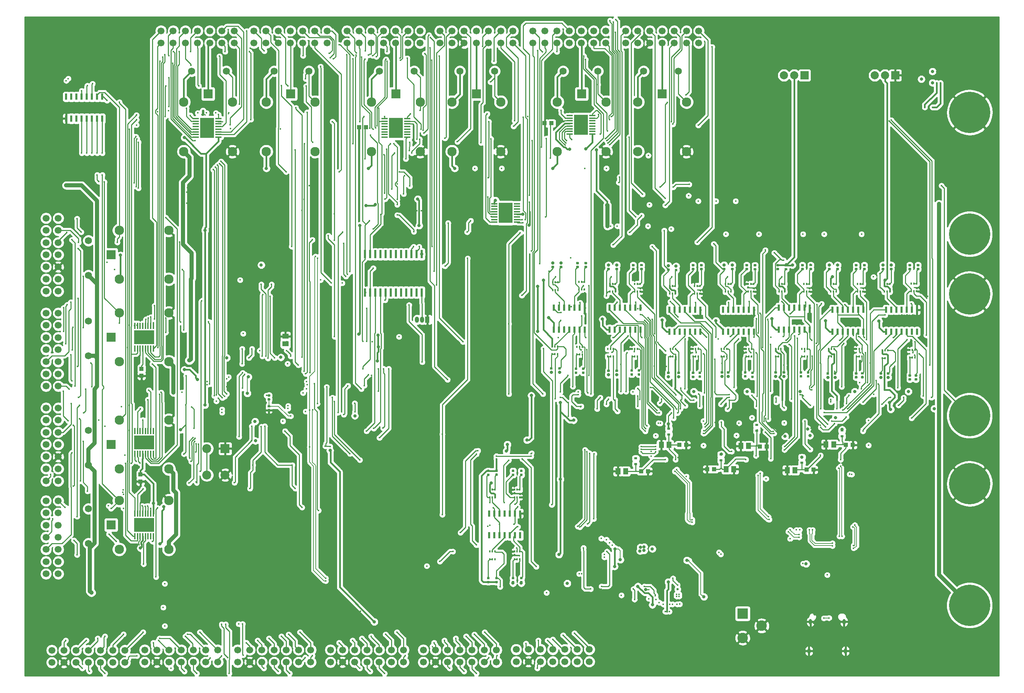
<source format=gbr>
G04 #@! TF.GenerationSoftware,KiCad,Pcbnew,5.0.0*
G04 #@! TF.CreationDate,2018-09-09T20:10:08-07:00*
G04 #@! TF.ProjectId,SchematicAutomation,536368656D617469634175746F6D6174,rev?*
G04 #@! TF.SameCoordinates,Original*
G04 #@! TF.FileFunction,Copper,L4,Bot,Signal*
G04 #@! TF.FilePolarity,Positive*
%FSLAX45Y45*%
G04 Gerber Fmt 4.5, Leading zero omitted, Abs format (unit mm)*
G04 Created by KiCad (PCBNEW 5.0.0) date Sun Sep  9 20:10:08 2018*
%MOMM*%
%LPD*%
G01*
G04 APERTURE LIST*
G04 #@! TA.AperFunction,ComponentPad*
%ADD10C,1.700000*%
G04 #@! TD*
G04 #@! TA.AperFunction,SMDPad,CuDef*
%ADD11R,0.550000X1.500000*%
G04 #@! TD*
G04 #@! TA.AperFunction,Conductor*
%ADD12C,0.150000*%
G04 #@! TD*
G04 #@! TA.AperFunction,SMDPad,CuDef*
%ADD13C,0.590000*%
G04 #@! TD*
G04 #@! TA.AperFunction,ComponentPad*
%ADD14C,2.600000*%
G04 #@! TD*
G04 #@! TA.AperFunction,ComponentPad*
%ADD15R,2.600000X2.600000*%
G04 #@! TD*
G04 #@! TA.AperFunction,SMDPad,CuDef*
%ADD16R,1.500000X1.300000*%
G04 #@! TD*
G04 #@! TA.AperFunction,SMDPad,CuDef*
%ADD17R,1.100000X1.000000*%
G04 #@! TD*
G04 #@! TA.AperFunction,SMDPad,CuDef*
%ADD18R,1.000000X1.100000*%
G04 #@! TD*
G04 #@! TA.AperFunction,SMDPad,CuDef*
%ADD19R,1.300000X1.500000*%
G04 #@! TD*
G04 #@! TA.AperFunction,ComponentPad*
%ADD20C,10.160000*%
G04 #@! TD*
G04 #@! TA.AperFunction,SMDPad,CuDef*
%ADD21R,0.800000X0.600000*%
G04 #@! TD*
G04 #@! TA.AperFunction,ComponentPad*
%ADD22C,1.733000*%
G04 #@! TD*
G04 #@! TA.AperFunction,ComponentPad*
%ADD23C,2.300000*%
G04 #@! TD*
G04 #@! TA.AperFunction,ComponentPad*
%ADD24R,2.300000X2.300000*%
G04 #@! TD*
G04 #@! TA.AperFunction,SMDPad,CuDef*
%ADD25R,0.600000X1.550000*%
G04 #@! TD*
G04 #@! TA.AperFunction,SMDPad,CuDef*
%ADD26R,0.420000X0.600000*%
G04 #@! TD*
G04 #@! TA.AperFunction,SMDPad,CuDef*
%ADD27R,0.600000X2.000000*%
G04 #@! TD*
G04 #@! TA.AperFunction,ComponentPad*
%ADD28C,2.200000*%
G04 #@! TD*
G04 #@! TA.AperFunction,ComponentPad*
%ADD29R,2.200000X2.200000*%
G04 #@! TD*
G04 #@! TA.AperFunction,ComponentPad*
%ADD30C,2.000000*%
G04 #@! TD*
G04 #@! TA.AperFunction,ComponentPad*
%ADD31R,2.000000X2.000000*%
G04 #@! TD*
G04 #@! TA.AperFunction,ComponentPad*
%ADD32R,1.000000X1.500000*%
G04 #@! TD*
G04 #@! TA.AperFunction,ComponentPad*
%ADD33O,1.000000X1.500000*%
G04 #@! TD*
G04 #@! TA.AperFunction,ComponentPad*
%ADD34C,0.380000*%
G04 #@! TD*
G04 #@! TA.AperFunction,Conductor*
%ADD35R,5.000000X3.400000*%
G04 #@! TD*
G04 #@! TA.AperFunction,SMDPad,CuDef*
%ADD36R,0.300000X1.600000*%
G04 #@! TD*
G04 #@! TA.AperFunction,SMDPad,CuDef*
%ADD37R,2.310000X2.460000*%
G04 #@! TD*
G04 #@! TA.AperFunction,Conductor*
%ADD38R,3.400000X5.000000*%
G04 #@! TD*
G04 #@! TA.AperFunction,SMDPad,CuDef*
%ADD39R,1.600000X0.300000*%
G04 #@! TD*
G04 #@! TA.AperFunction,SMDPad,CuDef*
%ADD40R,2.460000X2.310000*%
G04 #@! TD*
G04 #@! TA.AperFunction,ComponentPad*
%ADD41O,0.800000X1.400000*%
G04 #@! TD*
G04 #@! TA.AperFunction,ViaPad*
%ADD42C,0.400000*%
G04 #@! TD*
G04 #@! TA.AperFunction,ViaPad*
%ADD43C,0.800000*%
G04 #@! TD*
G04 #@! TA.AperFunction,ViaPad*
%ADD44C,0.600000*%
G04 #@! TD*
G04 #@! TA.AperFunction,Conductor*
%ADD45C,0.250000*%
G04 #@! TD*
G04 #@! TA.AperFunction,Conductor*
%ADD46C,0.600000*%
G04 #@! TD*
G04 #@! TA.AperFunction,Conductor*
%ADD47C,0.400000*%
G04 #@! TD*
G04 #@! TA.AperFunction,Conductor*
%ADD48C,0.200000*%
G04 #@! TD*
G04 #@! TA.AperFunction,Conductor*
%ADD49C,1.000000*%
G04 #@! TD*
G04 #@! TA.AperFunction,Conductor*
%ADD50C,0.254000*%
G04 #@! TD*
G04 APERTURE END LIST*
D10*
G04 #@! TO.P,J19,7*
G04 #@! TO.N,2_GarminTX*
X4643200Y-9209200D03*
G04 #@! TO.P,J19,8*
G04 #@! TO.N,2_IN1*
X4341200Y-9209200D03*
G04 #@! TO.P,J19,6*
G04 #@! TO.N,2_GarminRX*
X4643200Y-9509200D03*
G04 #@! TO.P,J19,9*
G04 #@! TO.N,2_IN2*
X4341200Y-9509200D03*
G04 #@! TO.P,J19,5*
G04 #@! TO.N,2_GarminPWR*
X4643200Y-9809200D03*
G04 #@! TO.P,J19,10*
G04 #@! TO.N,2_IN3*
X4341200Y-9809200D03*
G04 #@! TO.P,J19,4*
G04 #@! TO.N,2_RTS*
X4643200Y-10109200D03*
G04 #@! TO.P,J19,11*
G04 #@! TO.N,2_IN4*
X4341200Y-10109200D03*
G04 #@! TO.P,J19,3*
G04 #@! TO.N,2_CTS*
X4643200Y-10409200D03*
G04 #@! TO.P,J19,12*
G04 #@! TO.N,2_IN5*
X4341200Y-10409200D03*
G04 #@! TO.P,J19,2*
G04 #@! TO.N,2_RX*
X4643200Y-10709200D03*
G04 #@! TO.P,J19,13*
G04 #@! TO.N,2_IN0*
X4341200Y-10709200D03*
G04 #@! TO.P,J19,1*
G04 #@! TO.N,2_TX*
X4643200Y-11009200D03*
G04 #@! TO.P,J19,14*
G04 #@! TO.N,2_ADC1*
X4341200Y-11009200D03*
G04 #@! TD*
D11*
G04 #@! TO.P,U21,14*
G04 #@! TO.N,+3V3*
X21005800Y-9668000D03*
G04 #@! TO.P,U21,13*
G04 #@! TO.N,/RS232/sheet5BBDE283/RTS_3V3*
X21132800Y-9668000D03*
G04 #@! TO.P,U21,12*
G04 #@! TO.N,RS232INV*
X21259800Y-9668000D03*
G04 #@! TO.P,U21,11*
G04 #@! TO.N,Net-(Q9-Pad5)*
X21386800Y-9668000D03*
G04 #@! TO.P,U21,10*
G04 #@! TO.N,/RS232/sheet5BBDE283/CTS_3V3*
X21513800Y-9668000D03*
G04 #@! TO.P,U21,9*
G04 #@! TO.N,Net-(Q10-Pad6)*
X21640800Y-9668000D03*
G04 #@! TO.P,U21,8*
G04 #@! TO.N,RS232INV*
X21767800Y-9668000D03*
G04 #@! TO.P,U21,7*
G04 #@! TO.N,GND*
X21767800Y-9128000D03*
G04 #@! TO.P,U21,6*
G04 #@! TO.N,RS232INV*
X21640800Y-9128000D03*
G04 #@! TO.P,U21,5*
G04 #@! TO.N,Net-(Q7-Pad6)*
X21513800Y-9128000D03*
G04 #@! TO.P,U21,4*
G04 #@! TO.N,/RS232/sheet5BBDE283/Tx_3V3*
X21386800Y-9128000D03*
G04 #@! TO.P,U21,3*
G04 #@! TO.N,Net-(Q8-Pad5)*
X21259800Y-9128000D03*
G04 #@! TO.P,U21,2*
G04 #@! TO.N,RS232INV*
X21132800Y-9128000D03*
G04 #@! TO.P,U21,1*
G04 #@! TO.N,/RS232/sheet5BBDE283/RX_3V3*
X21005800Y-9128000D03*
G04 #@! TD*
D12*
G04 #@! TO.N,+VSW*
G04 #@! TO.C,R55*
G36*
X23781896Y-10763271D02*
X23783328Y-10763483D01*
X23784732Y-10763835D01*
X23786095Y-10764323D01*
X23787403Y-10764942D01*
X23788645Y-10765686D01*
X23789807Y-10766548D01*
X23790880Y-10767520D01*
X23791852Y-10768593D01*
X23792714Y-10769755D01*
X23793458Y-10770997D01*
X23794077Y-10772305D01*
X23794565Y-10773668D01*
X23794917Y-10775072D01*
X23795129Y-10776504D01*
X23795200Y-10777950D01*
X23795200Y-10807450D01*
X23795129Y-10808896D01*
X23794917Y-10810328D01*
X23794565Y-10811732D01*
X23794077Y-10813095D01*
X23793458Y-10814403D01*
X23792714Y-10815645D01*
X23791852Y-10816807D01*
X23790880Y-10817880D01*
X23789807Y-10818852D01*
X23788645Y-10819714D01*
X23787403Y-10820458D01*
X23786095Y-10821077D01*
X23784732Y-10821565D01*
X23783328Y-10821917D01*
X23781896Y-10822129D01*
X23780450Y-10822200D01*
X23745950Y-10822200D01*
X23744504Y-10822129D01*
X23743072Y-10821917D01*
X23741668Y-10821565D01*
X23740305Y-10821077D01*
X23738997Y-10820458D01*
X23737755Y-10819714D01*
X23736593Y-10818852D01*
X23735520Y-10817880D01*
X23734548Y-10816807D01*
X23733686Y-10815645D01*
X23732942Y-10814403D01*
X23732323Y-10813095D01*
X23731835Y-10811732D01*
X23731483Y-10810328D01*
X23731271Y-10808896D01*
X23731200Y-10807450D01*
X23731200Y-10777950D01*
X23731271Y-10776504D01*
X23731483Y-10775072D01*
X23731835Y-10773668D01*
X23732323Y-10772305D01*
X23732942Y-10770997D01*
X23733686Y-10769755D01*
X23734548Y-10768593D01*
X23735520Y-10767520D01*
X23736593Y-10766548D01*
X23737755Y-10765686D01*
X23738997Y-10764942D01*
X23740305Y-10764323D01*
X23741668Y-10763835D01*
X23743072Y-10763483D01*
X23744504Y-10763271D01*
X23745950Y-10763200D01*
X23780450Y-10763200D01*
X23781896Y-10763271D01*
X23781896Y-10763271D01*
G37*
D13*
G04 #@! TD*
G04 #@! TO.P,R55,2*
G04 #@! TO.N,+VSW*
X23763200Y-10792700D03*
D12*
G04 #@! TO.N,2_GarminTX*
G04 #@! TO.C,R55*
G36*
X23781896Y-10666271D02*
X23783328Y-10666483D01*
X23784732Y-10666835D01*
X23786095Y-10667323D01*
X23787403Y-10667942D01*
X23788645Y-10668686D01*
X23789807Y-10669548D01*
X23790880Y-10670520D01*
X23791852Y-10671593D01*
X23792714Y-10672755D01*
X23793458Y-10673997D01*
X23794077Y-10675305D01*
X23794565Y-10676668D01*
X23794917Y-10678072D01*
X23795129Y-10679504D01*
X23795200Y-10680950D01*
X23795200Y-10710450D01*
X23795129Y-10711896D01*
X23794917Y-10713328D01*
X23794565Y-10714732D01*
X23794077Y-10716095D01*
X23793458Y-10717403D01*
X23792714Y-10718645D01*
X23791852Y-10719807D01*
X23790880Y-10720880D01*
X23789807Y-10721852D01*
X23788645Y-10722714D01*
X23787403Y-10723458D01*
X23786095Y-10724077D01*
X23784732Y-10724565D01*
X23783328Y-10724917D01*
X23781896Y-10725129D01*
X23780450Y-10725200D01*
X23745950Y-10725200D01*
X23744504Y-10725129D01*
X23743072Y-10724917D01*
X23741668Y-10724565D01*
X23740305Y-10724077D01*
X23738997Y-10723458D01*
X23737755Y-10722714D01*
X23736593Y-10721852D01*
X23735520Y-10720880D01*
X23734548Y-10719807D01*
X23733686Y-10718645D01*
X23732942Y-10717403D01*
X23732323Y-10716095D01*
X23731835Y-10714732D01*
X23731483Y-10713328D01*
X23731271Y-10711896D01*
X23731200Y-10710450D01*
X23731200Y-10680950D01*
X23731271Y-10679504D01*
X23731483Y-10678072D01*
X23731835Y-10676668D01*
X23732323Y-10675305D01*
X23732942Y-10673997D01*
X23733686Y-10672755D01*
X23734548Y-10671593D01*
X23735520Y-10670520D01*
X23736593Y-10669548D01*
X23737755Y-10668686D01*
X23738997Y-10667942D01*
X23740305Y-10667323D01*
X23741668Y-10666835D01*
X23743072Y-10666483D01*
X23744504Y-10666271D01*
X23745950Y-10666200D01*
X23780450Y-10666200D01*
X23781896Y-10666271D01*
X23781896Y-10666271D01*
G37*
D13*
G04 #@! TD*
G04 #@! TO.P,R55,1*
G04 #@! TO.N,2_GarminTX*
X23763200Y-10695700D03*
D12*
G04 #@! TO.N,Net-(Q29-Pad2)*
G04 #@! TO.C,R57*
G36*
X23604096Y-10668371D02*
X23605528Y-10668584D01*
X23606932Y-10668935D01*
X23608295Y-10669423D01*
X23609603Y-10670042D01*
X23610845Y-10670786D01*
X23612007Y-10671648D01*
X23613080Y-10672620D01*
X23614052Y-10673693D01*
X23614914Y-10674856D01*
X23615658Y-10676097D01*
X23616277Y-10677406D01*
X23616765Y-10678769D01*
X23617117Y-10680173D01*
X23617329Y-10681604D01*
X23617400Y-10683050D01*
X23617400Y-10712550D01*
X23617329Y-10713996D01*
X23617117Y-10715428D01*
X23616765Y-10716832D01*
X23616277Y-10718195D01*
X23615658Y-10719503D01*
X23614914Y-10720745D01*
X23614052Y-10721908D01*
X23613080Y-10722980D01*
X23612007Y-10723952D01*
X23610845Y-10724814D01*
X23609603Y-10725559D01*
X23608295Y-10726177D01*
X23606932Y-10726665D01*
X23605528Y-10727017D01*
X23604096Y-10727229D01*
X23602650Y-10727300D01*
X23568150Y-10727300D01*
X23566704Y-10727229D01*
X23565272Y-10727017D01*
X23563868Y-10726665D01*
X23562505Y-10726177D01*
X23561197Y-10725559D01*
X23559955Y-10724814D01*
X23558793Y-10723952D01*
X23557720Y-10722980D01*
X23556748Y-10721908D01*
X23555886Y-10720745D01*
X23555142Y-10719503D01*
X23554523Y-10718195D01*
X23554035Y-10716832D01*
X23553683Y-10715428D01*
X23553471Y-10713996D01*
X23553400Y-10712550D01*
X23553400Y-10683050D01*
X23553471Y-10681604D01*
X23553683Y-10680173D01*
X23554035Y-10678769D01*
X23554523Y-10677406D01*
X23555142Y-10676097D01*
X23555886Y-10674856D01*
X23556748Y-10673693D01*
X23557720Y-10672620D01*
X23558793Y-10671648D01*
X23559955Y-10670786D01*
X23561197Y-10670042D01*
X23562505Y-10669423D01*
X23563868Y-10668935D01*
X23565272Y-10668584D01*
X23566704Y-10668371D01*
X23568150Y-10668300D01*
X23602650Y-10668300D01*
X23604096Y-10668371D01*
X23604096Y-10668371D01*
G37*
D13*
G04 #@! TD*
G04 #@! TO.P,R57,2*
G04 #@! TO.N,Net-(Q29-Pad2)*
X23585400Y-10697800D03*
D12*
G04 #@! TO.N,+VSW*
G04 #@! TO.C,R57*
G36*
X23604096Y-10765371D02*
X23605528Y-10765584D01*
X23606932Y-10765935D01*
X23608295Y-10766423D01*
X23609603Y-10767042D01*
X23610845Y-10767786D01*
X23612007Y-10768648D01*
X23613080Y-10769620D01*
X23614052Y-10770693D01*
X23614914Y-10771856D01*
X23615658Y-10773097D01*
X23616277Y-10774406D01*
X23616765Y-10775769D01*
X23617117Y-10777173D01*
X23617329Y-10778604D01*
X23617400Y-10780050D01*
X23617400Y-10809550D01*
X23617329Y-10810996D01*
X23617117Y-10812428D01*
X23616765Y-10813832D01*
X23616277Y-10815195D01*
X23615658Y-10816503D01*
X23614914Y-10817745D01*
X23614052Y-10818908D01*
X23613080Y-10819980D01*
X23612007Y-10820952D01*
X23610845Y-10821814D01*
X23609603Y-10822559D01*
X23608295Y-10823177D01*
X23606932Y-10823665D01*
X23605528Y-10824017D01*
X23604096Y-10824229D01*
X23602650Y-10824300D01*
X23568150Y-10824300D01*
X23566704Y-10824229D01*
X23565272Y-10824017D01*
X23563868Y-10823665D01*
X23562505Y-10823177D01*
X23561197Y-10822559D01*
X23559955Y-10821814D01*
X23558793Y-10820952D01*
X23557720Y-10819980D01*
X23556748Y-10818908D01*
X23555886Y-10817745D01*
X23555142Y-10816503D01*
X23554523Y-10815195D01*
X23554035Y-10813832D01*
X23553683Y-10812428D01*
X23553471Y-10810996D01*
X23553400Y-10809550D01*
X23553400Y-10780050D01*
X23553471Y-10778604D01*
X23553683Y-10777173D01*
X23554035Y-10775769D01*
X23554523Y-10774406D01*
X23555142Y-10773097D01*
X23555886Y-10771856D01*
X23556748Y-10770693D01*
X23557720Y-10769620D01*
X23558793Y-10768648D01*
X23559955Y-10767786D01*
X23561197Y-10767042D01*
X23562505Y-10766423D01*
X23563868Y-10765935D01*
X23565272Y-10765584D01*
X23566704Y-10765371D01*
X23568150Y-10765300D01*
X23602650Y-10765300D01*
X23604096Y-10765371D01*
X23604096Y-10765371D01*
G37*
D13*
G04 #@! TD*
G04 #@! TO.P,R57,1*
G04 #@! TO.N,+VSW*
X23585400Y-10794800D03*
D10*
G04 #@! TO.P,J18,7*
G04 #@! TO.N,4_OWB_SEC*
X15835200Y-2560400D03*
G04 #@! TO.P,J18,8*
G04 #@! TO.N,4_ADC2*
X15835200Y-2258400D03*
G04 #@! TO.P,J18,6*
G04 #@! TO.N,4_OUT3*
X15535200Y-2560400D03*
G04 #@! TO.P,J18,9*
G04 #@! TO.N,4_ADC3*
X15535200Y-2258400D03*
G04 #@! TO.P,J18,5*
G04 #@! TO.N,4_OUT0*
X15235200Y-2560400D03*
G04 #@! TO.P,J18,10*
G04 #@! TO.N,4_ADC0*
X15235200Y-2258400D03*
G04 #@! TO.P,J18,4*
G04 #@! TO.N,4_Vin*
X14935200Y-2560400D03*
G04 #@! TO.P,J18,11*
G04 #@! TO.N,Net-(J18-Pad11)*
X14935200Y-2258400D03*
G04 #@! TO.P,J18,3*
G04 #@! TO.N,GND*
X14635200Y-2560400D03*
G04 #@! TO.P,J18,12*
G04 #@! TO.N,4_OUT1*
X14635200Y-2258400D03*
G04 #@! TO.P,J18,2*
G04 #@! TO.N,Net-(J18-Pad2)*
X14335200Y-2560400D03*
G04 #@! TO.P,J18,13*
G04 #@! TO.N,4_OUT2*
X14335200Y-2258400D03*
G04 #@! TO.P,J18,1*
G04 #@! TO.N,Net-(J18-Pad1)*
X14035200Y-2560400D03*
G04 #@! TO.P,J18,14*
G04 #@! TO.N,4_OWB_MAIN*
X14035200Y-2258400D03*
G04 #@! TD*
G04 #@! TO.P,J1,7*
G04 #@! TO.N,Net-(J1-Pad7)*
X4484800Y-17513740D03*
G04 #@! TO.P,J1,8*
G04 #@! TO.N,Net-(J1-Pad8)*
X4484800Y-17815740D03*
G04 #@! TO.P,J1,6*
G04 #@! TO.N,1_J1850+*
X4784800Y-17513740D03*
G04 #@! TO.P,J1,9*
G04 #@! TO.N,GND*
X4784800Y-17815740D03*
G04 #@! TO.P,J1,5*
G04 #@! TO.N,1_J1850-*
X5084800Y-17513740D03*
G04 #@! TO.P,J1,10*
G04 #@! TO.N,1_ISO-K*
X5084800Y-17815740D03*
G04 #@! TO.P,J1,4*
G04 #@! TO.N,1_ISO-Low*
X5384800Y-17513740D03*
G04 #@! TO.P,J1,11*
G04 #@! TO.N,1_SWC_BUS*
X5384800Y-17815740D03*
G04 #@! TO.P,J1,3*
G04 #@! TO.N,1_J1708-TXD*
X5684800Y-17513740D03*
G04 #@! TO.P,J1,12*
G04 #@! TO.N,1_CAN_MS_L*
X5684800Y-17815740D03*
G04 #@! TO.P,J1,2*
G04 #@! TO.N,1_J1708-RXD*
X5984800Y-17513740D03*
G04 #@! TO.P,J1,13*
G04 #@! TO.N,1_CAN_MS_H*
X5984800Y-17815740D03*
G04 #@! TO.P,J1,1*
G04 #@! TO.N,1_CANHigh*
X6284800Y-17513740D03*
G04 #@! TO.P,J1,14*
G04 #@! TO.N,1_CANLow*
X6284800Y-17815740D03*
G04 #@! TD*
G04 #@! TO.P,J2,7*
G04 #@! TO.N,1_GarminTX*
X4643200Y-13832000D03*
G04 #@! TO.P,J2,8*
G04 #@! TO.N,1_IN1*
X4341200Y-13832000D03*
G04 #@! TO.P,J2,6*
G04 #@! TO.N,1_GarminRX*
X4643200Y-14132000D03*
G04 #@! TO.P,J2,9*
G04 #@! TO.N,1_IN2*
X4341200Y-14132000D03*
G04 #@! TO.P,J2,5*
G04 #@! TO.N,1_GarminPWR*
X4643200Y-14432000D03*
G04 #@! TO.P,J2,10*
G04 #@! TO.N,1_IN3*
X4341200Y-14432000D03*
G04 #@! TO.P,J2,4*
G04 #@! TO.N,1_RTS*
X4643200Y-14732000D03*
G04 #@! TO.P,J2,11*
G04 #@! TO.N,1_IN4*
X4341200Y-14732000D03*
G04 #@! TO.P,J2,3*
G04 #@! TO.N,1_CTS*
X4643200Y-15032000D03*
G04 #@! TO.P,J2,12*
G04 #@! TO.N,1_IN5*
X4341200Y-15032000D03*
G04 #@! TO.P,J2,2*
G04 #@! TO.N,1_RX*
X4643200Y-15332000D03*
G04 #@! TO.P,J2,13*
G04 #@! TO.N,1_IN0*
X4341200Y-15332000D03*
G04 #@! TO.P,J2,1*
G04 #@! TO.N,1_TX*
X4643200Y-15632000D03*
G04 #@! TO.P,J2,14*
G04 #@! TO.N,1_ADC1*
X4341200Y-15632000D03*
G04 #@! TD*
G04 #@! TO.P,J3,7*
G04 #@! TO.N,Net-(J3-Pad7)*
X6770800Y-17505600D03*
G04 #@! TO.P,J3,8*
G04 #@! TO.N,Net-(J3-Pad8)*
X6770800Y-17807600D03*
G04 #@! TO.P,J3,6*
G04 #@! TO.N,1_J1850+*
X7070800Y-17505600D03*
G04 #@! TO.P,J3,9*
G04 #@! TO.N,GND*
X7070800Y-17807600D03*
G04 #@! TO.P,J3,5*
G04 #@! TO.N,1_J1850-*
X7370800Y-17505600D03*
G04 #@! TO.P,J3,10*
G04 #@! TO.N,1_ISO-K*
X7370800Y-17807600D03*
G04 #@! TO.P,J3,4*
G04 #@! TO.N,1_ISO-Low*
X7670800Y-17505600D03*
G04 #@! TO.P,J3,11*
G04 #@! TO.N,1_SWC_BUS*
X7670800Y-17807600D03*
G04 #@! TO.P,J3,3*
G04 #@! TO.N,1_J1708-TXD*
X7970800Y-17505600D03*
G04 #@! TO.P,J3,12*
G04 #@! TO.N,1_CAN_MS_L*
X7970800Y-17807600D03*
G04 #@! TO.P,J3,2*
G04 #@! TO.N,1_J1708-RXD*
X8270800Y-17505600D03*
G04 #@! TO.P,J3,13*
G04 #@! TO.N,1_CAN_MS_H*
X8270800Y-17807600D03*
G04 #@! TO.P,J3,1*
G04 #@! TO.N,1_CANHigh*
X8570800Y-17505600D03*
G04 #@! TO.P,J3,14*
G04 #@! TO.N,1_CANLow*
X8570800Y-17807600D03*
G04 #@! TD*
G04 #@! TO.P,J4,7*
G04 #@! TO.N,1_OWB_SEC*
X4643200Y-11546000D03*
G04 #@! TO.P,J4,8*
G04 #@! TO.N,1_ADC2*
X4341200Y-11546000D03*
G04 #@! TO.P,J4,6*
G04 #@! TO.N,1_OUT3*
X4643200Y-11846000D03*
G04 #@! TO.P,J4,9*
G04 #@! TO.N,1_ADC3*
X4341200Y-11846000D03*
G04 #@! TO.P,J4,5*
G04 #@! TO.N,1_OUT0*
X4643200Y-12146000D03*
G04 #@! TO.P,J4,10*
G04 #@! TO.N,1_ADC0*
X4341200Y-12146000D03*
G04 #@! TO.P,J4,4*
G04 #@! TO.N,1_Vin*
X4643200Y-12446000D03*
G04 #@! TO.P,J4,11*
G04 #@! TO.N,Net-(J4-Pad11)*
X4341200Y-12446000D03*
G04 #@! TO.P,J4,3*
G04 #@! TO.N,GND*
X4643200Y-12746000D03*
G04 #@! TO.P,J4,12*
G04 #@! TO.N,1_OUT1*
X4341200Y-12746000D03*
G04 #@! TO.P,J4,2*
G04 #@! TO.N,Net-(J4-Pad2)*
X4643200Y-13046000D03*
G04 #@! TO.P,J4,13*
G04 #@! TO.N,1_OUT2*
X4341200Y-13046000D03*
G04 #@! TO.P,J4,1*
G04 #@! TO.N,Net-(J4-Pad1)*
X4643200Y-13346000D03*
G04 #@! TO.P,J4,14*
G04 #@! TO.N,1_OWB_MAIN*
X4341200Y-13346000D03*
G04 #@! TD*
G04 #@! TO.P,J5,7*
G04 #@! TO.N,Net-(J5-Pad7)*
X9056800Y-17505600D03*
G04 #@! TO.P,J5,8*
G04 #@! TO.N,Net-(J5-Pad8)*
X9056800Y-17807600D03*
G04 #@! TO.P,J5,6*
G04 #@! TO.N,1_J1850+*
X9356800Y-17505600D03*
G04 #@! TO.P,J5,9*
G04 #@! TO.N,GND*
X9356800Y-17807600D03*
G04 #@! TO.P,J5,5*
G04 #@! TO.N,1_J1850-*
X9656800Y-17505600D03*
G04 #@! TO.P,J5,10*
G04 #@! TO.N,1_ISO-K*
X9656800Y-17807600D03*
G04 #@! TO.P,J5,4*
G04 #@! TO.N,1_ISO-Low*
X9956800Y-17505600D03*
G04 #@! TO.P,J5,11*
G04 #@! TO.N,1_SWC_BUS*
X9956800Y-17807600D03*
G04 #@! TO.P,J5,3*
G04 #@! TO.N,1_J1708-TXD*
X10256800Y-17505600D03*
G04 #@! TO.P,J5,12*
G04 #@! TO.N,1_CAN_MS_L*
X10256800Y-17807600D03*
G04 #@! TO.P,J5,2*
G04 #@! TO.N,1_J1708-RXD*
X10556800Y-17505600D03*
G04 #@! TO.P,J5,13*
G04 #@! TO.N,1_CAN_MS_H*
X10556800Y-17807600D03*
G04 #@! TO.P,J5,1*
G04 #@! TO.N,1_CANHigh*
X10856800Y-17505600D03*
G04 #@! TO.P,J5,14*
G04 #@! TO.N,1_CANLow*
X10856800Y-17807600D03*
G04 #@! TD*
G04 #@! TO.P,J6,7*
G04 #@! TO.N,5_GarminTX*
X18121200Y-2560400D03*
G04 #@! TO.P,J6,8*
G04 #@! TO.N,5_IN1*
X18121200Y-2258400D03*
G04 #@! TO.P,J6,6*
G04 #@! TO.N,5_GarminRX*
X17821200Y-2560400D03*
G04 #@! TO.P,J6,9*
G04 #@! TO.N,5_IN2*
X17821200Y-2258400D03*
G04 #@! TO.P,J6,5*
G04 #@! TO.N,5_GarminPWR*
X17521200Y-2560400D03*
G04 #@! TO.P,J6,10*
G04 #@! TO.N,5_IN3*
X17521200Y-2258400D03*
G04 #@! TO.P,J6,4*
G04 #@! TO.N,5_RTS*
X17221200Y-2560400D03*
G04 #@! TO.P,J6,11*
G04 #@! TO.N,5_IN4*
X17221200Y-2258400D03*
G04 #@! TO.P,J6,3*
G04 #@! TO.N,5_CTS*
X16921200Y-2560400D03*
G04 #@! TO.P,J6,12*
G04 #@! TO.N,5_IN5*
X16921200Y-2258400D03*
G04 #@! TO.P,J6,2*
G04 #@! TO.N,5_RX*
X16621200Y-2560400D03*
G04 #@! TO.P,J6,13*
G04 #@! TO.N,5_IN0*
X16621200Y-2258400D03*
G04 #@! TO.P,J6,1*
G04 #@! TO.N,5_TX*
X16321200Y-2560400D03*
G04 #@! TO.P,J6,14*
G04 #@! TO.N,5_ADC1*
X16321200Y-2258400D03*
G04 #@! TD*
G04 #@! TO.P,J7,7*
G04 #@! TO.N,5_OWB_SEC*
X20407200Y-2560400D03*
G04 #@! TO.P,J7,8*
G04 #@! TO.N,5_ADC2*
X20407200Y-2258400D03*
G04 #@! TO.P,J7,6*
G04 #@! TO.N,5_OUT3*
X20107200Y-2560400D03*
G04 #@! TO.P,J7,9*
G04 #@! TO.N,5_ADC3*
X20107200Y-2258400D03*
G04 #@! TO.P,J7,5*
G04 #@! TO.N,5_OUT0*
X19807200Y-2560400D03*
G04 #@! TO.P,J7,10*
G04 #@! TO.N,5_ADC0*
X19807200Y-2258400D03*
G04 #@! TO.P,J7,4*
G04 #@! TO.N,5_Vin*
X19507200Y-2560400D03*
G04 #@! TO.P,J7,11*
G04 #@! TO.N,Net-(J7-Pad11)*
X19507200Y-2258400D03*
G04 #@! TO.P,J7,3*
G04 #@! TO.N,GND*
X19207200Y-2560400D03*
G04 #@! TO.P,J7,12*
G04 #@! TO.N,5_OUT1*
X19207200Y-2258400D03*
G04 #@! TO.P,J7,2*
G04 #@! TO.N,Net-(J7-Pad2)*
X18907200Y-2560400D03*
G04 #@! TO.P,J7,13*
G04 #@! TO.N,5_OUT2*
X18907200Y-2258400D03*
G04 #@! TO.P,J7,1*
G04 #@! TO.N,Net-(J7-Pad1)*
X18607200Y-2560400D03*
G04 #@! TO.P,J7,14*
G04 #@! TO.N,5_OWB_MAIN*
X18607200Y-2258400D03*
G04 #@! TD*
G04 #@! TO.P,J8,7*
G04 #@! TO.N,Net-(J8-Pad7)*
X11342800Y-17505600D03*
G04 #@! TO.P,J8,8*
G04 #@! TO.N,Net-(J8-Pad8)*
X11342800Y-17807600D03*
G04 #@! TO.P,J8,6*
G04 #@! TO.N,1_J1850+*
X11642800Y-17505600D03*
G04 #@! TO.P,J8,9*
G04 #@! TO.N,GND*
X11642800Y-17807600D03*
G04 #@! TO.P,J8,5*
G04 #@! TO.N,1_J1850-*
X11942800Y-17505600D03*
G04 #@! TO.P,J8,10*
G04 #@! TO.N,1_ISO-K*
X11942800Y-17807600D03*
G04 #@! TO.P,J8,4*
G04 #@! TO.N,1_ISO-Low*
X12242800Y-17505600D03*
G04 #@! TO.P,J8,11*
G04 #@! TO.N,1_SWC_BUS*
X12242800Y-17807600D03*
G04 #@! TO.P,J8,3*
G04 #@! TO.N,1_J1708-TXD*
X12542800Y-17505600D03*
G04 #@! TO.P,J8,12*
G04 #@! TO.N,1_CAN_MS_L*
X12542800Y-17807600D03*
G04 #@! TO.P,J8,2*
G04 #@! TO.N,1_J1708-RXD*
X12842800Y-17505600D03*
G04 #@! TO.P,J8,13*
G04 #@! TO.N,1_CAN_MS_H*
X12842800Y-17807600D03*
G04 #@! TO.P,J8,1*
G04 #@! TO.N,1_CANHigh*
X13142800Y-17505600D03*
G04 #@! TO.P,J8,14*
G04 #@! TO.N,1_CANLow*
X13142800Y-17807600D03*
G04 #@! TD*
G04 #@! TO.P,J20,7*
G04 #@! TO.N,2_OWB_SEC*
X4643200Y-6872400D03*
G04 #@! TO.P,J20,8*
G04 #@! TO.N,2_ADC2*
X4341200Y-6872400D03*
G04 #@! TO.P,J20,6*
G04 #@! TO.N,2_OUT3*
X4643200Y-7172400D03*
G04 #@! TO.P,J20,9*
G04 #@! TO.N,2_ADC3*
X4341200Y-7172400D03*
G04 #@! TO.P,J20,5*
G04 #@! TO.N,2_OUT0*
X4643200Y-7472400D03*
G04 #@! TO.P,J20,10*
G04 #@! TO.N,2_ADC0*
X4341200Y-7472400D03*
G04 #@! TO.P,J20,4*
G04 #@! TO.N,2_Vin*
X4643200Y-7772400D03*
G04 #@! TO.P,J20,11*
G04 #@! TO.N,Net-(J20-Pad11)*
X4341200Y-7772400D03*
G04 #@! TO.P,J20,3*
G04 #@! TO.N,GND*
X4643200Y-8072400D03*
G04 #@! TO.P,J20,12*
G04 #@! TO.N,2_OUT1*
X4341200Y-8072400D03*
G04 #@! TO.P,J20,2*
G04 #@! TO.N,Net-(J20-Pad2)*
X4643200Y-8372400D03*
G04 #@! TO.P,J20,13*
G04 #@! TO.N,2_OUT2*
X4341200Y-8372400D03*
G04 #@! TO.P,J20,1*
G04 #@! TO.N,Net-(J20-Pad1)*
X4643200Y-8672400D03*
G04 #@! TO.P,J20,14*
G04 #@! TO.N,2_OWB_MAIN*
X4341200Y-8672400D03*
G04 #@! TD*
G04 #@! TO.P,J22,7*
G04 #@! TO.N,3_OWB_SEC*
X11257706Y-2559811D03*
G04 #@! TO.P,J22,8*
G04 #@! TO.N,3_ADC2*
X11257706Y-2257811D03*
G04 #@! TO.P,J22,6*
G04 #@! TO.N,3_OUT3*
X10957706Y-2559811D03*
G04 #@! TO.P,J22,9*
G04 #@! TO.N,3_ADC3*
X10957706Y-2257811D03*
G04 #@! TO.P,J22,5*
G04 #@! TO.N,3_OUT0*
X10657706Y-2559811D03*
G04 #@! TO.P,J22,10*
G04 #@! TO.N,3_ADC0*
X10657706Y-2257811D03*
G04 #@! TO.P,J22,4*
G04 #@! TO.N,3_Vin*
X10357706Y-2559811D03*
G04 #@! TO.P,J22,11*
G04 #@! TO.N,Net-(J22-Pad11)*
X10357706Y-2257811D03*
G04 #@! TO.P,J22,3*
G04 #@! TO.N,GND*
X10057706Y-2559811D03*
G04 #@! TO.P,J22,12*
G04 #@! TO.N,3_OUT1*
X10057706Y-2257811D03*
G04 #@! TO.P,J22,2*
G04 #@! TO.N,Net-(J22-Pad2)*
X9757706Y-2559811D03*
G04 #@! TO.P,J22,13*
G04 #@! TO.N,3_OUT2*
X9757706Y-2257811D03*
G04 #@! TO.P,J22,1*
G04 #@! TO.N,Net-(J22-Pad1)*
X9457706Y-2559811D03*
G04 #@! TO.P,J22,14*
G04 #@! TO.N,3_OWB_MAIN*
X9457706Y-2257811D03*
G04 #@! TD*
G04 #@! TO.P,J21,7*
G04 #@! TO.N,3_GarminTX*
X8971706Y-2559811D03*
G04 #@! TO.P,J21,8*
G04 #@! TO.N,3_IN1*
X8971706Y-2257811D03*
G04 #@! TO.P,J21,6*
G04 #@! TO.N,3_GarminRX*
X8671706Y-2559811D03*
G04 #@! TO.P,J21,9*
G04 #@! TO.N,3_IN2*
X8671706Y-2257811D03*
G04 #@! TO.P,J21,5*
G04 #@! TO.N,3_GarminPWR*
X8371706Y-2559811D03*
G04 #@! TO.P,J21,10*
G04 #@! TO.N,3_IN3*
X8371706Y-2257811D03*
G04 #@! TO.P,J21,4*
G04 #@! TO.N,3_RTS*
X8071706Y-2559811D03*
G04 #@! TO.P,J21,11*
G04 #@! TO.N,3_IN4*
X8071706Y-2257811D03*
G04 #@! TO.P,J21,3*
G04 #@! TO.N,3_CTS*
X7771706Y-2559811D03*
G04 #@! TO.P,J21,12*
G04 #@! TO.N,3_IN5*
X7771706Y-2257811D03*
G04 #@! TO.P,J21,2*
G04 #@! TO.N,3_RX*
X7471706Y-2559811D03*
G04 #@! TO.P,J21,13*
G04 #@! TO.N,3_IN0*
X7471706Y-2257811D03*
G04 #@! TO.P,J21,1*
G04 #@! TO.N,3_TX*
X7171706Y-2559811D03*
G04 #@! TO.P,J21,14*
G04 #@! TO.N,3_ADC1*
X7171706Y-2257811D03*
G04 #@! TD*
G04 #@! TO.P,J9,7*
G04 #@! TO.N,Net-(J9-Pad7)*
X15914800Y-17492900D03*
G04 #@! TO.P,J9,8*
G04 #@! TO.N,Net-(J9-Pad8)*
X15914800Y-17794900D03*
G04 #@! TO.P,J9,6*
G04 #@! TO.N,1_J1850+*
X16214800Y-17492900D03*
G04 #@! TO.P,J9,9*
G04 #@! TO.N,GND*
X16214800Y-17794900D03*
G04 #@! TO.P,J9,5*
G04 #@! TO.N,1_J1850-*
X16514800Y-17492900D03*
G04 #@! TO.P,J9,10*
G04 #@! TO.N,1_ISO-K*
X16514800Y-17794900D03*
G04 #@! TO.P,J9,4*
G04 #@! TO.N,1_ISO-Low*
X16814800Y-17492900D03*
G04 #@! TO.P,J9,11*
G04 #@! TO.N,1_SWC_BUS*
X16814800Y-17794900D03*
G04 #@! TO.P,J9,3*
G04 #@! TO.N,1_J1708-TXD*
X17114800Y-17492900D03*
G04 #@! TO.P,J9,12*
G04 #@! TO.N,1_CAN_MS_L*
X17114800Y-17794900D03*
G04 #@! TO.P,J9,2*
G04 #@! TO.N,1_J1708-RXD*
X17414800Y-17492900D03*
G04 #@! TO.P,J9,13*
G04 #@! TO.N,1_CAN_MS_H*
X17414800Y-17794900D03*
G04 #@! TO.P,J9,1*
G04 #@! TO.N,1_CANHigh*
X17714800Y-17492900D03*
G04 #@! TO.P,J9,14*
G04 #@! TO.N,1_CANLow*
X17714800Y-17794900D03*
G04 #@! TD*
G04 #@! TO.P,J10,7*
G04 #@! TO.N,4_GarminTX*
X13549200Y-2560400D03*
G04 #@! TO.P,J10,8*
G04 #@! TO.N,4_IN1*
X13549200Y-2258400D03*
G04 #@! TO.P,J10,6*
G04 #@! TO.N,4_GarminRX*
X13249200Y-2560400D03*
G04 #@! TO.P,J10,9*
G04 #@! TO.N,4_IN2*
X13249200Y-2258400D03*
G04 #@! TO.P,J10,5*
G04 #@! TO.N,4_GarminPWR*
X12949200Y-2560400D03*
G04 #@! TO.P,J10,10*
G04 #@! TO.N,4_IN3*
X12949200Y-2258400D03*
G04 #@! TO.P,J10,4*
G04 #@! TO.N,4_RTS*
X12649200Y-2560400D03*
G04 #@! TO.P,J10,11*
G04 #@! TO.N,4_IN4*
X12649200Y-2258400D03*
G04 #@! TO.P,J10,3*
G04 #@! TO.N,4_CTS*
X12349200Y-2560400D03*
G04 #@! TO.P,J10,12*
G04 #@! TO.N,4_IN5*
X12349200Y-2258400D03*
G04 #@! TO.P,J10,2*
G04 #@! TO.N,4_RX*
X12049200Y-2560400D03*
G04 #@! TO.P,J10,13*
G04 #@! TO.N,4_IN0*
X12049200Y-2258400D03*
G04 #@! TO.P,J10,1*
G04 #@! TO.N,4_TX*
X11749200Y-2560400D03*
G04 #@! TO.P,J10,14*
G04 #@! TO.N,4_ADC1*
X11749200Y-2258400D03*
G04 #@! TD*
G04 #@! TO.P,J11,7*
G04 #@! TO.N,Net-(J11-Pad7)*
X13628800Y-17505600D03*
G04 #@! TO.P,J11,8*
G04 #@! TO.N,Net-(J11-Pad8)*
X13628800Y-17807600D03*
G04 #@! TO.P,J11,6*
G04 #@! TO.N,1_J1850+*
X13928800Y-17505600D03*
G04 #@! TO.P,J11,9*
G04 #@! TO.N,GND*
X13928800Y-17807600D03*
G04 #@! TO.P,J11,5*
G04 #@! TO.N,1_J1850-*
X14228800Y-17505600D03*
G04 #@! TO.P,J11,10*
G04 #@! TO.N,1_ISO-K*
X14228800Y-17807600D03*
G04 #@! TO.P,J11,4*
G04 #@! TO.N,1_ISO-Low*
X14528800Y-17505600D03*
G04 #@! TO.P,J11,11*
G04 #@! TO.N,1_SWC_BUS*
X14528800Y-17807600D03*
G04 #@! TO.P,J11,3*
G04 #@! TO.N,1_J1708-TXD*
X14828800Y-17505600D03*
G04 #@! TO.P,J11,12*
G04 #@! TO.N,1_CAN_MS_L*
X14828800Y-17807600D03*
G04 #@! TO.P,J11,2*
G04 #@! TO.N,1_J1708-RXD*
X15128800Y-17505600D03*
G04 #@! TO.P,J11,13*
G04 #@! TO.N,1_CAN_MS_H*
X15128800Y-17807600D03*
G04 #@! TO.P,J11,1*
G04 #@! TO.N,1_CANHigh*
X15428800Y-17505600D03*
G04 #@! TO.P,J11,14*
G04 #@! TO.N,1_CANLow*
X15428800Y-17807600D03*
G04 #@! TD*
D14*
G04 #@! TO.P,J13,3*
G04 #@! TO.N,GND*
X21958400Y-16911600D03*
G04 #@! TO.P,J13,2*
X21488400Y-17211600D03*
D15*
G04 #@! TO.P,J13,1*
G04 #@! TO.N,+12V*
X21488400Y-16611600D03*
G04 #@! TD*
D16*
G04 #@! TO.P,C44,2*
G04 #@! TO.N,+3V3*
X10236200Y-9969500D03*
G04 #@! TO.P,C44,1*
G04 #@! TO.N,GND*
X10236200Y-9779500D03*
G04 #@! TD*
D17*
G04 #@! TO.P,C42,2*
G04 #@! TO.N,Net-(C40-PadA)*
X18990400Y-13106400D03*
G04 #@! TO.P,C42,1*
G04 #@! TO.N,GND*
X19160400Y-13106400D03*
G04 #@! TD*
G04 #@! TO.P,C43,2*
G04 #@! TO.N,Net-(C41-PadA)*
X19930200Y-12458700D03*
G04 #@! TO.P,C43,1*
G04 #@! TO.N,GND*
X20100200Y-12458700D03*
G04 #@! TD*
G04 #@! TO.P,C39,2*
G04 #@! TO.N,Net-(C35-PadA)*
X24032300Y-12458700D03*
G04 #@! TO.P,C39,1*
G04 #@! TO.N,GND*
X24202300Y-12458700D03*
G04 #@! TD*
G04 #@! TO.P,C37,2*
G04 #@! TO.N,Net-(C33-PadA)*
X23067100Y-13068300D03*
G04 #@! TO.P,C37,1*
G04 #@! TO.N,GND*
X23237100Y-13068300D03*
G04 #@! TD*
G04 #@! TO.P,C27,2*
G04 #@! TO.N,GND*
X16615500Y-4533900D03*
G04 #@! TO.P,C27,1*
G04 #@! TO.N,VAA*
X16785500Y-4533900D03*
G04 #@! TD*
G04 #@! TO.P,C38,2*
G04 #@! TO.N,Net-(C34-PadA)*
X21911400Y-12496800D03*
G04 #@! TO.P,C38,1*
G04 #@! TO.N,GND*
X22081400Y-12496800D03*
G04 #@! TD*
G04 #@! TO.P,C36,2*
G04 #@! TO.N,Net-(C32-PadA)*
X20786000Y-13055600D03*
G04 #@! TO.P,C36,1*
G04 #@! TO.N,GND*
X20616000Y-13055600D03*
G04 #@! TD*
G04 #@! TO.P,C25,2*
G04 #@! TO.N,GND*
X12047400Y-4635500D03*
G04 #@! TO.P,C25,1*
G04 #@! TO.N,VAA*
X12217400Y-4635500D03*
G04 #@! TD*
D18*
G04 #@! TO.P,C23,2*
G04 #@! TO.N,GND*
X6692900Y-10753000D03*
G04 #@! TO.P,C23,1*
G04 #@! TO.N,VAA*
X6692900Y-10583000D03*
G04 #@! TD*
G04 #@! TO.P,C19,2*
G04 #@! TO.N,GND*
X6667500Y-13356500D03*
G04 #@! TO.P,C19,1*
G04 #@! TO.N,VAA*
X6667500Y-13186500D03*
G04 #@! TD*
D19*
G04 #@! TO.P,C34,K*
G04 #@! TO.N,GND*
X21444200Y-12484100D03*
G04 #@! TO.P,C34,A*
G04 #@! TO.N,Net-(C34-PadA)*
X21634200Y-12484100D03*
G04 #@! TD*
G04 #@! TO.P,C32,K*
G04 #@! TO.N,GND*
X21272000Y-13055600D03*
G04 #@! TO.P,C32,A*
G04 #@! TO.N,Net-(C32-PadA)*
X21082000Y-13055600D03*
G04 #@! TD*
G04 #@! TO.P,C40,K*
G04 #@! TO.N,GND*
X18421600Y-13106400D03*
G04 #@! TO.P,C40,A*
G04 #@! TO.N,Net-(C40-PadA)*
X18611600Y-13106400D03*
G04 #@! TD*
G04 #@! TO.P,C41,K*
G04 #@! TO.N,GND*
X19488400Y-12458700D03*
G04 #@! TO.P,C41,A*
G04 #@! TO.N,Net-(C41-PadA)*
X19678400Y-12458700D03*
G04 #@! TD*
G04 #@! TO.P,C33,K*
G04 #@! TO.N,GND*
X22587200Y-13081000D03*
G04 #@! TO.P,C33,A*
G04 #@! TO.N,Net-(C33-PadA)*
X22777200Y-13081000D03*
G04 #@! TD*
G04 #@! TO.P,C35,K*
G04 #@! TO.N,GND*
X23539700Y-12446000D03*
G04 #@! TO.P,C35,A*
G04 #@! TO.N,Net-(C35-PadA)*
X23729700Y-12446000D03*
G04 #@! TD*
D20*
G04 #@! TO.P,J15,2*
G04 #@! TO.N,GND*
X27076400Y-13411200D03*
G04 #@! TO.P,J15,1*
G04 #@! TO.N,VDC*
X27076400Y-16408200D03*
G04 #@! TD*
G04 #@! TO.P,J17,2*
G04 #@! TO.N,GND*
X27076400Y-8737600D03*
G04 #@! TO.P,J17,1*
G04 #@! TO.N,Net-(J17-Pad1)*
X27076400Y-11734600D03*
G04 #@! TD*
G04 #@! TO.P,J14,2*
G04 #@! TO.N,GND*
X27076400Y-4267400D03*
G04 #@! TO.P,J14,1*
G04 #@! TO.N,VAA*
X27076400Y-7264400D03*
G04 #@! TD*
D12*
G04 #@! TO.N,+3V3*
G04 #@! TO.C,R143*
G36*
X25621896Y-7999271D02*
X25623328Y-7999483D01*
X25624732Y-7999835D01*
X25626095Y-8000323D01*
X25627403Y-8000942D01*
X25628645Y-8001686D01*
X25629807Y-8002548D01*
X25630880Y-8003520D01*
X25631852Y-8004593D01*
X25632714Y-8005755D01*
X25633458Y-8006997D01*
X25634077Y-8008305D01*
X25634565Y-8009668D01*
X25634917Y-8011072D01*
X25635129Y-8012504D01*
X25635200Y-8013950D01*
X25635200Y-8043450D01*
X25635129Y-8044896D01*
X25634917Y-8046328D01*
X25634565Y-8047732D01*
X25634077Y-8049095D01*
X25633458Y-8050403D01*
X25632714Y-8051645D01*
X25631852Y-8052807D01*
X25630880Y-8053880D01*
X25629807Y-8054852D01*
X25628645Y-8055714D01*
X25627403Y-8056458D01*
X25626095Y-8057077D01*
X25624732Y-8057565D01*
X25623328Y-8057917D01*
X25621896Y-8058129D01*
X25620450Y-8058200D01*
X25585950Y-8058200D01*
X25584504Y-8058129D01*
X25583072Y-8057917D01*
X25581668Y-8057565D01*
X25580305Y-8057077D01*
X25578997Y-8056458D01*
X25577755Y-8055714D01*
X25576593Y-8054852D01*
X25575520Y-8053880D01*
X25574548Y-8052807D01*
X25573686Y-8051645D01*
X25572942Y-8050403D01*
X25572323Y-8049095D01*
X25571835Y-8047732D01*
X25571483Y-8046328D01*
X25571271Y-8044896D01*
X25571200Y-8043450D01*
X25571200Y-8013950D01*
X25571271Y-8012504D01*
X25571483Y-8011072D01*
X25571835Y-8009668D01*
X25572323Y-8008305D01*
X25572942Y-8006997D01*
X25573686Y-8005755D01*
X25574548Y-8004593D01*
X25575520Y-8003520D01*
X25576593Y-8002548D01*
X25577755Y-8001686D01*
X25578997Y-8000942D01*
X25580305Y-8000323D01*
X25581668Y-7999835D01*
X25583072Y-7999483D01*
X25584504Y-7999271D01*
X25585950Y-7999200D01*
X25620450Y-7999200D01*
X25621896Y-7999271D01*
X25621896Y-7999271D01*
G37*
D13*
G04 #@! TD*
G04 #@! TO.P,R143,2*
G04 #@! TO.N,+3V3*
X25603200Y-8028700D03*
D12*
G04 #@! TO.N,Net-(Q35-Pad6)*
G04 #@! TO.C,R143*
G36*
X25621896Y-8096271D02*
X25623328Y-8096483D01*
X25624732Y-8096835D01*
X25626095Y-8097323D01*
X25627403Y-8097942D01*
X25628645Y-8098686D01*
X25629807Y-8099548D01*
X25630880Y-8100520D01*
X25631852Y-8101593D01*
X25632714Y-8102755D01*
X25633458Y-8103997D01*
X25634077Y-8105305D01*
X25634565Y-8106668D01*
X25634917Y-8108072D01*
X25635129Y-8109504D01*
X25635200Y-8110950D01*
X25635200Y-8140450D01*
X25635129Y-8141896D01*
X25634917Y-8143328D01*
X25634565Y-8144732D01*
X25634077Y-8146095D01*
X25633458Y-8147403D01*
X25632714Y-8148645D01*
X25631852Y-8149807D01*
X25630880Y-8150880D01*
X25629807Y-8151852D01*
X25628645Y-8152714D01*
X25627403Y-8153458D01*
X25626095Y-8154077D01*
X25624732Y-8154565D01*
X25623328Y-8154917D01*
X25621896Y-8155129D01*
X25620450Y-8155200D01*
X25585950Y-8155200D01*
X25584504Y-8155129D01*
X25583072Y-8154917D01*
X25581668Y-8154565D01*
X25580305Y-8154077D01*
X25578997Y-8153458D01*
X25577755Y-8152714D01*
X25576593Y-8151852D01*
X25575520Y-8150880D01*
X25574548Y-8149807D01*
X25573686Y-8148645D01*
X25572942Y-8147403D01*
X25572323Y-8146095D01*
X25571835Y-8144732D01*
X25571483Y-8143328D01*
X25571271Y-8141896D01*
X25571200Y-8140450D01*
X25571200Y-8110950D01*
X25571271Y-8109504D01*
X25571483Y-8108072D01*
X25571835Y-8106668D01*
X25572323Y-8105305D01*
X25572942Y-8103997D01*
X25573686Y-8102755D01*
X25574548Y-8101593D01*
X25575520Y-8100520D01*
X25576593Y-8099548D01*
X25577755Y-8098686D01*
X25578997Y-8097942D01*
X25580305Y-8097323D01*
X25581668Y-8096835D01*
X25583072Y-8096483D01*
X25584504Y-8096271D01*
X25585950Y-8096200D01*
X25620450Y-8096200D01*
X25621896Y-8096271D01*
X25621896Y-8096271D01*
G37*
D13*
G04 #@! TD*
G04 #@! TO.P,R143,1*
G04 #@! TO.N,Net-(Q35-Pad6)*
X25603200Y-8125700D03*
D12*
G04 #@! TO.N,Net-(Q35-Pad2)*
G04 #@! TO.C,R139*
G36*
X25825096Y-8096271D02*
X25826528Y-8096483D01*
X25827932Y-8096835D01*
X25829295Y-8097323D01*
X25830603Y-8097942D01*
X25831845Y-8098686D01*
X25833007Y-8099548D01*
X25834080Y-8100520D01*
X25835052Y-8101593D01*
X25835914Y-8102755D01*
X25836658Y-8103997D01*
X25837277Y-8105305D01*
X25837765Y-8106668D01*
X25838117Y-8108072D01*
X25838329Y-8109504D01*
X25838400Y-8110950D01*
X25838400Y-8140450D01*
X25838329Y-8141896D01*
X25838117Y-8143328D01*
X25837765Y-8144732D01*
X25837277Y-8146095D01*
X25836658Y-8147403D01*
X25835914Y-8148645D01*
X25835052Y-8149807D01*
X25834080Y-8150880D01*
X25833007Y-8151852D01*
X25831845Y-8152714D01*
X25830603Y-8153458D01*
X25829295Y-8154077D01*
X25827932Y-8154565D01*
X25826528Y-8154917D01*
X25825096Y-8155129D01*
X25823650Y-8155200D01*
X25789150Y-8155200D01*
X25787704Y-8155129D01*
X25786272Y-8154917D01*
X25784868Y-8154565D01*
X25783505Y-8154077D01*
X25782197Y-8153458D01*
X25780955Y-8152714D01*
X25779793Y-8151852D01*
X25778720Y-8150880D01*
X25777748Y-8149807D01*
X25776886Y-8148645D01*
X25776142Y-8147403D01*
X25775523Y-8146095D01*
X25775035Y-8144732D01*
X25774683Y-8143328D01*
X25774471Y-8141896D01*
X25774400Y-8140450D01*
X25774400Y-8110950D01*
X25774471Y-8109504D01*
X25774683Y-8108072D01*
X25775035Y-8106668D01*
X25775523Y-8105305D01*
X25776142Y-8103997D01*
X25776886Y-8102755D01*
X25777748Y-8101593D01*
X25778720Y-8100520D01*
X25779793Y-8099548D01*
X25780955Y-8098686D01*
X25782197Y-8097942D01*
X25783505Y-8097323D01*
X25784868Y-8096835D01*
X25786272Y-8096483D01*
X25787704Y-8096271D01*
X25789150Y-8096200D01*
X25823650Y-8096200D01*
X25825096Y-8096271D01*
X25825096Y-8096271D01*
G37*
D13*
G04 #@! TD*
G04 #@! TO.P,R139,2*
G04 #@! TO.N,Net-(Q35-Pad2)*
X25806400Y-8125700D03*
D12*
G04 #@! TO.N,+3V3*
G04 #@! TO.C,R139*
G36*
X25825096Y-7999271D02*
X25826528Y-7999483D01*
X25827932Y-7999835D01*
X25829295Y-8000323D01*
X25830603Y-8000942D01*
X25831845Y-8001686D01*
X25833007Y-8002548D01*
X25834080Y-8003520D01*
X25835052Y-8004593D01*
X25835914Y-8005755D01*
X25836658Y-8006997D01*
X25837277Y-8008305D01*
X25837765Y-8009668D01*
X25838117Y-8011072D01*
X25838329Y-8012504D01*
X25838400Y-8013950D01*
X25838400Y-8043450D01*
X25838329Y-8044896D01*
X25838117Y-8046328D01*
X25837765Y-8047732D01*
X25837277Y-8049095D01*
X25836658Y-8050403D01*
X25835914Y-8051645D01*
X25835052Y-8052807D01*
X25834080Y-8053880D01*
X25833007Y-8054852D01*
X25831845Y-8055714D01*
X25830603Y-8056458D01*
X25829295Y-8057077D01*
X25827932Y-8057565D01*
X25826528Y-8057917D01*
X25825096Y-8058129D01*
X25823650Y-8058200D01*
X25789150Y-8058200D01*
X25787704Y-8058129D01*
X25786272Y-8057917D01*
X25784868Y-8057565D01*
X25783505Y-8057077D01*
X25782197Y-8056458D01*
X25780955Y-8055714D01*
X25779793Y-8054852D01*
X25778720Y-8053880D01*
X25777748Y-8052807D01*
X25776886Y-8051645D01*
X25776142Y-8050403D01*
X25775523Y-8049095D01*
X25775035Y-8047732D01*
X25774683Y-8046328D01*
X25774471Y-8044896D01*
X25774400Y-8043450D01*
X25774400Y-8013950D01*
X25774471Y-8012504D01*
X25774683Y-8011072D01*
X25775035Y-8009668D01*
X25775523Y-8008305D01*
X25776142Y-8006997D01*
X25776886Y-8005755D01*
X25777748Y-8004593D01*
X25778720Y-8003520D01*
X25779793Y-8002548D01*
X25780955Y-8001686D01*
X25782197Y-8000942D01*
X25783505Y-8000323D01*
X25784868Y-7999835D01*
X25786272Y-7999483D01*
X25787704Y-7999271D01*
X25789150Y-7999200D01*
X25823650Y-7999200D01*
X25825096Y-7999271D01*
X25825096Y-7999271D01*
G37*
D13*
G04 #@! TD*
G04 #@! TO.P,R139,1*
G04 #@! TO.N,+3V3*
X25806400Y-8028700D03*
D12*
G04 #@! TO.N,GND*
G04 #@! TO.C,R174*
G36*
X9848496Y-11573432D02*
X9849928Y-11573644D01*
X9851332Y-11573996D01*
X9852695Y-11574484D01*
X9854003Y-11575102D01*
X9855245Y-11575847D01*
X9856407Y-11576709D01*
X9857480Y-11577681D01*
X9858452Y-11578753D01*
X9859314Y-11579916D01*
X9860058Y-11581158D01*
X9860677Y-11582466D01*
X9861165Y-11583829D01*
X9861517Y-11585233D01*
X9861729Y-11586665D01*
X9861800Y-11588111D01*
X9861800Y-11617611D01*
X9861729Y-11619057D01*
X9861517Y-11620488D01*
X9861165Y-11621892D01*
X9860677Y-11623255D01*
X9860058Y-11624564D01*
X9859314Y-11625805D01*
X9858452Y-11626968D01*
X9857480Y-11628041D01*
X9856407Y-11629013D01*
X9855245Y-11629875D01*
X9854003Y-11630619D01*
X9852695Y-11631238D01*
X9851332Y-11631726D01*
X9849928Y-11632077D01*
X9848496Y-11632290D01*
X9847050Y-11632361D01*
X9812550Y-11632361D01*
X9811104Y-11632290D01*
X9809672Y-11632077D01*
X9808268Y-11631726D01*
X9806905Y-11631238D01*
X9805597Y-11630619D01*
X9804355Y-11629875D01*
X9803193Y-11629013D01*
X9802120Y-11628041D01*
X9801148Y-11626968D01*
X9800286Y-11625805D01*
X9799542Y-11624564D01*
X9798923Y-11623255D01*
X9798435Y-11621892D01*
X9798083Y-11620488D01*
X9797871Y-11619057D01*
X9797800Y-11617611D01*
X9797800Y-11588111D01*
X9797871Y-11586665D01*
X9798083Y-11585233D01*
X9798435Y-11583829D01*
X9798923Y-11582466D01*
X9799542Y-11581158D01*
X9800286Y-11579916D01*
X9801148Y-11578753D01*
X9802120Y-11577681D01*
X9803193Y-11576709D01*
X9804355Y-11575847D01*
X9805597Y-11575102D01*
X9806905Y-11574484D01*
X9808268Y-11573996D01*
X9809672Y-11573644D01*
X9811104Y-11573432D01*
X9812550Y-11573361D01*
X9847050Y-11573361D01*
X9848496Y-11573432D01*
X9848496Y-11573432D01*
G37*
D13*
G04 #@! TD*
G04 #@! TO.P,R174,2*
G04 #@! TO.N,GND*
X9829800Y-11602861D03*
D12*
G04 #@! TO.N,Net-(R173-Pad2)*
G04 #@! TO.C,R174*
G36*
X9848496Y-11476432D02*
X9849928Y-11476644D01*
X9851332Y-11476996D01*
X9852695Y-11477484D01*
X9854003Y-11478102D01*
X9855245Y-11478847D01*
X9856407Y-11479709D01*
X9857480Y-11480681D01*
X9858452Y-11481753D01*
X9859314Y-11482916D01*
X9860058Y-11484158D01*
X9860677Y-11485466D01*
X9861165Y-11486829D01*
X9861517Y-11488233D01*
X9861729Y-11489665D01*
X9861800Y-11491111D01*
X9861800Y-11520611D01*
X9861729Y-11522057D01*
X9861517Y-11523488D01*
X9861165Y-11524892D01*
X9860677Y-11526255D01*
X9860058Y-11527564D01*
X9859314Y-11528805D01*
X9858452Y-11529968D01*
X9857480Y-11531041D01*
X9856407Y-11532013D01*
X9855245Y-11532875D01*
X9854003Y-11533619D01*
X9852695Y-11534238D01*
X9851332Y-11534726D01*
X9849928Y-11535077D01*
X9848496Y-11535290D01*
X9847050Y-11535361D01*
X9812550Y-11535361D01*
X9811104Y-11535290D01*
X9809672Y-11535077D01*
X9808268Y-11534726D01*
X9806905Y-11534238D01*
X9805597Y-11533619D01*
X9804355Y-11532875D01*
X9803193Y-11532013D01*
X9802120Y-11531041D01*
X9801148Y-11529968D01*
X9800286Y-11528805D01*
X9799542Y-11527564D01*
X9798923Y-11526255D01*
X9798435Y-11524892D01*
X9798083Y-11523488D01*
X9797871Y-11522057D01*
X9797800Y-11520611D01*
X9797800Y-11491111D01*
X9797871Y-11489665D01*
X9798083Y-11488233D01*
X9798435Y-11486829D01*
X9798923Y-11485466D01*
X9799542Y-11484158D01*
X9800286Y-11482916D01*
X9801148Y-11481753D01*
X9802120Y-11480681D01*
X9803193Y-11479709D01*
X9804355Y-11478847D01*
X9805597Y-11478102D01*
X9806905Y-11477484D01*
X9808268Y-11476996D01*
X9809672Y-11476644D01*
X9811104Y-11476432D01*
X9812550Y-11476361D01*
X9847050Y-11476361D01*
X9848496Y-11476432D01*
X9848496Y-11476432D01*
G37*
D13*
G04 #@! TD*
G04 #@! TO.P,R174,1*
G04 #@! TO.N,Net-(R173-Pad2)*
X9829800Y-11505861D03*
D12*
G04 #@! TO.N,Net-(R173-Pad2)*
G04 #@! TO.C,R173*
G36*
X9848496Y-11306732D02*
X9849928Y-11306944D01*
X9851332Y-11307296D01*
X9852695Y-11307784D01*
X9854003Y-11308402D01*
X9855245Y-11309147D01*
X9856407Y-11310009D01*
X9857480Y-11310981D01*
X9858452Y-11312053D01*
X9859314Y-11313216D01*
X9860058Y-11314458D01*
X9860677Y-11315766D01*
X9861165Y-11317129D01*
X9861517Y-11318533D01*
X9861729Y-11319965D01*
X9861800Y-11321411D01*
X9861800Y-11350911D01*
X9861729Y-11352357D01*
X9861517Y-11353788D01*
X9861165Y-11355192D01*
X9860677Y-11356555D01*
X9860058Y-11357864D01*
X9859314Y-11359105D01*
X9858452Y-11360268D01*
X9857480Y-11361341D01*
X9856407Y-11362313D01*
X9855245Y-11363175D01*
X9854003Y-11363919D01*
X9852695Y-11364538D01*
X9851332Y-11365026D01*
X9849928Y-11365377D01*
X9848496Y-11365590D01*
X9847050Y-11365661D01*
X9812550Y-11365661D01*
X9811104Y-11365590D01*
X9809672Y-11365377D01*
X9808268Y-11365026D01*
X9806905Y-11364538D01*
X9805597Y-11363919D01*
X9804355Y-11363175D01*
X9803193Y-11362313D01*
X9802120Y-11361341D01*
X9801148Y-11360268D01*
X9800286Y-11359105D01*
X9799542Y-11357864D01*
X9798923Y-11356555D01*
X9798435Y-11355192D01*
X9798083Y-11353788D01*
X9797871Y-11352357D01*
X9797800Y-11350911D01*
X9797800Y-11321411D01*
X9797871Y-11319965D01*
X9798083Y-11318533D01*
X9798435Y-11317129D01*
X9798923Y-11315766D01*
X9799542Y-11314458D01*
X9800286Y-11313216D01*
X9801148Y-11312053D01*
X9802120Y-11310981D01*
X9803193Y-11310009D01*
X9804355Y-11309147D01*
X9805597Y-11308402D01*
X9806905Y-11307784D01*
X9808268Y-11307296D01*
X9809672Y-11306944D01*
X9811104Y-11306732D01*
X9812550Y-11306661D01*
X9847050Y-11306661D01*
X9848496Y-11306732D01*
X9848496Y-11306732D01*
G37*
D13*
G04 #@! TD*
G04 #@! TO.P,R173,2*
G04 #@! TO.N,Net-(R173-Pad2)*
X9829800Y-11336161D03*
D12*
G04 #@! TO.N,+5V*
G04 #@! TO.C,R173*
G36*
X9848496Y-11209732D02*
X9849928Y-11209944D01*
X9851332Y-11210296D01*
X9852695Y-11210784D01*
X9854003Y-11211402D01*
X9855245Y-11212147D01*
X9856407Y-11213009D01*
X9857480Y-11213981D01*
X9858452Y-11215053D01*
X9859314Y-11216216D01*
X9860058Y-11217458D01*
X9860677Y-11218766D01*
X9861165Y-11220129D01*
X9861517Y-11221533D01*
X9861729Y-11222965D01*
X9861800Y-11224411D01*
X9861800Y-11253911D01*
X9861729Y-11255357D01*
X9861517Y-11256788D01*
X9861165Y-11258192D01*
X9860677Y-11259555D01*
X9860058Y-11260864D01*
X9859314Y-11262105D01*
X9858452Y-11263268D01*
X9857480Y-11264341D01*
X9856407Y-11265313D01*
X9855245Y-11266175D01*
X9854003Y-11266919D01*
X9852695Y-11267538D01*
X9851332Y-11268026D01*
X9849928Y-11268377D01*
X9848496Y-11268590D01*
X9847050Y-11268661D01*
X9812550Y-11268661D01*
X9811104Y-11268590D01*
X9809672Y-11268377D01*
X9808268Y-11268026D01*
X9806905Y-11267538D01*
X9805597Y-11266919D01*
X9804355Y-11266175D01*
X9803193Y-11265313D01*
X9802120Y-11264341D01*
X9801148Y-11263268D01*
X9800286Y-11262105D01*
X9799542Y-11260864D01*
X9798923Y-11259555D01*
X9798435Y-11258192D01*
X9798083Y-11256788D01*
X9797871Y-11255357D01*
X9797800Y-11253911D01*
X9797800Y-11224411D01*
X9797871Y-11222965D01*
X9798083Y-11221533D01*
X9798435Y-11220129D01*
X9798923Y-11218766D01*
X9799542Y-11217458D01*
X9800286Y-11216216D01*
X9801148Y-11215053D01*
X9802120Y-11213981D01*
X9803193Y-11213009D01*
X9804355Y-11212147D01*
X9805597Y-11211402D01*
X9806905Y-11210784D01*
X9808268Y-11210296D01*
X9809672Y-11209944D01*
X9811104Y-11209732D01*
X9812550Y-11209661D01*
X9847050Y-11209661D01*
X9848496Y-11209732D01*
X9848496Y-11209732D01*
G37*
D13*
G04 #@! TD*
G04 #@! TO.P,R173,1*
G04 #@! TO.N,+5V*
X9829800Y-11239161D03*
D12*
G04 #@! TO.N,Net-(Q5-Pad2)*
G04 #@! TO.C,R17*
G36*
X22319896Y-10640871D02*
X22321328Y-10641083D01*
X22322732Y-10641435D01*
X22324095Y-10641923D01*
X22325403Y-10642542D01*
X22326645Y-10643286D01*
X22327807Y-10644148D01*
X22328880Y-10645120D01*
X22329852Y-10646193D01*
X22330714Y-10647355D01*
X22331458Y-10648597D01*
X22332077Y-10649905D01*
X22332565Y-10651268D01*
X22332917Y-10652672D01*
X22333129Y-10654104D01*
X22333200Y-10655550D01*
X22333200Y-10685050D01*
X22333129Y-10686496D01*
X22332917Y-10687928D01*
X22332565Y-10689332D01*
X22332077Y-10690695D01*
X22331458Y-10692003D01*
X22330714Y-10693245D01*
X22329852Y-10694407D01*
X22328880Y-10695480D01*
X22327807Y-10696452D01*
X22326645Y-10697314D01*
X22325403Y-10698058D01*
X22324095Y-10698677D01*
X22322732Y-10699165D01*
X22321328Y-10699517D01*
X22319896Y-10699729D01*
X22318450Y-10699800D01*
X22283950Y-10699800D01*
X22282504Y-10699729D01*
X22281072Y-10699517D01*
X22279668Y-10699165D01*
X22278305Y-10698677D01*
X22276997Y-10698058D01*
X22275755Y-10697314D01*
X22274593Y-10696452D01*
X22273520Y-10695480D01*
X22272548Y-10694407D01*
X22271686Y-10693245D01*
X22270942Y-10692003D01*
X22270323Y-10690695D01*
X22269835Y-10689332D01*
X22269483Y-10687928D01*
X22269271Y-10686496D01*
X22269200Y-10685050D01*
X22269200Y-10655550D01*
X22269271Y-10654104D01*
X22269483Y-10652672D01*
X22269835Y-10651268D01*
X22270323Y-10649905D01*
X22270942Y-10648597D01*
X22271686Y-10647355D01*
X22272548Y-10646193D01*
X22273520Y-10645120D01*
X22274593Y-10644148D01*
X22275755Y-10643286D01*
X22276997Y-10642542D01*
X22278305Y-10641923D01*
X22279668Y-10641435D01*
X22281072Y-10641083D01*
X22282504Y-10640871D01*
X22283950Y-10640800D01*
X22318450Y-10640800D01*
X22319896Y-10640871D01*
X22319896Y-10640871D01*
G37*
D13*
G04 #@! TD*
G04 #@! TO.P,R17,2*
G04 #@! TO.N,Net-(Q5-Pad2)*
X22301200Y-10670300D03*
D12*
G04 #@! TO.N,+VSW*
G04 #@! TO.C,R17*
G36*
X22319896Y-10737871D02*
X22321328Y-10738083D01*
X22322732Y-10738435D01*
X22324095Y-10738923D01*
X22325403Y-10739542D01*
X22326645Y-10740286D01*
X22327807Y-10741148D01*
X22328880Y-10742120D01*
X22329852Y-10743193D01*
X22330714Y-10744355D01*
X22331458Y-10745597D01*
X22332077Y-10746905D01*
X22332565Y-10748268D01*
X22332917Y-10749672D01*
X22333129Y-10751104D01*
X22333200Y-10752550D01*
X22333200Y-10782050D01*
X22333129Y-10783496D01*
X22332917Y-10784928D01*
X22332565Y-10786332D01*
X22332077Y-10787695D01*
X22331458Y-10789003D01*
X22330714Y-10790245D01*
X22329852Y-10791407D01*
X22328880Y-10792480D01*
X22327807Y-10793452D01*
X22326645Y-10794314D01*
X22325403Y-10795058D01*
X22324095Y-10795677D01*
X22322732Y-10796165D01*
X22321328Y-10796517D01*
X22319896Y-10796729D01*
X22318450Y-10796800D01*
X22283950Y-10796800D01*
X22282504Y-10796729D01*
X22281072Y-10796517D01*
X22279668Y-10796165D01*
X22278305Y-10795677D01*
X22276997Y-10795058D01*
X22275755Y-10794314D01*
X22274593Y-10793452D01*
X22273520Y-10792480D01*
X22272548Y-10791407D01*
X22271686Y-10790245D01*
X22270942Y-10789003D01*
X22270323Y-10787695D01*
X22269835Y-10786332D01*
X22269483Y-10784928D01*
X22269271Y-10783496D01*
X22269200Y-10782050D01*
X22269200Y-10752550D01*
X22269271Y-10751104D01*
X22269483Y-10749672D01*
X22269835Y-10748268D01*
X22270323Y-10746905D01*
X22270942Y-10745597D01*
X22271686Y-10744355D01*
X22272548Y-10743193D01*
X22273520Y-10742120D01*
X22274593Y-10741148D01*
X22275755Y-10740286D01*
X22276997Y-10739542D01*
X22278305Y-10738923D01*
X22279668Y-10738435D01*
X22281072Y-10738083D01*
X22282504Y-10737871D01*
X22283950Y-10737800D01*
X22318450Y-10737800D01*
X22319896Y-10737871D01*
X22319896Y-10737871D01*
G37*
D13*
G04 #@! TD*
G04 #@! TO.P,R17,1*
G04 #@! TO.N,+VSW*
X22301200Y-10767300D03*
D12*
G04 #@! TO.N,+3V3*
G04 #@! TO.C,R15*
G36*
X22980296Y-7999271D02*
X22981728Y-7999483D01*
X22983132Y-7999835D01*
X22984495Y-8000323D01*
X22985803Y-8000942D01*
X22987045Y-8001686D01*
X22988207Y-8002548D01*
X22989280Y-8003520D01*
X22990252Y-8004593D01*
X22991114Y-8005755D01*
X22991858Y-8006997D01*
X22992477Y-8008305D01*
X22992965Y-8009668D01*
X22993317Y-8011072D01*
X22993529Y-8012504D01*
X22993600Y-8013950D01*
X22993600Y-8043450D01*
X22993529Y-8044896D01*
X22993317Y-8046328D01*
X22992965Y-8047732D01*
X22992477Y-8049095D01*
X22991858Y-8050403D01*
X22991114Y-8051645D01*
X22990252Y-8052807D01*
X22989280Y-8053880D01*
X22988207Y-8054852D01*
X22987045Y-8055714D01*
X22985803Y-8056458D01*
X22984495Y-8057077D01*
X22983132Y-8057565D01*
X22981728Y-8057917D01*
X22980296Y-8058129D01*
X22978850Y-8058200D01*
X22944350Y-8058200D01*
X22942904Y-8058129D01*
X22941472Y-8057917D01*
X22940068Y-8057565D01*
X22938705Y-8057077D01*
X22937397Y-8056458D01*
X22936155Y-8055714D01*
X22934993Y-8054852D01*
X22933920Y-8053880D01*
X22932948Y-8052807D01*
X22932086Y-8051645D01*
X22931342Y-8050403D01*
X22930723Y-8049095D01*
X22930235Y-8047732D01*
X22929883Y-8046328D01*
X22929671Y-8044896D01*
X22929600Y-8043450D01*
X22929600Y-8013950D01*
X22929671Y-8012504D01*
X22929883Y-8011072D01*
X22930235Y-8009668D01*
X22930723Y-8008305D01*
X22931342Y-8006997D01*
X22932086Y-8005755D01*
X22932948Y-8004593D01*
X22933920Y-8003520D01*
X22934993Y-8002548D01*
X22936155Y-8001686D01*
X22937397Y-8000942D01*
X22938705Y-8000323D01*
X22940068Y-7999835D01*
X22941472Y-7999483D01*
X22942904Y-7999271D01*
X22944350Y-7999200D01*
X22978850Y-7999200D01*
X22980296Y-7999271D01*
X22980296Y-7999271D01*
G37*
D13*
G04 #@! TD*
G04 #@! TO.P,R15,2*
G04 #@! TO.N,+3V3*
X22961600Y-8028700D03*
D12*
G04 #@! TO.N,Net-(Q3-Pad6)*
G04 #@! TO.C,R15*
G36*
X22980296Y-8096271D02*
X22981728Y-8096483D01*
X22983132Y-8096835D01*
X22984495Y-8097323D01*
X22985803Y-8097942D01*
X22987045Y-8098686D01*
X22988207Y-8099548D01*
X22989280Y-8100520D01*
X22990252Y-8101593D01*
X22991114Y-8102755D01*
X22991858Y-8103997D01*
X22992477Y-8105305D01*
X22992965Y-8106668D01*
X22993317Y-8108072D01*
X22993529Y-8109504D01*
X22993600Y-8110950D01*
X22993600Y-8140450D01*
X22993529Y-8141896D01*
X22993317Y-8143328D01*
X22992965Y-8144732D01*
X22992477Y-8146095D01*
X22991858Y-8147403D01*
X22991114Y-8148645D01*
X22990252Y-8149807D01*
X22989280Y-8150880D01*
X22988207Y-8151852D01*
X22987045Y-8152714D01*
X22985803Y-8153458D01*
X22984495Y-8154077D01*
X22983132Y-8154565D01*
X22981728Y-8154917D01*
X22980296Y-8155129D01*
X22978850Y-8155200D01*
X22944350Y-8155200D01*
X22942904Y-8155129D01*
X22941472Y-8154917D01*
X22940068Y-8154565D01*
X22938705Y-8154077D01*
X22937397Y-8153458D01*
X22936155Y-8152714D01*
X22934993Y-8151852D01*
X22933920Y-8150880D01*
X22932948Y-8149807D01*
X22932086Y-8148645D01*
X22931342Y-8147403D01*
X22930723Y-8146095D01*
X22930235Y-8144732D01*
X22929883Y-8143328D01*
X22929671Y-8141896D01*
X22929600Y-8140450D01*
X22929600Y-8110950D01*
X22929671Y-8109504D01*
X22929883Y-8108072D01*
X22930235Y-8106668D01*
X22930723Y-8105305D01*
X22931342Y-8103997D01*
X22932086Y-8102755D01*
X22932948Y-8101593D01*
X22933920Y-8100520D01*
X22934993Y-8099548D01*
X22936155Y-8098686D01*
X22937397Y-8097942D01*
X22938705Y-8097323D01*
X22940068Y-8096835D01*
X22941472Y-8096483D01*
X22942904Y-8096271D01*
X22944350Y-8096200D01*
X22978850Y-8096200D01*
X22980296Y-8096271D01*
X22980296Y-8096271D01*
G37*
D13*
G04 #@! TD*
G04 #@! TO.P,R15,1*
G04 #@! TO.N,Net-(Q3-Pad6)*
X22961600Y-8125700D03*
D12*
G04 #@! TO.N,+VSW*
G04 #@! TO.C,R14*
G36*
X22523096Y-10737871D02*
X22524528Y-10738083D01*
X22525932Y-10738435D01*
X22527295Y-10738923D01*
X22528603Y-10739542D01*
X22529845Y-10740286D01*
X22531007Y-10741148D01*
X22532080Y-10742120D01*
X22533052Y-10743193D01*
X22533914Y-10744355D01*
X22534658Y-10745597D01*
X22535277Y-10746905D01*
X22535765Y-10748268D01*
X22536117Y-10749672D01*
X22536329Y-10751104D01*
X22536400Y-10752550D01*
X22536400Y-10782050D01*
X22536329Y-10783496D01*
X22536117Y-10784928D01*
X22535765Y-10786332D01*
X22535277Y-10787695D01*
X22534658Y-10789003D01*
X22533914Y-10790245D01*
X22533052Y-10791407D01*
X22532080Y-10792480D01*
X22531007Y-10793452D01*
X22529845Y-10794314D01*
X22528603Y-10795058D01*
X22527295Y-10795677D01*
X22525932Y-10796165D01*
X22524528Y-10796517D01*
X22523096Y-10796729D01*
X22521650Y-10796800D01*
X22487150Y-10796800D01*
X22485704Y-10796729D01*
X22484272Y-10796517D01*
X22482868Y-10796165D01*
X22481505Y-10795677D01*
X22480197Y-10795058D01*
X22478955Y-10794314D01*
X22477793Y-10793452D01*
X22476720Y-10792480D01*
X22475748Y-10791407D01*
X22474886Y-10790245D01*
X22474142Y-10789003D01*
X22473523Y-10787695D01*
X22473035Y-10786332D01*
X22472683Y-10784928D01*
X22472471Y-10783496D01*
X22472400Y-10782050D01*
X22472400Y-10752550D01*
X22472471Y-10751104D01*
X22472683Y-10749672D01*
X22473035Y-10748268D01*
X22473523Y-10746905D01*
X22474142Y-10745597D01*
X22474886Y-10744355D01*
X22475748Y-10743193D01*
X22476720Y-10742120D01*
X22477793Y-10741148D01*
X22478955Y-10740286D01*
X22480197Y-10739542D01*
X22481505Y-10738923D01*
X22482868Y-10738435D01*
X22484272Y-10738083D01*
X22485704Y-10737871D01*
X22487150Y-10737800D01*
X22521650Y-10737800D01*
X22523096Y-10737871D01*
X22523096Y-10737871D01*
G37*
D13*
G04 #@! TD*
G04 #@! TO.P,R14,2*
G04 #@! TO.N,+VSW*
X22504400Y-10767300D03*
D12*
G04 #@! TO.N,3_RTS*
G04 #@! TO.C,R14*
G36*
X22523096Y-10640871D02*
X22524528Y-10641083D01*
X22525932Y-10641435D01*
X22527295Y-10641923D01*
X22528603Y-10642542D01*
X22529845Y-10643286D01*
X22531007Y-10644148D01*
X22532080Y-10645120D01*
X22533052Y-10646193D01*
X22533914Y-10647355D01*
X22534658Y-10648597D01*
X22535277Y-10649905D01*
X22535765Y-10651268D01*
X22536117Y-10652672D01*
X22536329Y-10654104D01*
X22536400Y-10655550D01*
X22536400Y-10685050D01*
X22536329Y-10686496D01*
X22536117Y-10687928D01*
X22535765Y-10689332D01*
X22535277Y-10690695D01*
X22534658Y-10692003D01*
X22533914Y-10693245D01*
X22533052Y-10694407D01*
X22532080Y-10695480D01*
X22531007Y-10696452D01*
X22529845Y-10697314D01*
X22528603Y-10698058D01*
X22527295Y-10698677D01*
X22525932Y-10699165D01*
X22524528Y-10699517D01*
X22523096Y-10699729D01*
X22521650Y-10699800D01*
X22487150Y-10699800D01*
X22485704Y-10699729D01*
X22484272Y-10699517D01*
X22482868Y-10699165D01*
X22481505Y-10698677D01*
X22480197Y-10698058D01*
X22478955Y-10697314D01*
X22477793Y-10696452D01*
X22476720Y-10695480D01*
X22475748Y-10694407D01*
X22474886Y-10693245D01*
X22474142Y-10692003D01*
X22473523Y-10690695D01*
X22473035Y-10689332D01*
X22472683Y-10687928D01*
X22472471Y-10686496D01*
X22472400Y-10685050D01*
X22472400Y-10655550D01*
X22472471Y-10654104D01*
X22472683Y-10652672D01*
X22473035Y-10651268D01*
X22473523Y-10649905D01*
X22474142Y-10648597D01*
X22474886Y-10647355D01*
X22475748Y-10646193D01*
X22476720Y-10645120D01*
X22477793Y-10644148D01*
X22478955Y-10643286D01*
X22480197Y-10642542D01*
X22481505Y-10641923D01*
X22482868Y-10641435D01*
X22484272Y-10641083D01*
X22485704Y-10640871D01*
X22487150Y-10640800D01*
X22521650Y-10640800D01*
X22523096Y-10640871D01*
X22523096Y-10640871D01*
G37*
D13*
G04 #@! TD*
G04 #@! TO.P,R14,1*
G04 #@! TO.N,3_RTS*
X22504400Y-10670300D03*
D12*
G04 #@! TO.N,+VSW*
G04 #@! TO.C,R13*
G36*
X22370696Y-7999271D02*
X22372128Y-7999483D01*
X22373532Y-7999835D01*
X22374895Y-8000323D01*
X22376203Y-8000942D01*
X22377445Y-8001686D01*
X22378607Y-8002548D01*
X22379680Y-8003520D01*
X22380652Y-8004593D01*
X22381514Y-8005755D01*
X22382258Y-8006997D01*
X22382877Y-8008305D01*
X22383365Y-8009668D01*
X22383717Y-8011072D01*
X22383929Y-8012504D01*
X22384000Y-8013950D01*
X22384000Y-8043450D01*
X22383929Y-8044896D01*
X22383717Y-8046328D01*
X22383365Y-8047732D01*
X22382877Y-8049095D01*
X22382258Y-8050403D01*
X22381514Y-8051645D01*
X22380652Y-8052807D01*
X22379680Y-8053880D01*
X22378607Y-8054852D01*
X22377445Y-8055714D01*
X22376203Y-8056458D01*
X22374895Y-8057077D01*
X22373532Y-8057565D01*
X22372128Y-8057917D01*
X22370696Y-8058129D01*
X22369250Y-8058200D01*
X22334750Y-8058200D01*
X22333304Y-8058129D01*
X22331872Y-8057917D01*
X22330468Y-8057565D01*
X22329105Y-8057077D01*
X22327797Y-8056458D01*
X22326555Y-8055714D01*
X22325393Y-8054852D01*
X22324320Y-8053880D01*
X22323348Y-8052807D01*
X22322486Y-8051645D01*
X22321742Y-8050403D01*
X22321123Y-8049095D01*
X22320635Y-8047732D01*
X22320283Y-8046328D01*
X22320071Y-8044896D01*
X22320000Y-8043450D01*
X22320000Y-8013950D01*
X22320071Y-8012504D01*
X22320283Y-8011072D01*
X22320635Y-8009668D01*
X22321123Y-8008305D01*
X22321742Y-8006997D01*
X22322486Y-8005755D01*
X22323348Y-8004593D01*
X22324320Y-8003520D01*
X22325393Y-8002548D01*
X22326555Y-8001686D01*
X22327797Y-8000942D01*
X22329105Y-8000323D01*
X22330468Y-7999835D01*
X22331872Y-7999483D01*
X22333304Y-7999271D01*
X22334750Y-7999200D01*
X22369250Y-7999200D01*
X22370696Y-7999271D01*
X22370696Y-7999271D01*
G37*
D13*
G04 #@! TD*
G04 #@! TO.P,R13,2*
G04 #@! TO.N,+VSW*
X22352000Y-8028700D03*
D12*
G04 #@! TO.N,3_RX*
G04 #@! TO.C,R13*
G36*
X22370696Y-8096271D02*
X22372128Y-8096483D01*
X22373532Y-8096835D01*
X22374895Y-8097323D01*
X22376203Y-8097942D01*
X22377445Y-8098686D01*
X22378607Y-8099548D01*
X22379680Y-8100520D01*
X22380652Y-8101593D01*
X22381514Y-8102755D01*
X22382258Y-8103997D01*
X22382877Y-8105305D01*
X22383365Y-8106668D01*
X22383717Y-8108072D01*
X22383929Y-8109504D01*
X22384000Y-8110950D01*
X22384000Y-8140450D01*
X22383929Y-8141896D01*
X22383717Y-8143328D01*
X22383365Y-8144732D01*
X22382877Y-8146095D01*
X22382258Y-8147403D01*
X22381514Y-8148645D01*
X22380652Y-8149807D01*
X22379680Y-8150880D01*
X22378607Y-8151852D01*
X22377445Y-8152714D01*
X22376203Y-8153458D01*
X22374895Y-8154077D01*
X22373532Y-8154565D01*
X22372128Y-8154917D01*
X22370696Y-8155129D01*
X22369250Y-8155200D01*
X22334750Y-8155200D01*
X22333304Y-8155129D01*
X22331872Y-8154917D01*
X22330468Y-8154565D01*
X22329105Y-8154077D01*
X22327797Y-8153458D01*
X22326555Y-8152714D01*
X22325393Y-8151852D01*
X22324320Y-8150880D01*
X22323348Y-8149807D01*
X22322486Y-8148645D01*
X22321742Y-8147403D01*
X22321123Y-8146095D01*
X22320635Y-8144732D01*
X22320283Y-8143328D01*
X22320071Y-8141896D01*
X22320000Y-8140450D01*
X22320000Y-8110950D01*
X22320071Y-8109504D01*
X22320283Y-8108072D01*
X22320635Y-8106668D01*
X22321123Y-8105305D01*
X22321742Y-8103997D01*
X22322486Y-8102755D01*
X22323348Y-8101593D01*
X22324320Y-8100520D01*
X22325393Y-8099548D01*
X22326555Y-8098686D01*
X22327797Y-8097942D01*
X22329105Y-8097323D01*
X22330468Y-8096835D01*
X22331872Y-8096483D01*
X22333304Y-8096271D01*
X22334750Y-8096200D01*
X22369250Y-8096200D01*
X22370696Y-8096271D01*
X22370696Y-8096271D01*
G37*
D13*
G04 #@! TD*
G04 #@! TO.P,R13,1*
G04 #@! TO.N,3_RX*
X22352000Y-8125700D03*
D12*
G04 #@! TO.N,Net-(Q4-Pad2)*
G04 #@! TO.C,R12*
G36*
X22573896Y-8098571D02*
X22575328Y-8098783D01*
X22576732Y-8099135D01*
X22578095Y-8099623D01*
X22579403Y-8100242D01*
X22580645Y-8100986D01*
X22581807Y-8101848D01*
X22582880Y-8102820D01*
X22583852Y-8103893D01*
X22584714Y-8105055D01*
X22585458Y-8106297D01*
X22586077Y-8107605D01*
X22586565Y-8108968D01*
X22586917Y-8110372D01*
X22587129Y-8111804D01*
X22587200Y-8113250D01*
X22587200Y-8142750D01*
X22587129Y-8144196D01*
X22586917Y-8145628D01*
X22586565Y-8147032D01*
X22586077Y-8148395D01*
X22585458Y-8149703D01*
X22584714Y-8150945D01*
X22583852Y-8152107D01*
X22582880Y-8153180D01*
X22581807Y-8154152D01*
X22580645Y-8155014D01*
X22579403Y-8155758D01*
X22578095Y-8156377D01*
X22576732Y-8156865D01*
X22575328Y-8157217D01*
X22573896Y-8157429D01*
X22572450Y-8157500D01*
X22537950Y-8157500D01*
X22536504Y-8157429D01*
X22535072Y-8157217D01*
X22533668Y-8156865D01*
X22532305Y-8156377D01*
X22530997Y-8155758D01*
X22529755Y-8155014D01*
X22528593Y-8154152D01*
X22527520Y-8153180D01*
X22526548Y-8152107D01*
X22525686Y-8150945D01*
X22524942Y-8149703D01*
X22524323Y-8148395D01*
X22523835Y-8147032D01*
X22523483Y-8145628D01*
X22523271Y-8144196D01*
X22523200Y-8142750D01*
X22523200Y-8113250D01*
X22523271Y-8111804D01*
X22523483Y-8110372D01*
X22523835Y-8108968D01*
X22524323Y-8107605D01*
X22524942Y-8106297D01*
X22525686Y-8105055D01*
X22526548Y-8103893D01*
X22527520Y-8102820D01*
X22528593Y-8101848D01*
X22529755Y-8100986D01*
X22530997Y-8100242D01*
X22532305Y-8099623D01*
X22533668Y-8099135D01*
X22535072Y-8098783D01*
X22536504Y-8098571D01*
X22537950Y-8098500D01*
X22572450Y-8098500D01*
X22573896Y-8098571D01*
X22573896Y-8098571D01*
G37*
D13*
G04 #@! TD*
G04 #@! TO.P,R12,2*
G04 #@! TO.N,Net-(Q4-Pad2)*
X22555200Y-8128000D03*
D12*
G04 #@! TO.N,+VSW*
G04 #@! TO.C,R12*
G36*
X22573896Y-8001571D02*
X22575328Y-8001783D01*
X22576732Y-8002135D01*
X22578095Y-8002623D01*
X22579403Y-8003242D01*
X22580645Y-8003986D01*
X22581807Y-8004848D01*
X22582880Y-8005820D01*
X22583852Y-8006893D01*
X22584714Y-8008055D01*
X22585458Y-8009297D01*
X22586077Y-8010605D01*
X22586565Y-8011968D01*
X22586917Y-8013372D01*
X22587129Y-8014804D01*
X22587200Y-8016250D01*
X22587200Y-8045750D01*
X22587129Y-8047196D01*
X22586917Y-8048628D01*
X22586565Y-8050032D01*
X22586077Y-8051395D01*
X22585458Y-8052703D01*
X22584714Y-8053945D01*
X22583852Y-8055107D01*
X22582880Y-8056180D01*
X22581807Y-8057152D01*
X22580645Y-8058014D01*
X22579403Y-8058758D01*
X22578095Y-8059377D01*
X22576732Y-8059865D01*
X22575328Y-8060217D01*
X22573896Y-8060429D01*
X22572450Y-8060500D01*
X22537950Y-8060500D01*
X22536504Y-8060429D01*
X22535072Y-8060217D01*
X22533668Y-8059865D01*
X22532305Y-8059377D01*
X22530997Y-8058758D01*
X22529755Y-8058014D01*
X22528593Y-8057152D01*
X22527520Y-8056180D01*
X22526548Y-8055107D01*
X22525686Y-8053945D01*
X22524942Y-8052703D01*
X22524323Y-8051395D01*
X22523835Y-8050032D01*
X22523483Y-8048628D01*
X22523271Y-8047196D01*
X22523200Y-8045750D01*
X22523200Y-8016250D01*
X22523271Y-8014804D01*
X22523483Y-8013372D01*
X22523835Y-8011968D01*
X22524323Y-8010605D01*
X22524942Y-8009297D01*
X22525686Y-8008055D01*
X22526548Y-8006893D01*
X22527520Y-8005820D01*
X22528593Y-8004848D01*
X22529755Y-8003986D01*
X22530997Y-8003242D01*
X22532305Y-8002623D01*
X22533668Y-8002135D01*
X22535072Y-8001783D01*
X22536504Y-8001571D01*
X22537950Y-8001500D01*
X22572450Y-8001500D01*
X22573896Y-8001571D01*
X22573896Y-8001571D01*
G37*
D13*
G04 #@! TD*
G04 #@! TO.P,R12,1*
G04 #@! TO.N,+VSW*
X22555200Y-8031000D03*
D12*
G04 #@! TO.N,Net-(Q3-Pad2)*
G04 #@! TO.C,R11*
G36*
X23183496Y-8093971D02*
X23184928Y-8094183D01*
X23186332Y-8094535D01*
X23187695Y-8095023D01*
X23189003Y-8095642D01*
X23190245Y-8096386D01*
X23191407Y-8097248D01*
X23192480Y-8098220D01*
X23193452Y-8099293D01*
X23194314Y-8100455D01*
X23195058Y-8101697D01*
X23195677Y-8103005D01*
X23196165Y-8104368D01*
X23196517Y-8105772D01*
X23196729Y-8107204D01*
X23196800Y-8108650D01*
X23196800Y-8138150D01*
X23196729Y-8139596D01*
X23196517Y-8141028D01*
X23196165Y-8142432D01*
X23195677Y-8143795D01*
X23195058Y-8145103D01*
X23194314Y-8146345D01*
X23193452Y-8147507D01*
X23192480Y-8148580D01*
X23191407Y-8149552D01*
X23190245Y-8150414D01*
X23189003Y-8151158D01*
X23187695Y-8151777D01*
X23186332Y-8152265D01*
X23184928Y-8152617D01*
X23183496Y-8152829D01*
X23182050Y-8152900D01*
X23147550Y-8152900D01*
X23146104Y-8152829D01*
X23144672Y-8152617D01*
X23143268Y-8152265D01*
X23141905Y-8151777D01*
X23140597Y-8151158D01*
X23139355Y-8150414D01*
X23138193Y-8149552D01*
X23137120Y-8148580D01*
X23136148Y-8147507D01*
X23135286Y-8146345D01*
X23134542Y-8145103D01*
X23133923Y-8143795D01*
X23133435Y-8142432D01*
X23133083Y-8141028D01*
X23132871Y-8139596D01*
X23132800Y-8138150D01*
X23132800Y-8108650D01*
X23132871Y-8107204D01*
X23133083Y-8105772D01*
X23133435Y-8104368D01*
X23133923Y-8103005D01*
X23134542Y-8101697D01*
X23135286Y-8100455D01*
X23136148Y-8099293D01*
X23137120Y-8098220D01*
X23138193Y-8097248D01*
X23139355Y-8096386D01*
X23140597Y-8095642D01*
X23141905Y-8095023D01*
X23143268Y-8094535D01*
X23144672Y-8094183D01*
X23146104Y-8093971D01*
X23147550Y-8093900D01*
X23182050Y-8093900D01*
X23183496Y-8093971D01*
X23183496Y-8093971D01*
G37*
D13*
G04 #@! TD*
G04 #@! TO.P,R11,2*
G04 #@! TO.N,Net-(Q3-Pad2)*
X23164800Y-8123400D03*
D12*
G04 #@! TO.N,+3V3*
G04 #@! TO.C,R11*
G36*
X23183496Y-7996971D02*
X23184928Y-7997183D01*
X23186332Y-7997535D01*
X23187695Y-7998023D01*
X23189003Y-7998642D01*
X23190245Y-7999386D01*
X23191407Y-8000248D01*
X23192480Y-8001220D01*
X23193452Y-8002293D01*
X23194314Y-8003455D01*
X23195058Y-8004697D01*
X23195677Y-8006005D01*
X23196165Y-8007368D01*
X23196517Y-8008772D01*
X23196729Y-8010204D01*
X23196800Y-8011650D01*
X23196800Y-8041150D01*
X23196729Y-8042596D01*
X23196517Y-8044028D01*
X23196165Y-8045432D01*
X23195677Y-8046795D01*
X23195058Y-8048103D01*
X23194314Y-8049345D01*
X23193452Y-8050507D01*
X23192480Y-8051580D01*
X23191407Y-8052552D01*
X23190245Y-8053414D01*
X23189003Y-8054158D01*
X23187695Y-8054777D01*
X23186332Y-8055265D01*
X23184928Y-8055617D01*
X23183496Y-8055829D01*
X23182050Y-8055900D01*
X23147550Y-8055900D01*
X23146104Y-8055829D01*
X23144672Y-8055617D01*
X23143268Y-8055265D01*
X23141905Y-8054777D01*
X23140597Y-8054158D01*
X23139355Y-8053414D01*
X23138193Y-8052552D01*
X23137120Y-8051580D01*
X23136148Y-8050507D01*
X23135286Y-8049345D01*
X23134542Y-8048103D01*
X23133923Y-8046795D01*
X23133435Y-8045432D01*
X23133083Y-8044028D01*
X23132871Y-8042596D01*
X23132800Y-8041150D01*
X23132800Y-8011650D01*
X23132871Y-8010204D01*
X23133083Y-8008772D01*
X23133435Y-8007368D01*
X23133923Y-8006005D01*
X23134542Y-8004697D01*
X23135286Y-8003455D01*
X23136148Y-8002293D01*
X23137120Y-8001220D01*
X23138193Y-8000248D01*
X23139355Y-7999386D01*
X23140597Y-7998642D01*
X23141905Y-7998023D01*
X23143268Y-7997535D01*
X23144672Y-7997183D01*
X23146104Y-7996971D01*
X23147550Y-7996900D01*
X23182050Y-7996900D01*
X23183496Y-7996971D01*
X23183496Y-7996971D01*
G37*
D13*
G04 #@! TD*
G04 #@! TO.P,R11,1*
G04 #@! TO.N,+3V3*
X23164800Y-8026400D03*
D12*
G04 #@! TO.N,+3V3*
G04 #@! TO.C,R16*
G36*
X23119996Y-10737871D02*
X23121428Y-10738083D01*
X23122832Y-10738435D01*
X23124195Y-10738923D01*
X23125503Y-10739542D01*
X23126745Y-10740286D01*
X23127907Y-10741148D01*
X23128980Y-10742120D01*
X23129952Y-10743193D01*
X23130814Y-10744355D01*
X23131558Y-10745597D01*
X23132177Y-10746905D01*
X23132665Y-10748268D01*
X23133017Y-10749672D01*
X23133229Y-10751104D01*
X23133300Y-10752550D01*
X23133300Y-10782050D01*
X23133229Y-10783496D01*
X23133017Y-10784928D01*
X23132665Y-10786332D01*
X23132177Y-10787695D01*
X23131558Y-10789003D01*
X23130814Y-10790245D01*
X23129952Y-10791407D01*
X23128980Y-10792480D01*
X23127907Y-10793452D01*
X23126745Y-10794314D01*
X23125503Y-10795058D01*
X23124195Y-10795677D01*
X23122832Y-10796165D01*
X23121428Y-10796517D01*
X23119996Y-10796729D01*
X23118550Y-10796800D01*
X23084050Y-10796800D01*
X23082604Y-10796729D01*
X23081172Y-10796517D01*
X23079768Y-10796165D01*
X23078405Y-10795677D01*
X23077097Y-10795058D01*
X23075855Y-10794314D01*
X23074693Y-10793452D01*
X23073620Y-10792480D01*
X23072648Y-10791407D01*
X23071786Y-10790245D01*
X23071042Y-10789003D01*
X23070423Y-10787695D01*
X23069935Y-10786332D01*
X23069583Y-10784928D01*
X23069371Y-10783496D01*
X23069300Y-10782050D01*
X23069300Y-10752550D01*
X23069371Y-10751104D01*
X23069583Y-10749672D01*
X23069935Y-10748268D01*
X23070423Y-10746905D01*
X23071042Y-10745597D01*
X23071786Y-10744355D01*
X23072648Y-10743193D01*
X23073620Y-10742120D01*
X23074693Y-10741148D01*
X23075855Y-10740286D01*
X23077097Y-10739542D01*
X23078405Y-10738923D01*
X23079768Y-10738435D01*
X23081172Y-10738083D01*
X23082604Y-10737871D01*
X23084050Y-10737800D01*
X23118550Y-10737800D01*
X23119996Y-10737871D01*
X23119996Y-10737871D01*
G37*
D13*
G04 #@! TD*
G04 #@! TO.P,R16,2*
G04 #@! TO.N,+3V3*
X23101300Y-10767300D03*
D12*
G04 #@! TO.N,Net-(Q6-Pad6)*
G04 #@! TO.C,R16*
G36*
X23119996Y-10640871D02*
X23121428Y-10641083D01*
X23122832Y-10641435D01*
X23124195Y-10641923D01*
X23125503Y-10642542D01*
X23126745Y-10643286D01*
X23127907Y-10644148D01*
X23128980Y-10645120D01*
X23129952Y-10646193D01*
X23130814Y-10647355D01*
X23131558Y-10648597D01*
X23132177Y-10649905D01*
X23132665Y-10651268D01*
X23133017Y-10652672D01*
X23133229Y-10654104D01*
X23133300Y-10655550D01*
X23133300Y-10685050D01*
X23133229Y-10686496D01*
X23133017Y-10687928D01*
X23132665Y-10689332D01*
X23132177Y-10690695D01*
X23131558Y-10692003D01*
X23130814Y-10693245D01*
X23129952Y-10694407D01*
X23128980Y-10695480D01*
X23127907Y-10696452D01*
X23126745Y-10697314D01*
X23125503Y-10698058D01*
X23124195Y-10698677D01*
X23122832Y-10699165D01*
X23121428Y-10699517D01*
X23119996Y-10699729D01*
X23118550Y-10699800D01*
X23084050Y-10699800D01*
X23082604Y-10699729D01*
X23081172Y-10699517D01*
X23079768Y-10699165D01*
X23078405Y-10698677D01*
X23077097Y-10698058D01*
X23075855Y-10697314D01*
X23074693Y-10696452D01*
X23073620Y-10695480D01*
X23072648Y-10694407D01*
X23071786Y-10693245D01*
X23071042Y-10692003D01*
X23070423Y-10690695D01*
X23069935Y-10689332D01*
X23069583Y-10687928D01*
X23069371Y-10686496D01*
X23069300Y-10685050D01*
X23069300Y-10655550D01*
X23069371Y-10654104D01*
X23069583Y-10652672D01*
X23069935Y-10651268D01*
X23070423Y-10649905D01*
X23071042Y-10648597D01*
X23071786Y-10647355D01*
X23072648Y-10646193D01*
X23073620Y-10645120D01*
X23074693Y-10644148D01*
X23075855Y-10643286D01*
X23077097Y-10642542D01*
X23078405Y-10641923D01*
X23079768Y-10641435D01*
X23081172Y-10641083D01*
X23082604Y-10640871D01*
X23084050Y-10640800D01*
X23118550Y-10640800D01*
X23119996Y-10640871D01*
X23119996Y-10640871D01*
G37*
D13*
G04 #@! TD*
G04 #@! TO.P,R16,1*
G04 #@! TO.N,Net-(Q6-Pad6)*
X23101300Y-10670300D03*
D12*
G04 #@! TO.N,+3V3*
G04 #@! TO.C,R111*
G36*
X24301096Y-7999271D02*
X24302528Y-7999483D01*
X24303932Y-7999835D01*
X24305295Y-8000323D01*
X24306603Y-8000942D01*
X24307845Y-8001686D01*
X24309007Y-8002548D01*
X24310080Y-8003520D01*
X24311052Y-8004593D01*
X24311914Y-8005755D01*
X24312658Y-8006997D01*
X24313277Y-8008305D01*
X24313765Y-8009668D01*
X24314117Y-8011072D01*
X24314329Y-8012504D01*
X24314400Y-8013950D01*
X24314400Y-8043450D01*
X24314329Y-8044896D01*
X24314117Y-8046328D01*
X24313765Y-8047732D01*
X24313277Y-8049095D01*
X24312658Y-8050403D01*
X24311914Y-8051645D01*
X24311052Y-8052807D01*
X24310080Y-8053880D01*
X24309007Y-8054852D01*
X24307845Y-8055714D01*
X24306603Y-8056458D01*
X24305295Y-8057077D01*
X24303932Y-8057565D01*
X24302528Y-8057917D01*
X24301096Y-8058129D01*
X24299650Y-8058200D01*
X24265150Y-8058200D01*
X24263704Y-8058129D01*
X24262272Y-8057917D01*
X24260868Y-8057565D01*
X24259505Y-8057077D01*
X24258197Y-8056458D01*
X24256955Y-8055714D01*
X24255793Y-8054852D01*
X24254720Y-8053880D01*
X24253748Y-8052807D01*
X24252886Y-8051645D01*
X24252142Y-8050403D01*
X24251523Y-8049095D01*
X24251035Y-8047732D01*
X24250683Y-8046328D01*
X24250471Y-8044896D01*
X24250400Y-8043450D01*
X24250400Y-8013950D01*
X24250471Y-8012504D01*
X24250683Y-8011072D01*
X24251035Y-8009668D01*
X24251523Y-8008305D01*
X24252142Y-8006997D01*
X24252886Y-8005755D01*
X24253748Y-8004593D01*
X24254720Y-8003520D01*
X24255793Y-8002548D01*
X24256955Y-8001686D01*
X24258197Y-8000942D01*
X24259505Y-8000323D01*
X24260868Y-7999835D01*
X24262272Y-7999483D01*
X24263704Y-7999271D01*
X24265150Y-7999200D01*
X24299650Y-7999200D01*
X24301096Y-7999271D01*
X24301096Y-7999271D01*
G37*
D13*
G04 #@! TD*
G04 #@! TO.P,R111,2*
G04 #@! TO.N,+3V3*
X24282400Y-8028700D03*
D12*
G04 #@! TO.N,Net-(Q27-Pad6)*
G04 #@! TO.C,R111*
G36*
X24301096Y-8096271D02*
X24302528Y-8096483D01*
X24303932Y-8096835D01*
X24305295Y-8097323D01*
X24306603Y-8097942D01*
X24307845Y-8098686D01*
X24309007Y-8099548D01*
X24310080Y-8100520D01*
X24311052Y-8101593D01*
X24311914Y-8102755D01*
X24312658Y-8103997D01*
X24313277Y-8105305D01*
X24313765Y-8106668D01*
X24314117Y-8108072D01*
X24314329Y-8109504D01*
X24314400Y-8110950D01*
X24314400Y-8140450D01*
X24314329Y-8141896D01*
X24314117Y-8143328D01*
X24313765Y-8144732D01*
X24313277Y-8146095D01*
X24312658Y-8147403D01*
X24311914Y-8148645D01*
X24311052Y-8149807D01*
X24310080Y-8150880D01*
X24309007Y-8151852D01*
X24307845Y-8152714D01*
X24306603Y-8153458D01*
X24305295Y-8154077D01*
X24303932Y-8154565D01*
X24302528Y-8154917D01*
X24301096Y-8155129D01*
X24299650Y-8155200D01*
X24265150Y-8155200D01*
X24263704Y-8155129D01*
X24262272Y-8154917D01*
X24260868Y-8154565D01*
X24259505Y-8154077D01*
X24258197Y-8153458D01*
X24256955Y-8152714D01*
X24255793Y-8151852D01*
X24254720Y-8150880D01*
X24253748Y-8149807D01*
X24252886Y-8148645D01*
X24252142Y-8147403D01*
X24251523Y-8146095D01*
X24251035Y-8144732D01*
X24250683Y-8143328D01*
X24250471Y-8141896D01*
X24250400Y-8140450D01*
X24250400Y-8110950D01*
X24250471Y-8109504D01*
X24250683Y-8108072D01*
X24251035Y-8106668D01*
X24251523Y-8105305D01*
X24252142Y-8103997D01*
X24252886Y-8102755D01*
X24253748Y-8101593D01*
X24254720Y-8100520D01*
X24255793Y-8099548D01*
X24256955Y-8098686D01*
X24258197Y-8097942D01*
X24259505Y-8097323D01*
X24260868Y-8096835D01*
X24262272Y-8096483D01*
X24263704Y-8096271D01*
X24265150Y-8096200D01*
X24299650Y-8096200D01*
X24301096Y-8096271D01*
X24301096Y-8096271D01*
G37*
D13*
G04 #@! TD*
G04 #@! TO.P,R111,1*
G04 #@! TO.N,Net-(Q27-Pad6)*
X24282400Y-8125700D03*
D12*
G04 #@! TO.N,+3V3*
G04 #@! TO.C,R95*
G36*
X18814696Y-7999271D02*
X18816128Y-7999483D01*
X18817532Y-7999835D01*
X18818895Y-8000323D01*
X18820203Y-8000942D01*
X18821445Y-8001686D01*
X18822607Y-8002548D01*
X18823680Y-8003520D01*
X18824652Y-8004593D01*
X18825514Y-8005755D01*
X18826258Y-8006997D01*
X18826877Y-8008305D01*
X18827365Y-8009668D01*
X18827717Y-8011072D01*
X18827929Y-8012504D01*
X18828000Y-8013950D01*
X18828000Y-8043450D01*
X18827929Y-8044896D01*
X18827717Y-8046328D01*
X18827365Y-8047732D01*
X18826877Y-8049095D01*
X18826258Y-8050403D01*
X18825514Y-8051645D01*
X18824652Y-8052807D01*
X18823680Y-8053880D01*
X18822607Y-8054852D01*
X18821445Y-8055714D01*
X18820203Y-8056458D01*
X18818895Y-8057077D01*
X18817532Y-8057565D01*
X18816128Y-8057917D01*
X18814696Y-8058129D01*
X18813250Y-8058200D01*
X18778750Y-8058200D01*
X18777304Y-8058129D01*
X18775872Y-8057917D01*
X18774468Y-8057565D01*
X18773105Y-8057077D01*
X18771797Y-8056458D01*
X18770555Y-8055714D01*
X18769393Y-8054852D01*
X18768320Y-8053880D01*
X18767348Y-8052807D01*
X18766486Y-8051645D01*
X18765742Y-8050403D01*
X18765123Y-8049095D01*
X18764635Y-8047732D01*
X18764283Y-8046328D01*
X18764071Y-8044896D01*
X18764000Y-8043450D01*
X18764000Y-8013950D01*
X18764071Y-8012504D01*
X18764283Y-8011072D01*
X18764635Y-8009668D01*
X18765123Y-8008305D01*
X18765742Y-8006997D01*
X18766486Y-8005755D01*
X18767348Y-8004593D01*
X18768320Y-8003520D01*
X18769393Y-8002548D01*
X18770555Y-8001686D01*
X18771797Y-8000942D01*
X18773105Y-8000323D01*
X18774468Y-7999835D01*
X18775872Y-7999483D01*
X18777304Y-7999271D01*
X18778750Y-7999200D01*
X18813250Y-7999200D01*
X18814696Y-7999271D01*
X18814696Y-7999271D01*
G37*
D13*
G04 #@! TD*
G04 #@! TO.P,R95,2*
G04 #@! TO.N,+3V3*
X18796000Y-8028700D03*
D12*
G04 #@! TO.N,Net-(Q23-Pad6)*
G04 #@! TO.C,R95*
G36*
X18814696Y-8096271D02*
X18816128Y-8096483D01*
X18817532Y-8096835D01*
X18818895Y-8097323D01*
X18820203Y-8097942D01*
X18821445Y-8098686D01*
X18822607Y-8099548D01*
X18823680Y-8100520D01*
X18824652Y-8101593D01*
X18825514Y-8102755D01*
X18826258Y-8103997D01*
X18826877Y-8105305D01*
X18827365Y-8106668D01*
X18827717Y-8108072D01*
X18827929Y-8109504D01*
X18828000Y-8110950D01*
X18828000Y-8140450D01*
X18827929Y-8141896D01*
X18827717Y-8143328D01*
X18827365Y-8144732D01*
X18826877Y-8146095D01*
X18826258Y-8147403D01*
X18825514Y-8148645D01*
X18824652Y-8149807D01*
X18823680Y-8150880D01*
X18822607Y-8151852D01*
X18821445Y-8152714D01*
X18820203Y-8153458D01*
X18818895Y-8154077D01*
X18817532Y-8154565D01*
X18816128Y-8154917D01*
X18814696Y-8155129D01*
X18813250Y-8155200D01*
X18778750Y-8155200D01*
X18777304Y-8155129D01*
X18775872Y-8154917D01*
X18774468Y-8154565D01*
X18773105Y-8154077D01*
X18771797Y-8153458D01*
X18770555Y-8152714D01*
X18769393Y-8151852D01*
X18768320Y-8150880D01*
X18767348Y-8149807D01*
X18766486Y-8148645D01*
X18765742Y-8147403D01*
X18765123Y-8146095D01*
X18764635Y-8144732D01*
X18764283Y-8143328D01*
X18764071Y-8141896D01*
X18764000Y-8140450D01*
X18764000Y-8110950D01*
X18764071Y-8109504D01*
X18764283Y-8108072D01*
X18764635Y-8106668D01*
X18765123Y-8105305D01*
X18765742Y-8103997D01*
X18766486Y-8102755D01*
X18767348Y-8101593D01*
X18768320Y-8100520D01*
X18769393Y-8099548D01*
X18770555Y-8098686D01*
X18771797Y-8097942D01*
X18773105Y-8097323D01*
X18774468Y-8096835D01*
X18775872Y-8096483D01*
X18777304Y-8096271D01*
X18778750Y-8096200D01*
X18813250Y-8096200D01*
X18814696Y-8096271D01*
X18814696Y-8096271D01*
G37*
D13*
G04 #@! TD*
G04 #@! TO.P,R95,1*
G04 #@! TO.N,Net-(Q23-Pad6)*
X18796000Y-8125700D03*
D12*
G04 #@! TO.N,Net-(Q27-Pad2)*
G04 #@! TO.C,R107*
G36*
X24504296Y-8096271D02*
X24505728Y-8096483D01*
X24507132Y-8096835D01*
X24508495Y-8097323D01*
X24509803Y-8097942D01*
X24511045Y-8098686D01*
X24512207Y-8099548D01*
X24513280Y-8100520D01*
X24514252Y-8101593D01*
X24515114Y-8102755D01*
X24515858Y-8103997D01*
X24516477Y-8105305D01*
X24516965Y-8106668D01*
X24517317Y-8108072D01*
X24517529Y-8109504D01*
X24517600Y-8110950D01*
X24517600Y-8140450D01*
X24517529Y-8141896D01*
X24517317Y-8143328D01*
X24516965Y-8144732D01*
X24516477Y-8146095D01*
X24515858Y-8147403D01*
X24515114Y-8148645D01*
X24514252Y-8149807D01*
X24513280Y-8150880D01*
X24512207Y-8151852D01*
X24511045Y-8152714D01*
X24509803Y-8153458D01*
X24508495Y-8154077D01*
X24507132Y-8154565D01*
X24505728Y-8154917D01*
X24504296Y-8155129D01*
X24502850Y-8155200D01*
X24468350Y-8155200D01*
X24466904Y-8155129D01*
X24465472Y-8154917D01*
X24464068Y-8154565D01*
X24462705Y-8154077D01*
X24461397Y-8153458D01*
X24460155Y-8152714D01*
X24458993Y-8151852D01*
X24457920Y-8150880D01*
X24456948Y-8149807D01*
X24456086Y-8148645D01*
X24455342Y-8147403D01*
X24454723Y-8146095D01*
X24454235Y-8144732D01*
X24453883Y-8143328D01*
X24453671Y-8141896D01*
X24453600Y-8140450D01*
X24453600Y-8110950D01*
X24453671Y-8109504D01*
X24453883Y-8108072D01*
X24454235Y-8106668D01*
X24454723Y-8105305D01*
X24455342Y-8103997D01*
X24456086Y-8102755D01*
X24456948Y-8101593D01*
X24457920Y-8100520D01*
X24458993Y-8099548D01*
X24460155Y-8098686D01*
X24461397Y-8097942D01*
X24462705Y-8097323D01*
X24464068Y-8096835D01*
X24465472Y-8096483D01*
X24466904Y-8096271D01*
X24468350Y-8096200D01*
X24502850Y-8096200D01*
X24504296Y-8096271D01*
X24504296Y-8096271D01*
G37*
D13*
G04 #@! TD*
G04 #@! TO.P,R107,2*
G04 #@! TO.N,Net-(Q27-Pad2)*
X24485600Y-8125700D03*
D12*
G04 #@! TO.N,+3V3*
G04 #@! TO.C,R107*
G36*
X24504296Y-7999271D02*
X24505728Y-7999483D01*
X24507132Y-7999835D01*
X24508495Y-8000323D01*
X24509803Y-8000942D01*
X24511045Y-8001686D01*
X24512207Y-8002548D01*
X24513280Y-8003520D01*
X24514252Y-8004593D01*
X24515114Y-8005755D01*
X24515858Y-8006997D01*
X24516477Y-8008305D01*
X24516965Y-8009668D01*
X24517317Y-8011072D01*
X24517529Y-8012504D01*
X24517600Y-8013950D01*
X24517600Y-8043450D01*
X24517529Y-8044896D01*
X24517317Y-8046328D01*
X24516965Y-8047732D01*
X24516477Y-8049095D01*
X24515858Y-8050403D01*
X24515114Y-8051645D01*
X24514252Y-8052807D01*
X24513280Y-8053880D01*
X24512207Y-8054852D01*
X24511045Y-8055714D01*
X24509803Y-8056458D01*
X24508495Y-8057077D01*
X24507132Y-8057565D01*
X24505728Y-8057917D01*
X24504296Y-8058129D01*
X24502850Y-8058200D01*
X24468350Y-8058200D01*
X24466904Y-8058129D01*
X24465472Y-8057917D01*
X24464068Y-8057565D01*
X24462705Y-8057077D01*
X24461397Y-8056458D01*
X24460155Y-8055714D01*
X24458993Y-8054852D01*
X24457920Y-8053880D01*
X24456948Y-8052807D01*
X24456086Y-8051645D01*
X24455342Y-8050403D01*
X24454723Y-8049095D01*
X24454235Y-8047732D01*
X24453883Y-8046328D01*
X24453671Y-8044896D01*
X24453600Y-8043450D01*
X24453600Y-8013950D01*
X24453671Y-8012504D01*
X24453883Y-8011072D01*
X24454235Y-8009668D01*
X24454723Y-8008305D01*
X24455342Y-8006997D01*
X24456086Y-8005755D01*
X24456948Y-8004593D01*
X24457920Y-8003520D01*
X24458993Y-8002548D01*
X24460155Y-8001686D01*
X24461397Y-8000942D01*
X24462705Y-8000323D01*
X24464068Y-7999835D01*
X24465472Y-7999483D01*
X24466904Y-7999271D01*
X24468350Y-7999200D01*
X24502850Y-7999200D01*
X24504296Y-7999271D01*
X24504296Y-7999271D01*
G37*
D13*
G04 #@! TD*
G04 #@! TO.P,R107,1*
G04 #@! TO.N,+3V3*
X24485600Y-8028700D03*
D12*
G04 #@! TO.N,Net-(Q28-Pad2)*
G04 #@! TO.C,R53*
G36*
X23843896Y-8096271D02*
X23845328Y-8096483D01*
X23846732Y-8096835D01*
X23848095Y-8097323D01*
X23849403Y-8097942D01*
X23850645Y-8098686D01*
X23851807Y-8099548D01*
X23852880Y-8100520D01*
X23853852Y-8101593D01*
X23854714Y-8102755D01*
X23855458Y-8103997D01*
X23856077Y-8105305D01*
X23856565Y-8106668D01*
X23856917Y-8108072D01*
X23857129Y-8109504D01*
X23857200Y-8110950D01*
X23857200Y-8140450D01*
X23857129Y-8141896D01*
X23856917Y-8143328D01*
X23856565Y-8144732D01*
X23856077Y-8146095D01*
X23855458Y-8147403D01*
X23854714Y-8148645D01*
X23853852Y-8149807D01*
X23852880Y-8150880D01*
X23851807Y-8151852D01*
X23850645Y-8152714D01*
X23849403Y-8153458D01*
X23848095Y-8154077D01*
X23846732Y-8154565D01*
X23845328Y-8154917D01*
X23843896Y-8155129D01*
X23842450Y-8155200D01*
X23807950Y-8155200D01*
X23806504Y-8155129D01*
X23805072Y-8154917D01*
X23803668Y-8154565D01*
X23802305Y-8154077D01*
X23800997Y-8153458D01*
X23799755Y-8152714D01*
X23798593Y-8151852D01*
X23797520Y-8150880D01*
X23796548Y-8149807D01*
X23795686Y-8148645D01*
X23794942Y-8147403D01*
X23794323Y-8146095D01*
X23793835Y-8144732D01*
X23793483Y-8143328D01*
X23793271Y-8141896D01*
X23793200Y-8140450D01*
X23793200Y-8110950D01*
X23793271Y-8109504D01*
X23793483Y-8108072D01*
X23793835Y-8106668D01*
X23794323Y-8105305D01*
X23794942Y-8103997D01*
X23795686Y-8102755D01*
X23796548Y-8101593D01*
X23797520Y-8100520D01*
X23798593Y-8099548D01*
X23799755Y-8098686D01*
X23800997Y-8097942D01*
X23802305Y-8097323D01*
X23803668Y-8096835D01*
X23805072Y-8096483D01*
X23806504Y-8096271D01*
X23807950Y-8096200D01*
X23842450Y-8096200D01*
X23843896Y-8096271D01*
X23843896Y-8096271D01*
G37*
D13*
G04 #@! TD*
G04 #@! TO.P,R53,2*
G04 #@! TO.N,Net-(Q28-Pad2)*
X23825200Y-8125700D03*
D12*
G04 #@! TO.N,+VSW*
G04 #@! TO.C,R53*
G36*
X23843896Y-7999271D02*
X23845328Y-7999483D01*
X23846732Y-7999835D01*
X23848095Y-8000323D01*
X23849403Y-8000942D01*
X23850645Y-8001686D01*
X23851807Y-8002548D01*
X23852880Y-8003520D01*
X23853852Y-8004593D01*
X23854714Y-8005755D01*
X23855458Y-8006997D01*
X23856077Y-8008305D01*
X23856565Y-8009668D01*
X23856917Y-8011072D01*
X23857129Y-8012504D01*
X23857200Y-8013950D01*
X23857200Y-8043450D01*
X23857129Y-8044896D01*
X23856917Y-8046328D01*
X23856565Y-8047732D01*
X23856077Y-8049095D01*
X23855458Y-8050403D01*
X23854714Y-8051645D01*
X23853852Y-8052807D01*
X23852880Y-8053880D01*
X23851807Y-8054852D01*
X23850645Y-8055714D01*
X23849403Y-8056458D01*
X23848095Y-8057077D01*
X23846732Y-8057565D01*
X23845328Y-8057917D01*
X23843896Y-8058129D01*
X23842450Y-8058200D01*
X23807950Y-8058200D01*
X23806504Y-8058129D01*
X23805072Y-8057917D01*
X23803668Y-8057565D01*
X23802305Y-8057077D01*
X23800997Y-8056458D01*
X23799755Y-8055714D01*
X23798593Y-8054852D01*
X23797520Y-8053880D01*
X23796548Y-8052807D01*
X23795686Y-8051645D01*
X23794942Y-8050403D01*
X23794323Y-8049095D01*
X23793835Y-8047732D01*
X23793483Y-8046328D01*
X23793271Y-8044896D01*
X23793200Y-8043450D01*
X23793200Y-8013950D01*
X23793271Y-8012504D01*
X23793483Y-8011072D01*
X23793835Y-8009668D01*
X23794323Y-8008305D01*
X23794942Y-8006997D01*
X23795686Y-8005755D01*
X23796548Y-8004593D01*
X23797520Y-8003520D01*
X23798593Y-8002548D01*
X23799755Y-8001686D01*
X23800997Y-8000942D01*
X23802305Y-8000323D01*
X23803668Y-7999835D01*
X23805072Y-7999483D01*
X23806504Y-7999271D01*
X23807950Y-7999200D01*
X23842450Y-7999200D01*
X23843896Y-7999271D01*
X23843896Y-7999271D01*
G37*
D13*
G04 #@! TD*
G04 #@! TO.P,R53,1*
G04 #@! TO.N,+VSW*
X23825200Y-8028700D03*
D12*
G04 #@! TO.N,+VSW*
G04 #@! TO.C,R54*
G36*
X23640696Y-7999271D02*
X23642128Y-7999483D01*
X23643532Y-7999835D01*
X23644895Y-8000323D01*
X23646203Y-8000942D01*
X23647445Y-8001686D01*
X23648607Y-8002548D01*
X23649680Y-8003520D01*
X23650652Y-8004593D01*
X23651514Y-8005755D01*
X23652258Y-8006997D01*
X23652877Y-8008305D01*
X23653365Y-8009668D01*
X23653717Y-8011072D01*
X23653929Y-8012504D01*
X23654000Y-8013950D01*
X23654000Y-8043450D01*
X23653929Y-8044896D01*
X23653717Y-8046328D01*
X23653365Y-8047732D01*
X23652877Y-8049095D01*
X23652258Y-8050403D01*
X23651514Y-8051645D01*
X23650652Y-8052807D01*
X23649680Y-8053880D01*
X23648607Y-8054852D01*
X23647445Y-8055714D01*
X23646203Y-8056458D01*
X23644895Y-8057077D01*
X23643532Y-8057565D01*
X23642128Y-8057917D01*
X23640696Y-8058129D01*
X23639250Y-8058200D01*
X23604750Y-8058200D01*
X23603304Y-8058129D01*
X23601872Y-8057917D01*
X23600468Y-8057565D01*
X23599105Y-8057077D01*
X23597797Y-8056458D01*
X23596555Y-8055714D01*
X23595393Y-8054852D01*
X23594320Y-8053880D01*
X23593348Y-8052807D01*
X23592486Y-8051645D01*
X23591742Y-8050403D01*
X23591123Y-8049095D01*
X23590635Y-8047732D01*
X23590283Y-8046328D01*
X23590071Y-8044896D01*
X23590000Y-8043450D01*
X23590000Y-8013950D01*
X23590071Y-8012504D01*
X23590283Y-8011072D01*
X23590635Y-8009668D01*
X23591123Y-8008305D01*
X23591742Y-8006997D01*
X23592486Y-8005755D01*
X23593348Y-8004593D01*
X23594320Y-8003520D01*
X23595393Y-8002548D01*
X23596555Y-8001686D01*
X23597797Y-8000942D01*
X23599105Y-8000323D01*
X23600468Y-7999835D01*
X23601872Y-7999483D01*
X23603304Y-7999271D01*
X23604750Y-7999200D01*
X23639250Y-7999200D01*
X23640696Y-7999271D01*
X23640696Y-7999271D01*
G37*
D13*
G04 #@! TD*
G04 #@! TO.P,R54,2*
G04 #@! TO.N,+VSW*
X23622000Y-8028700D03*
D12*
G04 #@! TO.N,1_GarminRX*
G04 #@! TO.C,R54*
G36*
X23640696Y-8096271D02*
X23642128Y-8096483D01*
X23643532Y-8096835D01*
X23644895Y-8097323D01*
X23646203Y-8097942D01*
X23647445Y-8098686D01*
X23648607Y-8099548D01*
X23649680Y-8100520D01*
X23650652Y-8101593D01*
X23651514Y-8102755D01*
X23652258Y-8103997D01*
X23652877Y-8105305D01*
X23653365Y-8106668D01*
X23653717Y-8108072D01*
X23653929Y-8109504D01*
X23654000Y-8110950D01*
X23654000Y-8140450D01*
X23653929Y-8141896D01*
X23653717Y-8143328D01*
X23653365Y-8144732D01*
X23652877Y-8146095D01*
X23652258Y-8147403D01*
X23651514Y-8148645D01*
X23650652Y-8149807D01*
X23649680Y-8150880D01*
X23648607Y-8151852D01*
X23647445Y-8152714D01*
X23646203Y-8153458D01*
X23644895Y-8154077D01*
X23643532Y-8154565D01*
X23642128Y-8154917D01*
X23640696Y-8155129D01*
X23639250Y-8155200D01*
X23604750Y-8155200D01*
X23603304Y-8155129D01*
X23601872Y-8154917D01*
X23600468Y-8154565D01*
X23599105Y-8154077D01*
X23597797Y-8153458D01*
X23596555Y-8152714D01*
X23595393Y-8151852D01*
X23594320Y-8150880D01*
X23593348Y-8149807D01*
X23592486Y-8148645D01*
X23591742Y-8147403D01*
X23591123Y-8146095D01*
X23590635Y-8144732D01*
X23590283Y-8143328D01*
X23590071Y-8141896D01*
X23590000Y-8140450D01*
X23590000Y-8110950D01*
X23590071Y-8109504D01*
X23590283Y-8108072D01*
X23590635Y-8106668D01*
X23591123Y-8105305D01*
X23591742Y-8103997D01*
X23592486Y-8102755D01*
X23593348Y-8101593D01*
X23594320Y-8100520D01*
X23595393Y-8099548D01*
X23596555Y-8098686D01*
X23597797Y-8097942D01*
X23599105Y-8097323D01*
X23600468Y-8096835D01*
X23601872Y-8096483D01*
X23603304Y-8096271D01*
X23604750Y-8096200D01*
X23639250Y-8096200D01*
X23640696Y-8096271D01*
X23640696Y-8096271D01*
G37*
D13*
G04 #@! TD*
G04 #@! TO.P,R54,1*
G04 #@! TO.N,1_GarminRX*
X23622000Y-8125700D03*
D12*
G04 #@! TO.N,Net-(Q11-Pad2)*
G04 #@! TO.C,R43*
G36*
X16058796Y-13163571D02*
X16060228Y-13163783D01*
X16061632Y-13164135D01*
X16062995Y-13164623D01*
X16064303Y-13165242D01*
X16065545Y-13165986D01*
X16066707Y-13166848D01*
X16067780Y-13167820D01*
X16068752Y-13168893D01*
X16069614Y-13170055D01*
X16070358Y-13171297D01*
X16070977Y-13172605D01*
X16071465Y-13173968D01*
X16071817Y-13175372D01*
X16072029Y-13176804D01*
X16072100Y-13178250D01*
X16072100Y-13207750D01*
X16072029Y-13209196D01*
X16071817Y-13210628D01*
X16071465Y-13212032D01*
X16070977Y-13213395D01*
X16070358Y-13214703D01*
X16069614Y-13215945D01*
X16068752Y-13217107D01*
X16067780Y-13218180D01*
X16066707Y-13219152D01*
X16065545Y-13220014D01*
X16064303Y-13220758D01*
X16062995Y-13221377D01*
X16061632Y-13221865D01*
X16060228Y-13222217D01*
X16058796Y-13222429D01*
X16057350Y-13222500D01*
X16022850Y-13222500D01*
X16021404Y-13222429D01*
X16019972Y-13222217D01*
X16018568Y-13221865D01*
X16017205Y-13221377D01*
X16015897Y-13220758D01*
X16014655Y-13220014D01*
X16013493Y-13219152D01*
X16012420Y-13218180D01*
X16011448Y-13217107D01*
X16010586Y-13215945D01*
X16009842Y-13214703D01*
X16009223Y-13213395D01*
X16008735Y-13212032D01*
X16008383Y-13210628D01*
X16008171Y-13209196D01*
X16008100Y-13207750D01*
X16008100Y-13178250D01*
X16008171Y-13176804D01*
X16008383Y-13175372D01*
X16008735Y-13173968D01*
X16009223Y-13172605D01*
X16009842Y-13171297D01*
X16010586Y-13170055D01*
X16011448Y-13168893D01*
X16012420Y-13167820D01*
X16013493Y-13166848D01*
X16014655Y-13165986D01*
X16015897Y-13165242D01*
X16017205Y-13164623D01*
X16018568Y-13164135D01*
X16019972Y-13163783D01*
X16021404Y-13163571D01*
X16022850Y-13163500D01*
X16057350Y-13163500D01*
X16058796Y-13163571D01*
X16058796Y-13163571D01*
G37*
D13*
G04 #@! TD*
G04 #@! TO.P,R43,2*
G04 #@! TO.N,Net-(Q11-Pad2)*
X16040100Y-13193000D03*
D12*
G04 #@! TO.N,+3V3*
G04 #@! TO.C,R43*
G36*
X16058796Y-13066571D02*
X16060228Y-13066783D01*
X16061632Y-13067135D01*
X16062995Y-13067623D01*
X16064303Y-13068242D01*
X16065545Y-13068986D01*
X16066707Y-13069848D01*
X16067780Y-13070820D01*
X16068752Y-13071893D01*
X16069614Y-13073055D01*
X16070358Y-13074297D01*
X16070977Y-13075605D01*
X16071465Y-13076968D01*
X16071817Y-13078372D01*
X16072029Y-13079804D01*
X16072100Y-13081250D01*
X16072100Y-13110750D01*
X16072029Y-13112196D01*
X16071817Y-13113628D01*
X16071465Y-13115032D01*
X16070977Y-13116395D01*
X16070358Y-13117703D01*
X16069614Y-13118945D01*
X16068752Y-13120107D01*
X16067780Y-13121180D01*
X16066707Y-13122152D01*
X16065545Y-13123014D01*
X16064303Y-13123758D01*
X16062995Y-13124377D01*
X16061632Y-13124865D01*
X16060228Y-13125217D01*
X16058796Y-13125429D01*
X16057350Y-13125500D01*
X16022850Y-13125500D01*
X16021404Y-13125429D01*
X16019972Y-13125217D01*
X16018568Y-13124865D01*
X16017205Y-13124377D01*
X16015897Y-13123758D01*
X16014655Y-13123014D01*
X16013493Y-13122152D01*
X16012420Y-13121180D01*
X16011448Y-13120107D01*
X16010586Y-13118945D01*
X16009842Y-13117703D01*
X16009223Y-13116395D01*
X16008735Y-13115032D01*
X16008383Y-13113628D01*
X16008171Y-13112196D01*
X16008100Y-13110750D01*
X16008100Y-13081250D01*
X16008171Y-13079804D01*
X16008383Y-13078372D01*
X16008735Y-13076968D01*
X16009223Y-13075605D01*
X16009842Y-13074297D01*
X16010586Y-13073055D01*
X16011448Y-13071893D01*
X16012420Y-13070820D01*
X16013493Y-13069848D01*
X16014655Y-13068986D01*
X16015897Y-13068242D01*
X16017205Y-13067623D01*
X16018568Y-13067135D01*
X16019972Y-13066783D01*
X16021404Y-13066571D01*
X16022850Y-13066500D01*
X16057350Y-13066500D01*
X16058796Y-13066571D01*
X16058796Y-13066571D01*
G37*
D13*
G04 #@! TD*
G04 #@! TO.P,R43,1*
G04 #@! TO.N,+3V3*
X16040100Y-13096000D03*
D12*
G04 #@! TO.N,+VSW*
G04 #@! TO.C,R69*
G36*
X25088496Y-10763271D02*
X25089928Y-10763483D01*
X25091332Y-10763835D01*
X25092695Y-10764323D01*
X25094003Y-10764942D01*
X25095245Y-10765686D01*
X25096407Y-10766548D01*
X25097480Y-10767520D01*
X25098452Y-10768593D01*
X25099314Y-10769755D01*
X25100058Y-10770997D01*
X25100677Y-10772305D01*
X25101165Y-10773668D01*
X25101517Y-10775072D01*
X25101729Y-10776504D01*
X25101800Y-10777950D01*
X25101800Y-10807450D01*
X25101729Y-10808896D01*
X25101517Y-10810328D01*
X25101165Y-10811732D01*
X25100677Y-10813095D01*
X25100058Y-10814403D01*
X25099314Y-10815645D01*
X25098452Y-10816807D01*
X25097480Y-10817880D01*
X25096407Y-10818852D01*
X25095245Y-10819714D01*
X25094003Y-10820458D01*
X25092695Y-10821077D01*
X25091332Y-10821565D01*
X25089928Y-10821917D01*
X25088496Y-10822129D01*
X25087050Y-10822200D01*
X25052550Y-10822200D01*
X25051104Y-10822129D01*
X25049672Y-10821917D01*
X25048268Y-10821565D01*
X25046905Y-10821077D01*
X25045597Y-10820458D01*
X25044355Y-10819714D01*
X25043193Y-10818852D01*
X25042120Y-10817880D01*
X25041148Y-10816807D01*
X25040286Y-10815645D01*
X25039542Y-10814403D01*
X25038923Y-10813095D01*
X25038435Y-10811732D01*
X25038083Y-10810328D01*
X25037871Y-10808896D01*
X25037800Y-10807450D01*
X25037800Y-10777950D01*
X25037871Y-10776504D01*
X25038083Y-10775072D01*
X25038435Y-10773668D01*
X25038923Y-10772305D01*
X25039542Y-10770997D01*
X25040286Y-10769755D01*
X25041148Y-10768593D01*
X25042120Y-10767520D01*
X25043193Y-10766548D01*
X25044355Y-10765686D01*
X25045597Y-10764942D01*
X25046905Y-10764323D01*
X25048268Y-10763835D01*
X25049672Y-10763483D01*
X25051104Y-10763271D01*
X25052550Y-10763200D01*
X25087050Y-10763200D01*
X25088496Y-10763271D01*
X25088496Y-10763271D01*
G37*
D13*
G04 #@! TD*
G04 #@! TO.P,R69,2*
G04 #@! TO.N,+VSW*
X25069800Y-10792700D03*
D12*
G04 #@! TO.N,5_GarminRX*
G04 #@! TO.C,R69*
G36*
X25088496Y-10666271D02*
X25089928Y-10666483D01*
X25091332Y-10666835D01*
X25092695Y-10667323D01*
X25094003Y-10667942D01*
X25095245Y-10668686D01*
X25096407Y-10669548D01*
X25097480Y-10670520D01*
X25098452Y-10671593D01*
X25099314Y-10672755D01*
X25100058Y-10673997D01*
X25100677Y-10675305D01*
X25101165Y-10676668D01*
X25101517Y-10678072D01*
X25101729Y-10679504D01*
X25101800Y-10680950D01*
X25101800Y-10710450D01*
X25101729Y-10711896D01*
X25101517Y-10713328D01*
X25101165Y-10714732D01*
X25100677Y-10716095D01*
X25100058Y-10717403D01*
X25099314Y-10718645D01*
X25098452Y-10719807D01*
X25097480Y-10720880D01*
X25096407Y-10721852D01*
X25095245Y-10722714D01*
X25094003Y-10723458D01*
X25092695Y-10724077D01*
X25091332Y-10724565D01*
X25089928Y-10724917D01*
X25088496Y-10725129D01*
X25087050Y-10725200D01*
X25052550Y-10725200D01*
X25051104Y-10725129D01*
X25049672Y-10724917D01*
X25048268Y-10724565D01*
X25046905Y-10724077D01*
X25045597Y-10723458D01*
X25044355Y-10722714D01*
X25043193Y-10721852D01*
X25042120Y-10720880D01*
X25041148Y-10719807D01*
X25040286Y-10718645D01*
X25039542Y-10717403D01*
X25038923Y-10716095D01*
X25038435Y-10714732D01*
X25038083Y-10713328D01*
X25037871Y-10711896D01*
X25037800Y-10710450D01*
X25037800Y-10680950D01*
X25037871Y-10679504D01*
X25038083Y-10678072D01*
X25038435Y-10676668D01*
X25038923Y-10675305D01*
X25039542Y-10673997D01*
X25040286Y-10672755D01*
X25041148Y-10671593D01*
X25042120Y-10670520D01*
X25043193Y-10669548D01*
X25044355Y-10668686D01*
X25045597Y-10667942D01*
X25046905Y-10667323D01*
X25048268Y-10666835D01*
X25049672Y-10666483D01*
X25051104Y-10666271D01*
X25052550Y-10666200D01*
X25087050Y-10666200D01*
X25088496Y-10666271D01*
X25088496Y-10666271D01*
G37*
D13*
G04 #@! TD*
G04 #@! TO.P,R69,1*
G04 #@! TO.N,5_GarminRX*
X25069800Y-10695700D03*
D12*
G04 #@! TO.N,+3V3*
G04 #@! TO.C,R79*
G36*
X17443096Y-7948471D02*
X17444528Y-7948683D01*
X17445932Y-7949035D01*
X17447295Y-7949523D01*
X17448603Y-7950142D01*
X17449845Y-7950886D01*
X17451007Y-7951748D01*
X17452080Y-7952720D01*
X17453052Y-7953793D01*
X17453914Y-7954955D01*
X17454658Y-7956197D01*
X17455277Y-7957505D01*
X17455765Y-7958868D01*
X17456117Y-7960272D01*
X17456329Y-7961704D01*
X17456400Y-7963150D01*
X17456400Y-7992650D01*
X17456329Y-7994096D01*
X17456117Y-7995528D01*
X17455765Y-7996932D01*
X17455277Y-7998295D01*
X17454658Y-7999603D01*
X17453914Y-8000845D01*
X17453052Y-8002007D01*
X17452080Y-8003080D01*
X17451007Y-8004052D01*
X17449845Y-8004914D01*
X17448603Y-8005658D01*
X17447295Y-8006277D01*
X17445932Y-8006765D01*
X17444528Y-8007117D01*
X17443096Y-8007329D01*
X17441650Y-8007400D01*
X17407150Y-8007400D01*
X17405704Y-8007329D01*
X17404272Y-8007117D01*
X17402868Y-8006765D01*
X17401505Y-8006277D01*
X17400197Y-8005658D01*
X17398955Y-8004914D01*
X17397793Y-8004052D01*
X17396720Y-8003080D01*
X17395748Y-8002007D01*
X17394886Y-8000845D01*
X17394142Y-7999603D01*
X17393523Y-7998295D01*
X17393035Y-7996932D01*
X17392683Y-7995528D01*
X17392471Y-7994096D01*
X17392400Y-7992650D01*
X17392400Y-7963150D01*
X17392471Y-7961704D01*
X17392683Y-7960272D01*
X17393035Y-7958868D01*
X17393523Y-7957505D01*
X17394142Y-7956197D01*
X17394886Y-7954955D01*
X17395748Y-7953793D01*
X17396720Y-7952720D01*
X17397793Y-7951748D01*
X17398955Y-7950886D01*
X17400197Y-7950142D01*
X17401505Y-7949523D01*
X17402868Y-7949035D01*
X17404272Y-7948683D01*
X17405704Y-7948471D01*
X17407150Y-7948400D01*
X17441650Y-7948400D01*
X17443096Y-7948471D01*
X17443096Y-7948471D01*
G37*
D13*
G04 #@! TD*
G04 #@! TO.P,R79,2*
G04 #@! TO.N,+3V3*
X17424400Y-7977900D03*
D12*
G04 #@! TO.N,Net-(Q19-Pad6)*
G04 #@! TO.C,R79*
G36*
X17443096Y-8045471D02*
X17444528Y-8045683D01*
X17445932Y-8046035D01*
X17447295Y-8046523D01*
X17448603Y-8047142D01*
X17449845Y-8047886D01*
X17451007Y-8048748D01*
X17452080Y-8049720D01*
X17453052Y-8050793D01*
X17453914Y-8051955D01*
X17454658Y-8053197D01*
X17455277Y-8054505D01*
X17455765Y-8055868D01*
X17456117Y-8057272D01*
X17456329Y-8058704D01*
X17456400Y-8060150D01*
X17456400Y-8089650D01*
X17456329Y-8091096D01*
X17456117Y-8092528D01*
X17455765Y-8093932D01*
X17455277Y-8095295D01*
X17454658Y-8096603D01*
X17453914Y-8097845D01*
X17453052Y-8099007D01*
X17452080Y-8100080D01*
X17451007Y-8101052D01*
X17449845Y-8101914D01*
X17448603Y-8102658D01*
X17447295Y-8103277D01*
X17445932Y-8103765D01*
X17444528Y-8104117D01*
X17443096Y-8104329D01*
X17441650Y-8104400D01*
X17407150Y-8104400D01*
X17405704Y-8104329D01*
X17404272Y-8104117D01*
X17402868Y-8103765D01*
X17401505Y-8103277D01*
X17400197Y-8102658D01*
X17398955Y-8101914D01*
X17397793Y-8101052D01*
X17396720Y-8100080D01*
X17395748Y-8099007D01*
X17394886Y-8097845D01*
X17394142Y-8096603D01*
X17393523Y-8095295D01*
X17393035Y-8093932D01*
X17392683Y-8092528D01*
X17392471Y-8091096D01*
X17392400Y-8089650D01*
X17392400Y-8060150D01*
X17392471Y-8058704D01*
X17392683Y-8057272D01*
X17393035Y-8055868D01*
X17393523Y-8054505D01*
X17394142Y-8053197D01*
X17394886Y-8051955D01*
X17395748Y-8050793D01*
X17396720Y-8049720D01*
X17397793Y-8048748D01*
X17398955Y-8047886D01*
X17400197Y-8047142D01*
X17401505Y-8046523D01*
X17402868Y-8046035D01*
X17404272Y-8045683D01*
X17405704Y-8045471D01*
X17407150Y-8045400D01*
X17441650Y-8045400D01*
X17443096Y-8045471D01*
X17443096Y-8045471D01*
G37*
D13*
G04 #@! TD*
G04 #@! TO.P,R79,1*
G04 #@! TO.N,Net-(Q19-Pad6)*
X17424400Y-8074900D03*
D12*
G04 #@! TO.N,Net-(Q14-Pad2)*
G04 #@! TO.C,R32*
G36*
X15855596Y-15708171D02*
X15857028Y-15708383D01*
X15858432Y-15708735D01*
X15859795Y-15709223D01*
X15861103Y-15709842D01*
X15862345Y-15710586D01*
X15863507Y-15711448D01*
X15864580Y-15712420D01*
X15865552Y-15713493D01*
X15866414Y-15714655D01*
X15867158Y-15715897D01*
X15867777Y-15717205D01*
X15868265Y-15718568D01*
X15868617Y-15719972D01*
X15868829Y-15721404D01*
X15868900Y-15722850D01*
X15868900Y-15752350D01*
X15868829Y-15753796D01*
X15868617Y-15755228D01*
X15868265Y-15756632D01*
X15867777Y-15757995D01*
X15867158Y-15759303D01*
X15866414Y-15760545D01*
X15865552Y-15761707D01*
X15864580Y-15762780D01*
X15863507Y-15763752D01*
X15862345Y-15764614D01*
X15861103Y-15765358D01*
X15859795Y-15765977D01*
X15858432Y-15766465D01*
X15857028Y-15766817D01*
X15855596Y-15767029D01*
X15854150Y-15767100D01*
X15819650Y-15767100D01*
X15818204Y-15767029D01*
X15816772Y-15766817D01*
X15815368Y-15766465D01*
X15814005Y-15765977D01*
X15812697Y-15765358D01*
X15811455Y-15764614D01*
X15810293Y-15763752D01*
X15809220Y-15762780D01*
X15808248Y-15761707D01*
X15807386Y-15760545D01*
X15806642Y-15759303D01*
X15806023Y-15757995D01*
X15805535Y-15756632D01*
X15805183Y-15755228D01*
X15804971Y-15753796D01*
X15804900Y-15752350D01*
X15804900Y-15722850D01*
X15804971Y-15721404D01*
X15805183Y-15719972D01*
X15805535Y-15718568D01*
X15806023Y-15717205D01*
X15806642Y-15715897D01*
X15807386Y-15714655D01*
X15808248Y-15713493D01*
X15809220Y-15712420D01*
X15810293Y-15711448D01*
X15811455Y-15710586D01*
X15812697Y-15709842D01*
X15814005Y-15709223D01*
X15815368Y-15708735D01*
X15816772Y-15708383D01*
X15818204Y-15708171D01*
X15819650Y-15708100D01*
X15854150Y-15708100D01*
X15855596Y-15708171D01*
X15855596Y-15708171D01*
G37*
D13*
G04 #@! TD*
G04 #@! TO.P,R32,2*
G04 #@! TO.N,Net-(Q14-Pad2)*
X15836900Y-15737600D03*
D12*
G04 #@! TO.N,+3V3*
G04 #@! TO.C,R32*
G36*
X15855596Y-15805171D02*
X15857028Y-15805383D01*
X15858432Y-15805735D01*
X15859795Y-15806223D01*
X15861103Y-15806842D01*
X15862345Y-15807586D01*
X15863507Y-15808448D01*
X15864580Y-15809420D01*
X15865552Y-15810493D01*
X15866414Y-15811655D01*
X15867158Y-15812897D01*
X15867777Y-15814205D01*
X15868265Y-15815568D01*
X15868617Y-15816972D01*
X15868829Y-15818404D01*
X15868900Y-15819850D01*
X15868900Y-15849350D01*
X15868829Y-15850796D01*
X15868617Y-15852228D01*
X15868265Y-15853632D01*
X15867777Y-15854995D01*
X15867158Y-15856303D01*
X15866414Y-15857545D01*
X15865552Y-15858707D01*
X15864580Y-15859780D01*
X15863507Y-15860752D01*
X15862345Y-15861614D01*
X15861103Y-15862358D01*
X15859795Y-15862977D01*
X15858432Y-15863465D01*
X15857028Y-15863817D01*
X15855596Y-15864029D01*
X15854150Y-15864100D01*
X15819650Y-15864100D01*
X15818204Y-15864029D01*
X15816772Y-15863817D01*
X15815368Y-15863465D01*
X15814005Y-15862977D01*
X15812697Y-15862358D01*
X15811455Y-15861614D01*
X15810293Y-15860752D01*
X15809220Y-15859780D01*
X15808248Y-15858707D01*
X15807386Y-15857545D01*
X15806642Y-15856303D01*
X15806023Y-15854995D01*
X15805535Y-15853632D01*
X15805183Y-15852228D01*
X15804971Y-15850796D01*
X15804900Y-15849350D01*
X15804900Y-15819850D01*
X15804971Y-15818404D01*
X15805183Y-15816972D01*
X15805535Y-15815568D01*
X15806023Y-15814205D01*
X15806642Y-15812897D01*
X15807386Y-15811655D01*
X15808248Y-15810493D01*
X15809220Y-15809420D01*
X15810293Y-15808448D01*
X15811455Y-15807586D01*
X15812697Y-15806842D01*
X15814005Y-15806223D01*
X15815368Y-15805735D01*
X15816772Y-15805383D01*
X15818204Y-15805171D01*
X15819650Y-15805100D01*
X15854150Y-15805100D01*
X15855596Y-15805171D01*
X15855596Y-15805171D01*
G37*
D13*
G04 #@! TD*
G04 #@! TO.P,R32,1*
G04 #@! TO.N,+3V3*
X15836900Y-15834600D03*
D12*
G04 #@! TO.N,Net-(Q19-Pad2)*
G04 #@! TO.C,R75*
G36*
X17646296Y-8045471D02*
X17647728Y-8045683D01*
X17649132Y-8046035D01*
X17650495Y-8046523D01*
X17651803Y-8047142D01*
X17653045Y-8047886D01*
X17654207Y-8048748D01*
X17655280Y-8049720D01*
X17656252Y-8050793D01*
X17657114Y-8051955D01*
X17657858Y-8053197D01*
X17658477Y-8054505D01*
X17658965Y-8055868D01*
X17659317Y-8057272D01*
X17659529Y-8058704D01*
X17659600Y-8060150D01*
X17659600Y-8089650D01*
X17659529Y-8091096D01*
X17659317Y-8092528D01*
X17658965Y-8093932D01*
X17658477Y-8095295D01*
X17657858Y-8096603D01*
X17657114Y-8097845D01*
X17656252Y-8099007D01*
X17655280Y-8100080D01*
X17654207Y-8101052D01*
X17653045Y-8101914D01*
X17651803Y-8102658D01*
X17650495Y-8103277D01*
X17649132Y-8103765D01*
X17647728Y-8104117D01*
X17646296Y-8104329D01*
X17644850Y-8104400D01*
X17610350Y-8104400D01*
X17608904Y-8104329D01*
X17607472Y-8104117D01*
X17606068Y-8103765D01*
X17604705Y-8103277D01*
X17603397Y-8102658D01*
X17602155Y-8101914D01*
X17600993Y-8101052D01*
X17599920Y-8100080D01*
X17598948Y-8099007D01*
X17598086Y-8097845D01*
X17597342Y-8096603D01*
X17596723Y-8095295D01*
X17596235Y-8093932D01*
X17595883Y-8092528D01*
X17595671Y-8091096D01*
X17595600Y-8089650D01*
X17595600Y-8060150D01*
X17595671Y-8058704D01*
X17595883Y-8057272D01*
X17596235Y-8055868D01*
X17596723Y-8054505D01*
X17597342Y-8053197D01*
X17598086Y-8051955D01*
X17598948Y-8050793D01*
X17599920Y-8049720D01*
X17600993Y-8048748D01*
X17602155Y-8047886D01*
X17603397Y-8047142D01*
X17604705Y-8046523D01*
X17606068Y-8046035D01*
X17607472Y-8045683D01*
X17608904Y-8045471D01*
X17610350Y-8045400D01*
X17644850Y-8045400D01*
X17646296Y-8045471D01*
X17646296Y-8045471D01*
G37*
D13*
G04 #@! TD*
G04 #@! TO.P,R75,2*
G04 #@! TO.N,Net-(Q19-Pad2)*
X17627600Y-8074900D03*
D12*
G04 #@! TO.N,+3V3*
G04 #@! TO.C,R75*
G36*
X17646296Y-7948471D02*
X17647728Y-7948683D01*
X17649132Y-7949035D01*
X17650495Y-7949523D01*
X17651803Y-7950142D01*
X17653045Y-7950886D01*
X17654207Y-7951748D01*
X17655280Y-7952720D01*
X17656252Y-7953793D01*
X17657114Y-7954955D01*
X17657858Y-7956197D01*
X17658477Y-7957505D01*
X17658965Y-7958868D01*
X17659317Y-7960272D01*
X17659529Y-7961704D01*
X17659600Y-7963150D01*
X17659600Y-7992650D01*
X17659529Y-7994096D01*
X17659317Y-7995528D01*
X17658965Y-7996932D01*
X17658477Y-7998295D01*
X17657858Y-7999603D01*
X17657114Y-8000845D01*
X17656252Y-8002007D01*
X17655280Y-8003080D01*
X17654207Y-8004052D01*
X17653045Y-8004914D01*
X17651803Y-8005658D01*
X17650495Y-8006277D01*
X17649132Y-8006765D01*
X17647728Y-8007117D01*
X17646296Y-8007329D01*
X17644850Y-8007400D01*
X17610350Y-8007400D01*
X17608904Y-8007329D01*
X17607472Y-8007117D01*
X17606068Y-8006765D01*
X17604705Y-8006277D01*
X17603397Y-8005658D01*
X17602155Y-8004914D01*
X17600993Y-8004052D01*
X17599920Y-8003080D01*
X17598948Y-8002007D01*
X17598086Y-8000845D01*
X17597342Y-7999603D01*
X17596723Y-7998295D01*
X17596235Y-7996932D01*
X17595883Y-7995528D01*
X17595671Y-7994096D01*
X17595600Y-7992650D01*
X17595600Y-7963150D01*
X17595671Y-7961704D01*
X17595883Y-7960272D01*
X17596235Y-7958868D01*
X17596723Y-7957505D01*
X17597342Y-7956197D01*
X17598086Y-7954955D01*
X17598948Y-7953793D01*
X17599920Y-7952720D01*
X17600993Y-7951748D01*
X17602155Y-7950886D01*
X17603397Y-7950142D01*
X17604705Y-7949523D01*
X17606068Y-7949035D01*
X17607472Y-7948683D01*
X17608904Y-7948471D01*
X17610350Y-7948400D01*
X17644850Y-7948400D01*
X17646296Y-7948471D01*
X17646296Y-7948471D01*
G37*
D13*
G04 #@! TD*
G04 #@! TO.P,R75,1*
G04 #@! TO.N,+3V3*
X17627600Y-7977900D03*
D12*
G04 #@! TO.N,Net-(Q38-Pad2)*
G04 #@! TO.C,R72*
G36*
X25621896Y-10717071D02*
X25623328Y-10717283D01*
X25624732Y-10717635D01*
X25626095Y-10718123D01*
X25627403Y-10718742D01*
X25628645Y-10719486D01*
X25629807Y-10720348D01*
X25630880Y-10721320D01*
X25631852Y-10722393D01*
X25632714Y-10723555D01*
X25633458Y-10724797D01*
X25634077Y-10726105D01*
X25634565Y-10727468D01*
X25634917Y-10728872D01*
X25635129Y-10730304D01*
X25635200Y-10731750D01*
X25635200Y-10761250D01*
X25635129Y-10762696D01*
X25634917Y-10764128D01*
X25634565Y-10765532D01*
X25634077Y-10766895D01*
X25633458Y-10768203D01*
X25632714Y-10769445D01*
X25631852Y-10770607D01*
X25630880Y-10771680D01*
X25629807Y-10772652D01*
X25628645Y-10773514D01*
X25627403Y-10774258D01*
X25626095Y-10774877D01*
X25624732Y-10775365D01*
X25623328Y-10775717D01*
X25621896Y-10775929D01*
X25620450Y-10776000D01*
X25585950Y-10776000D01*
X25584504Y-10775929D01*
X25583072Y-10775717D01*
X25581668Y-10775365D01*
X25580305Y-10774877D01*
X25578997Y-10774258D01*
X25577755Y-10773514D01*
X25576593Y-10772652D01*
X25575520Y-10771680D01*
X25574548Y-10770607D01*
X25573686Y-10769445D01*
X25572942Y-10768203D01*
X25572323Y-10766895D01*
X25571835Y-10765532D01*
X25571483Y-10764128D01*
X25571271Y-10762696D01*
X25571200Y-10761250D01*
X25571200Y-10731750D01*
X25571271Y-10730304D01*
X25571483Y-10728872D01*
X25571835Y-10727468D01*
X25572323Y-10726105D01*
X25572942Y-10724797D01*
X25573686Y-10723555D01*
X25574548Y-10722393D01*
X25575520Y-10721320D01*
X25576593Y-10720348D01*
X25577755Y-10719486D01*
X25578997Y-10718742D01*
X25580305Y-10718123D01*
X25581668Y-10717635D01*
X25583072Y-10717283D01*
X25584504Y-10717071D01*
X25585950Y-10717000D01*
X25620450Y-10717000D01*
X25621896Y-10717071D01*
X25621896Y-10717071D01*
G37*
D13*
G04 #@! TD*
G04 #@! TO.P,R72,2*
G04 #@! TO.N,Net-(Q38-Pad2)*
X25603200Y-10746500D03*
D12*
G04 #@! TO.N,+3V3*
G04 #@! TO.C,R72*
G36*
X25621896Y-10814071D02*
X25623328Y-10814283D01*
X25624732Y-10814635D01*
X25626095Y-10815123D01*
X25627403Y-10815742D01*
X25628645Y-10816486D01*
X25629807Y-10817348D01*
X25630880Y-10818320D01*
X25631852Y-10819393D01*
X25632714Y-10820555D01*
X25633458Y-10821797D01*
X25634077Y-10823105D01*
X25634565Y-10824468D01*
X25634917Y-10825872D01*
X25635129Y-10827304D01*
X25635200Y-10828750D01*
X25635200Y-10858250D01*
X25635129Y-10859696D01*
X25634917Y-10861128D01*
X25634565Y-10862532D01*
X25634077Y-10863895D01*
X25633458Y-10865203D01*
X25632714Y-10866445D01*
X25631852Y-10867607D01*
X25630880Y-10868680D01*
X25629807Y-10869652D01*
X25628645Y-10870514D01*
X25627403Y-10871258D01*
X25626095Y-10871877D01*
X25624732Y-10872365D01*
X25623328Y-10872717D01*
X25621896Y-10872929D01*
X25620450Y-10873000D01*
X25585950Y-10873000D01*
X25584504Y-10872929D01*
X25583072Y-10872717D01*
X25581668Y-10872365D01*
X25580305Y-10871877D01*
X25578997Y-10871258D01*
X25577755Y-10870514D01*
X25576593Y-10869652D01*
X25575520Y-10868680D01*
X25574548Y-10867607D01*
X25573686Y-10866445D01*
X25572942Y-10865203D01*
X25572323Y-10863895D01*
X25571835Y-10862532D01*
X25571483Y-10861128D01*
X25571271Y-10859696D01*
X25571200Y-10858250D01*
X25571200Y-10828750D01*
X25571271Y-10827304D01*
X25571483Y-10825872D01*
X25571835Y-10824468D01*
X25572323Y-10823105D01*
X25572942Y-10821797D01*
X25573686Y-10820555D01*
X25574548Y-10819393D01*
X25575520Y-10818320D01*
X25576593Y-10817348D01*
X25577755Y-10816486D01*
X25578997Y-10815742D01*
X25580305Y-10815123D01*
X25581668Y-10814635D01*
X25583072Y-10814283D01*
X25584504Y-10814071D01*
X25585950Y-10814000D01*
X25620450Y-10814000D01*
X25621896Y-10814071D01*
X25621896Y-10814071D01*
G37*
D13*
G04 #@! TD*
G04 #@! TO.P,R72,1*
G04 #@! TO.N,+3V3*
X25603200Y-10843500D03*
D12*
G04 #@! TO.N,Net-(Q37-Pad2)*
G04 #@! TO.C,R71*
G36*
X24910696Y-10666271D02*
X24912128Y-10666483D01*
X24913532Y-10666835D01*
X24914895Y-10667323D01*
X24916203Y-10667942D01*
X24917445Y-10668686D01*
X24918607Y-10669548D01*
X24919680Y-10670520D01*
X24920652Y-10671593D01*
X24921514Y-10672755D01*
X24922258Y-10673997D01*
X24922877Y-10675305D01*
X24923365Y-10676668D01*
X24923717Y-10678072D01*
X24923929Y-10679504D01*
X24924000Y-10680950D01*
X24924000Y-10710450D01*
X24923929Y-10711896D01*
X24923717Y-10713328D01*
X24923365Y-10714732D01*
X24922877Y-10716095D01*
X24922258Y-10717403D01*
X24921514Y-10718645D01*
X24920652Y-10719807D01*
X24919680Y-10720880D01*
X24918607Y-10721852D01*
X24917445Y-10722714D01*
X24916203Y-10723458D01*
X24914895Y-10724077D01*
X24913532Y-10724565D01*
X24912128Y-10724917D01*
X24910696Y-10725129D01*
X24909250Y-10725200D01*
X24874750Y-10725200D01*
X24873304Y-10725129D01*
X24871872Y-10724917D01*
X24870468Y-10724565D01*
X24869105Y-10724077D01*
X24867797Y-10723458D01*
X24866555Y-10722714D01*
X24865393Y-10721852D01*
X24864320Y-10720880D01*
X24863348Y-10719807D01*
X24862486Y-10718645D01*
X24861742Y-10717403D01*
X24861123Y-10716095D01*
X24860635Y-10714732D01*
X24860283Y-10713328D01*
X24860071Y-10711896D01*
X24860000Y-10710450D01*
X24860000Y-10680950D01*
X24860071Y-10679504D01*
X24860283Y-10678072D01*
X24860635Y-10676668D01*
X24861123Y-10675305D01*
X24861742Y-10673997D01*
X24862486Y-10672755D01*
X24863348Y-10671593D01*
X24864320Y-10670520D01*
X24865393Y-10669548D01*
X24866555Y-10668686D01*
X24867797Y-10667942D01*
X24869105Y-10667323D01*
X24870468Y-10666835D01*
X24871872Y-10666483D01*
X24873304Y-10666271D01*
X24874750Y-10666200D01*
X24909250Y-10666200D01*
X24910696Y-10666271D01*
X24910696Y-10666271D01*
G37*
D13*
G04 #@! TD*
G04 #@! TO.P,R71,2*
G04 #@! TO.N,Net-(Q37-Pad2)*
X24892000Y-10695700D03*
D12*
G04 #@! TO.N,+VSW*
G04 #@! TO.C,R71*
G36*
X24910696Y-10763271D02*
X24912128Y-10763483D01*
X24913532Y-10763835D01*
X24914895Y-10764323D01*
X24916203Y-10764942D01*
X24917445Y-10765686D01*
X24918607Y-10766548D01*
X24919680Y-10767520D01*
X24920652Y-10768593D01*
X24921514Y-10769755D01*
X24922258Y-10770997D01*
X24922877Y-10772305D01*
X24923365Y-10773668D01*
X24923717Y-10775072D01*
X24923929Y-10776504D01*
X24924000Y-10777950D01*
X24924000Y-10807450D01*
X24923929Y-10808896D01*
X24923717Y-10810328D01*
X24923365Y-10811732D01*
X24922877Y-10813095D01*
X24922258Y-10814403D01*
X24921514Y-10815645D01*
X24920652Y-10816807D01*
X24919680Y-10817880D01*
X24918607Y-10818852D01*
X24917445Y-10819714D01*
X24916203Y-10820458D01*
X24914895Y-10821077D01*
X24913532Y-10821565D01*
X24912128Y-10821917D01*
X24910696Y-10822129D01*
X24909250Y-10822200D01*
X24874750Y-10822200D01*
X24873304Y-10822129D01*
X24871872Y-10821917D01*
X24870468Y-10821565D01*
X24869105Y-10821077D01*
X24867797Y-10820458D01*
X24866555Y-10819714D01*
X24865393Y-10818852D01*
X24864320Y-10817880D01*
X24863348Y-10816807D01*
X24862486Y-10815645D01*
X24861742Y-10814403D01*
X24861123Y-10813095D01*
X24860635Y-10811732D01*
X24860283Y-10810328D01*
X24860071Y-10808896D01*
X24860000Y-10807450D01*
X24860000Y-10777950D01*
X24860071Y-10776504D01*
X24860283Y-10775072D01*
X24860635Y-10773668D01*
X24861123Y-10772305D01*
X24861742Y-10770997D01*
X24862486Y-10769755D01*
X24863348Y-10768593D01*
X24864320Y-10767520D01*
X24865393Y-10766548D01*
X24866555Y-10765686D01*
X24867797Y-10764942D01*
X24869105Y-10764323D01*
X24870468Y-10763835D01*
X24871872Y-10763483D01*
X24873304Y-10763271D01*
X24874750Y-10763200D01*
X24909250Y-10763200D01*
X24910696Y-10763271D01*
X24910696Y-10763271D01*
G37*
D13*
G04 #@! TD*
G04 #@! TO.P,R71,1*
G04 #@! TO.N,+VSW*
X24892000Y-10792700D03*
D12*
G04 #@! TO.N,+3V3*
G04 #@! TO.C,R70*
G36*
X25774296Y-10814071D02*
X25775728Y-10814283D01*
X25777132Y-10814635D01*
X25778495Y-10815123D01*
X25779803Y-10815742D01*
X25781045Y-10816486D01*
X25782207Y-10817348D01*
X25783280Y-10818320D01*
X25784252Y-10819393D01*
X25785114Y-10820555D01*
X25785858Y-10821797D01*
X25786477Y-10823105D01*
X25786965Y-10824468D01*
X25787317Y-10825872D01*
X25787529Y-10827304D01*
X25787600Y-10828750D01*
X25787600Y-10858250D01*
X25787529Y-10859696D01*
X25787317Y-10861128D01*
X25786965Y-10862532D01*
X25786477Y-10863895D01*
X25785858Y-10865203D01*
X25785114Y-10866445D01*
X25784252Y-10867607D01*
X25783280Y-10868680D01*
X25782207Y-10869652D01*
X25781045Y-10870514D01*
X25779803Y-10871258D01*
X25778495Y-10871877D01*
X25777132Y-10872365D01*
X25775728Y-10872717D01*
X25774296Y-10872929D01*
X25772850Y-10873000D01*
X25738350Y-10873000D01*
X25736904Y-10872929D01*
X25735472Y-10872717D01*
X25734068Y-10872365D01*
X25732705Y-10871877D01*
X25731397Y-10871258D01*
X25730155Y-10870514D01*
X25728993Y-10869652D01*
X25727920Y-10868680D01*
X25726948Y-10867607D01*
X25726086Y-10866445D01*
X25725342Y-10865203D01*
X25724723Y-10863895D01*
X25724235Y-10862532D01*
X25723883Y-10861128D01*
X25723671Y-10859696D01*
X25723600Y-10858250D01*
X25723600Y-10828750D01*
X25723671Y-10827304D01*
X25723883Y-10825872D01*
X25724235Y-10824468D01*
X25724723Y-10823105D01*
X25725342Y-10821797D01*
X25726086Y-10820555D01*
X25726948Y-10819393D01*
X25727920Y-10818320D01*
X25728993Y-10817348D01*
X25730155Y-10816486D01*
X25731397Y-10815742D01*
X25732705Y-10815123D01*
X25734068Y-10814635D01*
X25735472Y-10814283D01*
X25736904Y-10814071D01*
X25738350Y-10814000D01*
X25772850Y-10814000D01*
X25774296Y-10814071D01*
X25774296Y-10814071D01*
G37*
D13*
G04 #@! TD*
G04 #@! TO.P,R70,2*
G04 #@! TO.N,+3V3*
X25755600Y-10843500D03*
D12*
G04 #@! TO.N,Net-(Q38-Pad6)*
G04 #@! TO.C,R70*
G36*
X25774296Y-10717071D02*
X25775728Y-10717283D01*
X25777132Y-10717635D01*
X25778495Y-10718123D01*
X25779803Y-10718742D01*
X25781045Y-10719486D01*
X25782207Y-10720348D01*
X25783280Y-10721320D01*
X25784252Y-10722393D01*
X25785114Y-10723555D01*
X25785858Y-10724797D01*
X25786477Y-10726105D01*
X25786965Y-10727468D01*
X25787317Y-10728872D01*
X25787529Y-10730304D01*
X25787600Y-10731750D01*
X25787600Y-10761250D01*
X25787529Y-10762696D01*
X25787317Y-10764128D01*
X25786965Y-10765532D01*
X25786477Y-10766895D01*
X25785858Y-10768203D01*
X25785114Y-10769445D01*
X25784252Y-10770607D01*
X25783280Y-10771680D01*
X25782207Y-10772652D01*
X25781045Y-10773514D01*
X25779803Y-10774258D01*
X25778495Y-10774877D01*
X25777132Y-10775365D01*
X25775728Y-10775717D01*
X25774296Y-10775929D01*
X25772850Y-10776000D01*
X25738350Y-10776000D01*
X25736904Y-10775929D01*
X25735472Y-10775717D01*
X25734068Y-10775365D01*
X25732705Y-10774877D01*
X25731397Y-10774258D01*
X25730155Y-10773514D01*
X25728993Y-10772652D01*
X25727920Y-10771680D01*
X25726948Y-10770607D01*
X25726086Y-10769445D01*
X25725342Y-10768203D01*
X25724723Y-10766895D01*
X25724235Y-10765532D01*
X25723883Y-10764128D01*
X25723671Y-10762696D01*
X25723600Y-10761250D01*
X25723600Y-10731750D01*
X25723671Y-10730304D01*
X25723883Y-10728872D01*
X25724235Y-10727468D01*
X25724723Y-10726105D01*
X25725342Y-10724797D01*
X25726086Y-10723555D01*
X25726948Y-10722393D01*
X25727920Y-10721320D01*
X25728993Y-10720348D01*
X25730155Y-10719486D01*
X25731397Y-10718742D01*
X25732705Y-10718123D01*
X25734068Y-10717635D01*
X25735472Y-10717283D01*
X25736904Y-10717071D01*
X25738350Y-10717000D01*
X25772850Y-10717000D01*
X25774296Y-10717071D01*
X25774296Y-10717071D01*
G37*
D13*
G04 #@! TD*
G04 #@! TO.P,R70,1*
G04 #@! TO.N,Net-(Q38-Pad6)*
X25755600Y-10746500D03*
D12*
G04 #@! TO.N,Net-(Q15-Pad2)*
G04 #@! TO.C,R59*
G36*
X20491096Y-8096271D02*
X20492528Y-8096483D01*
X20493932Y-8096835D01*
X20495295Y-8097323D01*
X20496603Y-8097942D01*
X20497845Y-8098686D01*
X20499007Y-8099548D01*
X20500080Y-8100520D01*
X20501052Y-8101593D01*
X20501914Y-8102755D01*
X20502658Y-8103997D01*
X20503277Y-8105305D01*
X20503765Y-8106668D01*
X20504117Y-8108072D01*
X20504329Y-8109504D01*
X20504400Y-8110950D01*
X20504400Y-8140450D01*
X20504329Y-8141896D01*
X20504117Y-8143328D01*
X20503765Y-8144732D01*
X20503277Y-8146095D01*
X20502658Y-8147403D01*
X20501914Y-8148645D01*
X20501052Y-8149807D01*
X20500080Y-8150880D01*
X20499007Y-8151852D01*
X20497845Y-8152714D01*
X20496603Y-8153458D01*
X20495295Y-8154077D01*
X20493932Y-8154565D01*
X20492528Y-8154917D01*
X20491096Y-8155129D01*
X20489650Y-8155200D01*
X20455150Y-8155200D01*
X20453704Y-8155129D01*
X20452272Y-8154917D01*
X20450868Y-8154565D01*
X20449505Y-8154077D01*
X20448197Y-8153458D01*
X20446955Y-8152714D01*
X20445793Y-8151852D01*
X20444720Y-8150880D01*
X20443748Y-8149807D01*
X20442886Y-8148645D01*
X20442142Y-8147403D01*
X20441523Y-8146095D01*
X20441035Y-8144732D01*
X20440683Y-8143328D01*
X20440471Y-8141896D01*
X20440400Y-8140450D01*
X20440400Y-8110950D01*
X20440471Y-8109504D01*
X20440683Y-8108072D01*
X20441035Y-8106668D01*
X20441523Y-8105305D01*
X20442142Y-8103997D01*
X20442886Y-8102755D01*
X20443748Y-8101593D01*
X20444720Y-8100520D01*
X20445793Y-8099548D01*
X20446955Y-8098686D01*
X20448197Y-8097942D01*
X20449505Y-8097323D01*
X20450868Y-8096835D01*
X20452272Y-8096483D01*
X20453704Y-8096271D01*
X20455150Y-8096200D01*
X20489650Y-8096200D01*
X20491096Y-8096271D01*
X20491096Y-8096271D01*
G37*
D13*
G04 #@! TD*
G04 #@! TO.P,R59,2*
G04 #@! TO.N,Net-(Q15-Pad2)*
X20472400Y-8125700D03*
D12*
G04 #@! TO.N,+3V3*
G04 #@! TO.C,R59*
G36*
X20491096Y-7999271D02*
X20492528Y-7999483D01*
X20493932Y-7999835D01*
X20495295Y-8000323D01*
X20496603Y-8000942D01*
X20497845Y-8001686D01*
X20499007Y-8002548D01*
X20500080Y-8003520D01*
X20501052Y-8004593D01*
X20501914Y-8005755D01*
X20502658Y-8006997D01*
X20503277Y-8008305D01*
X20503765Y-8009668D01*
X20504117Y-8011072D01*
X20504329Y-8012504D01*
X20504400Y-8013950D01*
X20504400Y-8043450D01*
X20504329Y-8044896D01*
X20504117Y-8046328D01*
X20503765Y-8047732D01*
X20503277Y-8049095D01*
X20502658Y-8050403D01*
X20501914Y-8051645D01*
X20501052Y-8052807D01*
X20500080Y-8053880D01*
X20499007Y-8054852D01*
X20497845Y-8055714D01*
X20496603Y-8056458D01*
X20495295Y-8057077D01*
X20493932Y-8057565D01*
X20492528Y-8057917D01*
X20491096Y-8058129D01*
X20489650Y-8058200D01*
X20455150Y-8058200D01*
X20453704Y-8058129D01*
X20452272Y-8057917D01*
X20450868Y-8057565D01*
X20449505Y-8057077D01*
X20448197Y-8056458D01*
X20446955Y-8055714D01*
X20445793Y-8054852D01*
X20444720Y-8053880D01*
X20443748Y-8052807D01*
X20442886Y-8051645D01*
X20442142Y-8050403D01*
X20441523Y-8049095D01*
X20441035Y-8047732D01*
X20440683Y-8046328D01*
X20440471Y-8044896D01*
X20440400Y-8043450D01*
X20440400Y-8013950D01*
X20440471Y-8012504D01*
X20440683Y-8011072D01*
X20441035Y-8009668D01*
X20441523Y-8008305D01*
X20442142Y-8006997D01*
X20442886Y-8005755D01*
X20443748Y-8004593D01*
X20444720Y-8003520D01*
X20445793Y-8002548D01*
X20446955Y-8001686D01*
X20448197Y-8000942D01*
X20449505Y-8000323D01*
X20450868Y-7999835D01*
X20452272Y-7999483D01*
X20453704Y-7999271D01*
X20455150Y-7999200D01*
X20489650Y-7999200D01*
X20491096Y-7999271D01*
X20491096Y-7999271D01*
G37*
D13*
G04 #@! TD*
G04 #@! TO.P,R59,1*
G04 #@! TO.N,+3V3*
X20472400Y-8028700D03*
D12*
G04 #@! TO.N,Net-(Q30-Pad2)*
G04 #@! TO.C,R58*
G36*
X24301096Y-10666271D02*
X24302528Y-10666483D01*
X24303932Y-10666835D01*
X24305295Y-10667323D01*
X24306603Y-10667942D01*
X24307845Y-10668686D01*
X24309007Y-10669548D01*
X24310080Y-10670520D01*
X24311052Y-10671593D01*
X24311914Y-10672755D01*
X24312658Y-10673997D01*
X24313277Y-10675305D01*
X24313765Y-10676668D01*
X24314117Y-10678072D01*
X24314329Y-10679504D01*
X24314400Y-10680950D01*
X24314400Y-10710450D01*
X24314329Y-10711896D01*
X24314117Y-10713328D01*
X24313765Y-10714732D01*
X24313277Y-10716095D01*
X24312658Y-10717403D01*
X24311914Y-10718645D01*
X24311052Y-10719807D01*
X24310080Y-10720880D01*
X24309007Y-10721852D01*
X24307845Y-10722714D01*
X24306603Y-10723458D01*
X24305295Y-10724077D01*
X24303932Y-10724565D01*
X24302528Y-10724917D01*
X24301096Y-10725129D01*
X24299650Y-10725200D01*
X24265150Y-10725200D01*
X24263704Y-10725129D01*
X24262272Y-10724917D01*
X24260868Y-10724565D01*
X24259505Y-10724077D01*
X24258197Y-10723458D01*
X24256955Y-10722714D01*
X24255793Y-10721852D01*
X24254720Y-10720880D01*
X24253748Y-10719807D01*
X24252886Y-10718645D01*
X24252142Y-10717403D01*
X24251523Y-10716095D01*
X24251035Y-10714732D01*
X24250683Y-10713328D01*
X24250471Y-10711896D01*
X24250400Y-10710450D01*
X24250400Y-10680950D01*
X24250471Y-10679504D01*
X24250683Y-10678072D01*
X24251035Y-10676668D01*
X24251523Y-10675305D01*
X24252142Y-10673997D01*
X24252886Y-10672755D01*
X24253748Y-10671593D01*
X24254720Y-10670520D01*
X24255793Y-10669548D01*
X24256955Y-10668686D01*
X24258197Y-10667942D01*
X24259505Y-10667323D01*
X24260868Y-10666835D01*
X24262272Y-10666483D01*
X24263704Y-10666271D01*
X24265150Y-10666200D01*
X24299650Y-10666200D01*
X24301096Y-10666271D01*
X24301096Y-10666271D01*
G37*
D13*
G04 #@! TD*
G04 #@! TO.P,R58,2*
G04 #@! TO.N,Net-(Q30-Pad2)*
X24282400Y-10695700D03*
D12*
G04 #@! TO.N,+3V3*
G04 #@! TO.C,R58*
G36*
X24301096Y-10763271D02*
X24302528Y-10763483D01*
X24303932Y-10763835D01*
X24305295Y-10764323D01*
X24306603Y-10764942D01*
X24307845Y-10765686D01*
X24309007Y-10766548D01*
X24310080Y-10767520D01*
X24311052Y-10768593D01*
X24311914Y-10769755D01*
X24312658Y-10770997D01*
X24313277Y-10772305D01*
X24313765Y-10773668D01*
X24314117Y-10775072D01*
X24314329Y-10776504D01*
X24314400Y-10777950D01*
X24314400Y-10807450D01*
X24314329Y-10808896D01*
X24314117Y-10810328D01*
X24313765Y-10811732D01*
X24313277Y-10813095D01*
X24312658Y-10814403D01*
X24311914Y-10815645D01*
X24311052Y-10816807D01*
X24310080Y-10817880D01*
X24309007Y-10818852D01*
X24307845Y-10819714D01*
X24306603Y-10820458D01*
X24305295Y-10821077D01*
X24303932Y-10821565D01*
X24302528Y-10821917D01*
X24301096Y-10822129D01*
X24299650Y-10822200D01*
X24265150Y-10822200D01*
X24263704Y-10822129D01*
X24262272Y-10821917D01*
X24260868Y-10821565D01*
X24259505Y-10821077D01*
X24258197Y-10820458D01*
X24256955Y-10819714D01*
X24255793Y-10818852D01*
X24254720Y-10817880D01*
X24253748Y-10816807D01*
X24252886Y-10815645D01*
X24252142Y-10814403D01*
X24251523Y-10813095D01*
X24251035Y-10811732D01*
X24250683Y-10810328D01*
X24250471Y-10808896D01*
X24250400Y-10807450D01*
X24250400Y-10777950D01*
X24250471Y-10776504D01*
X24250683Y-10775072D01*
X24251035Y-10773668D01*
X24251523Y-10772305D01*
X24252142Y-10770997D01*
X24252886Y-10769755D01*
X24253748Y-10768593D01*
X24254720Y-10767520D01*
X24255793Y-10766548D01*
X24256955Y-10765686D01*
X24258197Y-10764942D01*
X24259505Y-10764323D01*
X24260868Y-10763835D01*
X24262272Y-10763483D01*
X24263704Y-10763271D01*
X24265150Y-10763200D01*
X24299650Y-10763200D01*
X24301096Y-10763271D01*
X24301096Y-10763271D01*
G37*
D13*
G04 #@! TD*
G04 #@! TO.P,R58,1*
G04 #@! TO.N,+3V3*
X24282400Y-10792700D03*
D12*
G04 #@! TO.N,+3V3*
G04 #@! TO.C,R31*
G36*
X21608696Y-7999271D02*
X21610128Y-7999483D01*
X21611532Y-7999835D01*
X21612895Y-8000323D01*
X21614203Y-8000942D01*
X21615445Y-8001686D01*
X21616607Y-8002548D01*
X21617680Y-8003520D01*
X21618652Y-8004593D01*
X21619514Y-8005755D01*
X21620258Y-8006997D01*
X21620877Y-8008305D01*
X21621365Y-8009668D01*
X21621717Y-8011072D01*
X21621929Y-8012504D01*
X21622000Y-8013950D01*
X21622000Y-8043450D01*
X21621929Y-8044896D01*
X21621717Y-8046328D01*
X21621365Y-8047732D01*
X21620877Y-8049095D01*
X21620258Y-8050403D01*
X21619514Y-8051645D01*
X21618652Y-8052807D01*
X21617680Y-8053880D01*
X21616607Y-8054852D01*
X21615445Y-8055714D01*
X21614203Y-8056458D01*
X21612895Y-8057077D01*
X21611532Y-8057565D01*
X21610128Y-8057917D01*
X21608696Y-8058129D01*
X21607250Y-8058200D01*
X21572750Y-8058200D01*
X21571304Y-8058129D01*
X21569872Y-8057917D01*
X21568468Y-8057565D01*
X21567105Y-8057077D01*
X21565797Y-8056458D01*
X21564555Y-8055714D01*
X21563393Y-8054852D01*
X21562320Y-8053880D01*
X21561348Y-8052807D01*
X21560486Y-8051645D01*
X21559742Y-8050403D01*
X21559123Y-8049095D01*
X21558635Y-8047732D01*
X21558283Y-8046328D01*
X21558071Y-8044896D01*
X21558000Y-8043450D01*
X21558000Y-8013950D01*
X21558071Y-8012504D01*
X21558283Y-8011072D01*
X21558635Y-8009668D01*
X21559123Y-8008305D01*
X21559742Y-8006997D01*
X21560486Y-8005755D01*
X21561348Y-8004593D01*
X21562320Y-8003520D01*
X21563393Y-8002548D01*
X21564555Y-8001686D01*
X21565797Y-8000942D01*
X21567105Y-8000323D01*
X21568468Y-7999835D01*
X21569872Y-7999483D01*
X21571304Y-7999271D01*
X21572750Y-7999200D01*
X21607250Y-7999200D01*
X21608696Y-7999271D01*
X21608696Y-7999271D01*
G37*
D13*
G04 #@! TD*
G04 #@! TO.P,R31,2*
G04 #@! TO.N,+3V3*
X21590000Y-8028700D03*
D12*
G04 #@! TO.N,Net-(Q7-Pad6)*
G04 #@! TO.C,R31*
G36*
X21608696Y-8096271D02*
X21610128Y-8096483D01*
X21611532Y-8096835D01*
X21612895Y-8097323D01*
X21614203Y-8097942D01*
X21615445Y-8098686D01*
X21616607Y-8099548D01*
X21617680Y-8100520D01*
X21618652Y-8101593D01*
X21619514Y-8102755D01*
X21620258Y-8103997D01*
X21620877Y-8105305D01*
X21621365Y-8106668D01*
X21621717Y-8108072D01*
X21621929Y-8109504D01*
X21622000Y-8110950D01*
X21622000Y-8140450D01*
X21621929Y-8141896D01*
X21621717Y-8143328D01*
X21621365Y-8144732D01*
X21620877Y-8146095D01*
X21620258Y-8147403D01*
X21619514Y-8148645D01*
X21618652Y-8149807D01*
X21617680Y-8150880D01*
X21616607Y-8151852D01*
X21615445Y-8152714D01*
X21614203Y-8153458D01*
X21612895Y-8154077D01*
X21611532Y-8154565D01*
X21610128Y-8154917D01*
X21608696Y-8155129D01*
X21607250Y-8155200D01*
X21572750Y-8155200D01*
X21571304Y-8155129D01*
X21569872Y-8154917D01*
X21568468Y-8154565D01*
X21567105Y-8154077D01*
X21565797Y-8153458D01*
X21564555Y-8152714D01*
X21563393Y-8151852D01*
X21562320Y-8150880D01*
X21561348Y-8149807D01*
X21560486Y-8148645D01*
X21559742Y-8147403D01*
X21559123Y-8146095D01*
X21558635Y-8144732D01*
X21558283Y-8143328D01*
X21558071Y-8141896D01*
X21558000Y-8140450D01*
X21558000Y-8110950D01*
X21558071Y-8109504D01*
X21558283Y-8108072D01*
X21558635Y-8106668D01*
X21559123Y-8105305D01*
X21559742Y-8103997D01*
X21560486Y-8102755D01*
X21561348Y-8101593D01*
X21562320Y-8100520D01*
X21563393Y-8099548D01*
X21564555Y-8098686D01*
X21565797Y-8097942D01*
X21567105Y-8097323D01*
X21568468Y-8096835D01*
X21569872Y-8096483D01*
X21571304Y-8096271D01*
X21572750Y-8096200D01*
X21607250Y-8096200D01*
X21608696Y-8096271D01*
X21608696Y-8096271D01*
G37*
D13*
G04 #@! TD*
G04 #@! TO.P,R31,1*
G04 #@! TO.N,Net-(Q7-Pad6)*
X21590000Y-8125700D03*
D12*
G04 #@! TO.N,Net-(Q16-Pad2)*
G04 #@! TO.C,R33*
G36*
X19868796Y-8121671D02*
X19870228Y-8121883D01*
X19871632Y-8122235D01*
X19872995Y-8122723D01*
X19874303Y-8123342D01*
X19875545Y-8124086D01*
X19876707Y-8124948D01*
X19877780Y-8125920D01*
X19878752Y-8126993D01*
X19879614Y-8128155D01*
X19880358Y-8129397D01*
X19880977Y-8130705D01*
X19881465Y-8132068D01*
X19881817Y-8133472D01*
X19882029Y-8134904D01*
X19882100Y-8136350D01*
X19882100Y-8165850D01*
X19882029Y-8167296D01*
X19881817Y-8168728D01*
X19881465Y-8170132D01*
X19880977Y-8171495D01*
X19880358Y-8172803D01*
X19879614Y-8174045D01*
X19878752Y-8175207D01*
X19877780Y-8176280D01*
X19876707Y-8177252D01*
X19875545Y-8178114D01*
X19874303Y-8178858D01*
X19872995Y-8179477D01*
X19871632Y-8179965D01*
X19870228Y-8180317D01*
X19868796Y-8180529D01*
X19867350Y-8180600D01*
X19832850Y-8180600D01*
X19831404Y-8180529D01*
X19829972Y-8180317D01*
X19828568Y-8179965D01*
X19827205Y-8179477D01*
X19825897Y-8178858D01*
X19824655Y-8178114D01*
X19823493Y-8177252D01*
X19822420Y-8176280D01*
X19821448Y-8175207D01*
X19820586Y-8174045D01*
X19819842Y-8172803D01*
X19819223Y-8171495D01*
X19818735Y-8170132D01*
X19818383Y-8168728D01*
X19818171Y-8167296D01*
X19818100Y-8165850D01*
X19818100Y-8136350D01*
X19818171Y-8134904D01*
X19818383Y-8133472D01*
X19818735Y-8132068D01*
X19819223Y-8130705D01*
X19819842Y-8129397D01*
X19820586Y-8128155D01*
X19821448Y-8126993D01*
X19822420Y-8125920D01*
X19823493Y-8124948D01*
X19824655Y-8124086D01*
X19825897Y-8123342D01*
X19827205Y-8122723D01*
X19828568Y-8122235D01*
X19829972Y-8121883D01*
X19831404Y-8121671D01*
X19832850Y-8121600D01*
X19867350Y-8121600D01*
X19868796Y-8121671D01*
X19868796Y-8121671D01*
G37*
D13*
G04 #@! TD*
G04 #@! TO.P,R33,2*
G04 #@! TO.N,Net-(Q16-Pad2)*
X19850100Y-8151100D03*
D12*
G04 #@! TO.N,+VSW*
G04 #@! TO.C,R33*
G36*
X19868796Y-8024671D02*
X19870228Y-8024883D01*
X19871632Y-8025235D01*
X19872995Y-8025723D01*
X19874303Y-8026342D01*
X19875545Y-8027086D01*
X19876707Y-8027948D01*
X19877780Y-8028920D01*
X19878752Y-8029993D01*
X19879614Y-8031155D01*
X19880358Y-8032397D01*
X19880977Y-8033705D01*
X19881465Y-8035068D01*
X19881817Y-8036472D01*
X19882029Y-8037904D01*
X19882100Y-8039350D01*
X19882100Y-8068850D01*
X19882029Y-8070296D01*
X19881817Y-8071728D01*
X19881465Y-8073132D01*
X19880977Y-8074495D01*
X19880358Y-8075803D01*
X19879614Y-8077045D01*
X19878752Y-8078207D01*
X19877780Y-8079280D01*
X19876707Y-8080252D01*
X19875545Y-8081114D01*
X19874303Y-8081858D01*
X19872995Y-8082477D01*
X19871632Y-8082965D01*
X19870228Y-8083317D01*
X19868796Y-8083529D01*
X19867350Y-8083600D01*
X19832850Y-8083600D01*
X19831404Y-8083529D01*
X19829972Y-8083317D01*
X19828568Y-8082965D01*
X19827205Y-8082477D01*
X19825897Y-8081858D01*
X19824655Y-8081114D01*
X19823493Y-8080252D01*
X19822420Y-8079280D01*
X19821448Y-8078207D01*
X19820586Y-8077045D01*
X19819842Y-8075803D01*
X19819223Y-8074495D01*
X19818735Y-8073132D01*
X19818383Y-8071728D01*
X19818171Y-8070296D01*
X19818100Y-8068850D01*
X19818100Y-8039350D01*
X19818171Y-8037904D01*
X19818383Y-8036472D01*
X19818735Y-8035068D01*
X19819223Y-8033705D01*
X19819842Y-8032397D01*
X19820586Y-8031155D01*
X19821448Y-8029993D01*
X19822420Y-8028920D01*
X19823493Y-8027948D01*
X19824655Y-8027086D01*
X19825897Y-8026342D01*
X19827205Y-8025723D01*
X19828568Y-8025235D01*
X19829972Y-8024883D01*
X19831404Y-8024671D01*
X19832850Y-8024600D01*
X19867350Y-8024600D01*
X19868796Y-8024671D01*
X19868796Y-8024671D01*
G37*
D13*
G04 #@! TD*
G04 #@! TO.P,R33,1*
G04 #@! TO.N,+VSW*
X19850100Y-8054100D03*
D12*
G04 #@! TO.N,+VSW*
G04 #@! TO.C,R34*
G36*
X19678296Y-8011971D02*
X19679728Y-8012183D01*
X19681132Y-8012535D01*
X19682495Y-8013023D01*
X19683803Y-8013642D01*
X19685045Y-8014386D01*
X19686207Y-8015248D01*
X19687280Y-8016220D01*
X19688252Y-8017293D01*
X19689114Y-8018455D01*
X19689858Y-8019697D01*
X19690477Y-8021005D01*
X19690965Y-8022368D01*
X19691317Y-8023772D01*
X19691529Y-8025204D01*
X19691600Y-8026650D01*
X19691600Y-8056150D01*
X19691529Y-8057596D01*
X19691317Y-8059028D01*
X19690965Y-8060432D01*
X19690477Y-8061795D01*
X19689858Y-8063103D01*
X19689114Y-8064345D01*
X19688252Y-8065507D01*
X19687280Y-8066580D01*
X19686207Y-8067552D01*
X19685045Y-8068414D01*
X19683803Y-8069158D01*
X19682495Y-8069777D01*
X19681132Y-8070265D01*
X19679728Y-8070617D01*
X19678296Y-8070829D01*
X19676850Y-8070900D01*
X19642350Y-8070900D01*
X19640904Y-8070829D01*
X19639472Y-8070617D01*
X19638068Y-8070265D01*
X19636705Y-8069777D01*
X19635397Y-8069158D01*
X19634155Y-8068414D01*
X19632993Y-8067552D01*
X19631920Y-8066580D01*
X19630948Y-8065507D01*
X19630086Y-8064345D01*
X19629342Y-8063103D01*
X19628723Y-8061795D01*
X19628235Y-8060432D01*
X19627883Y-8059028D01*
X19627671Y-8057596D01*
X19627600Y-8056150D01*
X19627600Y-8026650D01*
X19627671Y-8025204D01*
X19627883Y-8023772D01*
X19628235Y-8022368D01*
X19628723Y-8021005D01*
X19629342Y-8019697D01*
X19630086Y-8018455D01*
X19630948Y-8017293D01*
X19631920Y-8016220D01*
X19632993Y-8015248D01*
X19634155Y-8014386D01*
X19635397Y-8013642D01*
X19636705Y-8013023D01*
X19638068Y-8012535D01*
X19639472Y-8012183D01*
X19640904Y-8011971D01*
X19642350Y-8011900D01*
X19676850Y-8011900D01*
X19678296Y-8011971D01*
X19678296Y-8011971D01*
G37*
D13*
G04 #@! TD*
G04 #@! TO.P,R34,2*
G04 #@! TO.N,+VSW*
X19659600Y-8041400D03*
D12*
G04 #@! TO.N,4_RX*
G04 #@! TO.C,R34*
G36*
X19678296Y-8108971D02*
X19679728Y-8109183D01*
X19681132Y-8109535D01*
X19682495Y-8110023D01*
X19683803Y-8110642D01*
X19685045Y-8111386D01*
X19686207Y-8112248D01*
X19687280Y-8113220D01*
X19688252Y-8114293D01*
X19689114Y-8115455D01*
X19689858Y-8116697D01*
X19690477Y-8118005D01*
X19690965Y-8119368D01*
X19691317Y-8120772D01*
X19691529Y-8122204D01*
X19691600Y-8123650D01*
X19691600Y-8153150D01*
X19691529Y-8154596D01*
X19691317Y-8156028D01*
X19690965Y-8157432D01*
X19690477Y-8158795D01*
X19689858Y-8160103D01*
X19689114Y-8161345D01*
X19688252Y-8162507D01*
X19687280Y-8163580D01*
X19686207Y-8164552D01*
X19685045Y-8165414D01*
X19683803Y-8166158D01*
X19682495Y-8166777D01*
X19681132Y-8167265D01*
X19679728Y-8167617D01*
X19678296Y-8167829D01*
X19676850Y-8167900D01*
X19642350Y-8167900D01*
X19640904Y-8167829D01*
X19639472Y-8167617D01*
X19638068Y-8167265D01*
X19636705Y-8166777D01*
X19635397Y-8166158D01*
X19634155Y-8165414D01*
X19632993Y-8164552D01*
X19631920Y-8163580D01*
X19630948Y-8162507D01*
X19630086Y-8161345D01*
X19629342Y-8160103D01*
X19628723Y-8158795D01*
X19628235Y-8157432D01*
X19627883Y-8156028D01*
X19627671Y-8154596D01*
X19627600Y-8153150D01*
X19627600Y-8123650D01*
X19627671Y-8122204D01*
X19627883Y-8120772D01*
X19628235Y-8119368D01*
X19628723Y-8118005D01*
X19629342Y-8116697D01*
X19630086Y-8115455D01*
X19630948Y-8114293D01*
X19631920Y-8113220D01*
X19632993Y-8112248D01*
X19634155Y-8111386D01*
X19635397Y-8110642D01*
X19636705Y-8110023D01*
X19638068Y-8109535D01*
X19639472Y-8109183D01*
X19640904Y-8108971D01*
X19642350Y-8108900D01*
X19676850Y-8108900D01*
X19678296Y-8108971D01*
X19678296Y-8108971D01*
G37*
D13*
G04 #@! TD*
G04 #@! TO.P,R34,1*
G04 #@! TO.N,4_RX*
X19659600Y-8138400D03*
D12*
G04 #@! TO.N,+VSW*
G04 #@! TO.C,R35*
G36*
X19932296Y-10750571D02*
X19933728Y-10750783D01*
X19935132Y-10751135D01*
X19936495Y-10751623D01*
X19937803Y-10752242D01*
X19939045Y-10752986D01*
X19940207Y-10753848D01*
X19941280Y-10754820D01*
X19942252Y-10755893D01*
X19943114Y-10757055D01*
X19943858Y-10758297D01*
X19944477Y-10759605D01*
X19944965Y-10760968D01*
X19945317Y-10762372D01*
X19945529Y-10763804D01*
X19945600Y-10765250D01*
X19945600Y-10794750D01*
X19945529Y-10796196D01*
X19945317Y-10797628D01*
X19944965Y-10799032D01*
X19944477Y-10800395D01*
X19943858Y-10801703D01*
X19943114Y-10802945D01*
X19942252Y-10804107D01*
X19941280Y-10805180D01*
X19940207Y-10806152D01*
X19939045Y-10807014D01*
X19937803Y-10807758D01*
X19936495Y-10808377D01*
X19935132Y-10808865D01*
X19933728Y-10809217D01*
X19932296Y-10809429D01*
X19930850Y-10809500D01*
X19896350Y-10809500D01*
X19894904Y-10809429D01*
X19893472Y-10809217D01*
X19892068Y-10808865D01*
X19890705Y-10808377D01*
X19889397Y-10807758D01*
X19888155Y-10807014D01*
X19886993Y-10806152D01*
X19885920Y-10805180D01*
X19884948Y-10804107D01*
X19884086Y-10802945D01*
X19883342Y-10801703D01*
X19882723Y-10800395D01*
X19882235Y-10799032D01*
X19881883Y-10797628D01*
X19881671Y-10796196D01*
X19881600Y-10794750D01*
X19881600Y-10765250D01*
X19881671Y-10763804D01*
X19881883Y-10762372D01*
X19882235Y-10760968D01*
X19882723Y-10759605D01*
X19883342Y-10758297D01*
X19884086Y-10757055D01*
X19884948Y-10755893D01*
X19885920Y-10754820D01*
X19886993Y-10753848D01*
X19888155Y-10752986D01*
X19889397Y-10752242D01*
X19890705Y-10751623D01*
X19892068Y-10751135D01*
X19893472Y-10750783D01*
X19894904Y-10750571D01*
X19896350Y-10750500D01*
X19930850Y-10750500D01*
X19932296Y-10750571D01*
X19932296Y-10750571D01*
G37*
D13*
G04 #@! TD*
G04 #@! TO.P,R35,2*
G04 #@! TO.N,+VSW*
X19913600Y-10780000D03*
D12*
G04 #@! TO.N,4_RTS*
G04 #@! TO.C,R35*
G36*
X19932296Y-10653571D02*
X19933728Y-10653783D01*
X19935132Y-10654135D01*
X19936495Y-10654623D01*
X19937803Y-10655242D01*
X19939045Y-10655986D01*
X19940207Y-10656848D01*
X19941280Y-10657820D01*
X19942252Y-10658893D01*
X19943114Y-10660055D01*
X19943858Y-10661297D01*
X19944477Y-10662605D01*
X19944965Y-10663968D01*
X19945317Y-10665372D01*
X19945529Y-10666804D01*
X19945600Y-10668250D01*
X19945600Y-10697750D01*
X19945529Y-10699196D01*
X19945317Y-10700628D01*
X19944965Y-10702032D01*
X19944477Y-10703395D01*
X19943858Y-10704703D01*
X19943114Y-10705945D01*
X19942252Y-10707107D01*
X19941280Y-10708180D01*
X19940207Y-10709152D01*
X19939045Y-10710014D01*
X19937803Y-10710758D01*
X19936495Y-10711377D01*
X19935132Y-10711865D01*
X19933728Y-10712217D01*
X19932296Y-10712429D01*
X19930850Y-10712500D01*
X19896350Y-10712500D01*
X19894904Y-10712429D01*
X19893472Y-10712217D01*
X19892068Y-10711865D01*
X19890705Y-10711377D01*
X19889397Y-10710758D01*
X19888155Y-10710014D01*
X19886993Y-10709152D01*
X19885920Y-10708180D01*
X19884948Y-10707107D01*
X19884086Y-10705945D01*
X19883342Y-10704703D01*
X19882723Y-10703395D01*
X19882235Y-10702032D01*
X19881883Y-10700628D01*
X19881671Y-10699196D01*
X19881600Y-10697750D01*
X19881600Y-10668250D01*
X19881671Y-10666804D01*
X19881883Y-10665372D01*
X19882235Y-10663968D01*
X19882723Y-10662605D01*
X19883342Y-10661297D01*
X19884086Y-10660055D01*
X19884948Y-10658893D01*
X19885920Y-10657820D01*
X19886993Y-10656848D01*
X19888155Y-10655986D01*
X19889397Y-10655242D01*
X19890705Y-10654623D01*
X19892068Y-10654135D01*
X19893472Y-10653783D01*
X19894904Y-10653571D01*
X19896350Y-10653500D01*
X19930850Y-10653500D01*
X19932296Y-10653571D01*
X19932296Y-10653571D01*
G37*
D13*
G04 #@! TD*
G04 #@! TO.P,R35,1*
G04 #@! TO.N,4_RTS*
X19913600Y-10683000D03*
D12*
G04 #@! TO.N,+3V3*
G04 #@! TO.C,R36*
G36*
X20452996Y-10748271D02*
X20454428Y-10748483D01*
X20455832Y-10748835D01*
X20457195Y-10749323D01*
X20458503Y-10749942D01*
X20459745Y-10750686D01*
X20460907Y-10751548D01*
X20461980Y-10752520D01*
X20462952Y-10753593D01*
X20463814Y-10754755D01*
X20464558Y-10755997D01*
X20465177Y-10757305D01*
X20465665Y-10758668D01*
X20466017Y-10760072D01*
X20466229Y-10761504D01*
X20466300Y-10762950D01*
X20466300Y-10792450D01*
X20466229Y-10793896D01*
X20466017Y-10795328D01*
X20465665Y-10796732D01*
X20465177Y-10798095D01*
X20464558Y-10799403D01*
X20463814Y-10800645D01*
X20462952Y-10801807D01*
X20461980Y-10802880D01*
X20460907Y-10803852D01*
X20459745Y-10804714D01*
X20458503Y-10805458D01*
X20457195Y-10806077D01*
X20455832Y-10806565D01*
X20454428Y-10806917D01*
X20452996Y-10807129D01*
X20451550Y-10807200D01*
X20417050Y-10807200D01*
X20415604Y-10807129D01*
X20414172Y-10806917D01*
X20412768Y-10806565D01*
X20411405Y-10806077D01*
X20410097Y-10805458D01*
X20408855Y-10804714D01*
X20407693Y-10803852D01*
X20406620Y-10802880D01*
X20405648Y-10801807D01*
X20404786Y-10800645D01*
X20404042Y-10799403D01*
X20403423Y-10798095D01*
X20402935Y-10796732D01*
X20402583Y-10795328D01*
X20402371Y-10793896D01*
X20402300Y-10792450D01*
X20402300Y-10762950D01*
X20402371Y-10761504D01*
X20402583Y-10760072D01*
X20402935Y-10758668D01*
X20403423Y-10757305D01*
X20404042Y-10755997D01*
X20404786Y-10754755D01*
X20405648Y-10753593D01*
X20406620Y-10752520D01*
X20407693Y-10751548D01*
X20408855Y-10750686D01*
X20410097Y-10749942D01*
X20411405Y-10749323D01*
X20412768Y-10748835D01*
X20414172Y-10748483D01*
X20415604Y-10748271D01*
X20417050Y-10748200D01*
X20451550Y-10748200D01*
X20452996Y-10748271D01*
X20452996Y-10748271D01*
G37*
D13*
G04 #@! TD*
G04 #@! TO.P,R36,2*
G04 #@! TO.N,+3V3*
X20434300Y-10777700D03*
D12*
G04 #@! TO.N,Net-(Q18-Pad6)*
G04 #@! TO.C,R36*
G36*
X20452996Y-10651271D02*
X20454428Y-10651483D01*
X20455832Y-10651835D01*
X20457195Y-10652323D01*
X20458503Y-10652942D01*
X20459745Y-10653686D01*
X20460907Y-10654548D01*
X20461980Y-10655520D01*
X20462952Y-10656593D01*
X20463814Y-10657755D01*
X20464558Y-10658997D01*
X20465177Y-10660305D01*
X20465665Y-10661668D01*
X20466017Y-10663072D01*
X20466229Y-10664504D01*
X20466300Y-10665950D01*
X20466300Y-10695450D01*
X20466229Y-10696896D01*
X20466017Y-10698328D01*
X20465665Y-10699732D01*
X20465177Y-10701095D01*
X20464558Y-10702403D01*
X20463814Y-10703645D01*
X20462952Y-10704807D01*
X20461980Y-10705880D01*
X20460907Y-10706852D01*
X20459745Y-10707714D01*
X20458503Y-10708458D01*
X20457195Y-10709077D01*
X20455832Y-10709565D01*
X20454428Y-10709917D01*
X20452996Y-10710129D01*
X20451550Y-10710200D01*
X20417050Y-10710200D01*
X20415604Y-10710129D01*
X20414172Y-10709917D01*
X20412768Y-10709565D01*
X20411405Y-10709077D01*
X20410097Y-10708458D01*
X20408855Y-10707714D01*
X20407693Y-10706852D01*
X20406620Y-10705880D01*
X20405648Y-10704807D01*
X20404786Y-10703645D01*
X20404042Y-10702403D01*
X20403423Y-10701095D01*
X20402935Y-10699732D01*
X20402583Y-10698328D01*
X20402371Y-10696896D01*
X20402300Y-10695450D01*
X20402300Y-10665950D01*
X20402371Y-10664504D01*
X20402583Y-10663072D01*
X20402935Y-10661668D01*
X20403423Y-10660305D01*
X20404042Y-10658997D01*
X20404786Y-10657755D01*
X20405648Y-10656593D01*
X20406620Y-10655520D01*
X20407693Y-10654548D01*
X20408855Y-10653686D01*
X20410097Y-10652942D01*
X20411405Y-10652323D01*
X20412768Y-10651835D01*
X20414172Y-10651483D01*
X20415604Y-10651271D01*
X20417050Y-10651200D01*
X20451550Y-10651200D01*
X20452996Y-10651271D01*
X20452996Y-10651271D01*
G37*
D13*
G04 #@! TD*
G04 #@! TO.P,R36,1*
G04 #@! TO.N,Net-(Q18-Pad6)*
X20434300Y-10680700D03*
D12*
G04 #@! TO.N,Net-(Q17-Pad2)*
G04 #@! TO.C,R37*
G36*
X19678296Y-10653571D02*
X19679728Y-10653783D01*
X19681132Y-10654135D01*
X19682495Y-10654623D01*
X19683803Y-10655242D01*
X19685045Y-10655986D01*
X19686207Y-10656848D01*
X19687280Y-10657820D01*
X19688252Y-10658893D01*
X19689114Y-10660055D01*
X19689858Y-10661297D01*
X19690477Y-10662605D01*
X19690965Y-10663968D01*
X19691317Y-10665372D01*
X19691529Y-10666804D01*
X19691600Y-10668250D01*
X19691600Y-10697750D01*
X19691529Y-10699196D01*
X19691317Y-10700628D01*
X19690965Y-10702032D01*
X19690477Y-10703395D01*
X19689858Y-10704703D01*
X19689114Y-10705945D01*
X19688252Y-10707107D01*
X19687280Y-10708180D01*
X19686207Y-10709152D01*
X19685045Y-10710014D01*
X19683803Y-10710758D01*
X19682495Y-10711377D01*
X19681132Y-10711865D01*
X19679728Y-10712217D01*
X19678296Y-10712429D01*
X19676850Y-10712500D01*
X19642350Y-10712500D01*
X19640904Y-10712429D01*
X19639472Y-10712217D01*
X19638068Y-10711865D01*
X19636705Y-10711377D01*
X19635397Y-10710758D01*
X19634155Y-10710014D01*
X19632993Y-10709152D01*
X19631920Y-10708180D01*
X19630948Y-10707107D01*
X19630086Y-10705945D01*
X19629342Y-10704703D01*
X19628723Y-10703395D01*
X19628235Y-10702032D01*
X19627883Y-10700628D01*
X19627671Y-10699196D01*
X19627600Y-10697750D01*
X19627600Y-10668250D01*
X19627671Y-10666804D01*
X19627883Y-10665372D01*
X19628235Y-10663968D01*
X19628723Y-10662605D01*
X19629342Y-10661297D01*
X19630086Y-10660055D01*
X19630948Y-10658893D01*
X19631920Y-10657820D01*
X19632993Y-10656848D01*
X19634155Y-10655986D01*
X19635397Y-10655242D01*
X19636705Y-10654623D01*
X19638068Y-10654135D01*
X19639472Y-10653783D01*
X19640904Y-10653571D01*
X19642350Y-10653500D01*
X19676850Y-10653500D01*
X19678296Y-10653571D01*
X19678296Y-10653571D01*
G37*
D13*
G04 #@! TD*
G04 #@! TO.P,R37,2*
G04 #@! TO.N,Net-(Q17-Pad2)*
X19659600Y-10683000D03*
D12*
G04 #@! TO.N,+VSW*
G04 #@! TO.C,R37*
G36*
X19678296Y-10750571D02*
X19679728Y-10750783D01*
X19681132Y-10751135D01*
X19682495Y-10751623D01*
X19683803Y-10752242D01*
X19685045Y-10752986D01*
X19686207Y-10753848D01*
X19687280Y-10754820D01*
X19688252Y-10755893D01*
X19689114Y-10757055D01*
X19689858Y-10758297D01*
X19690477Y-10759605D01*
X19690965Y-10760968D01*
X19691317Y-10762372D01*
X19691529Y-10763804D01*
X19691600Y-10765250D01*
X19691600Y-10794750D01*
X19691529Y-10796196D01*
X19691317Y-10797628D01*
X19690965Y-10799032D01*
X19690477Y-10800395D01*
X19689858Y-10801703D01*
X19689114Y-10802945D01*
X19688252Y-10804107D01*
X19687280Y-10805180D01*
X19686207Y-10806152D01*
X19685045Y-10807014D01*
X19683803Y-10807758D01*
X19682495Y-10808377D01*
X19681132Y-10808865D01*
X19679728Y-10809217D01*
X19678296Y-10809429D01*
X19676850Y-10809500D01*
X19642350Y-10809500D01*
X19640904Y-10809429D01*
X19639472Y-10809217D01*
X19638068Y-10808865D01*
X19636705Y-10808377D01*
X19635397Y-10807758D01*
X19634155Y-10807014D01*
X19632993Y-10806152D01*
X19631920Y-10805180D01*
X19630948Y-10804107D01*
X19630086Y-10802945D01*
X19629342Y-10801703D01*
X19628723Y-10800395D01*
X19628235Y-10799032D01*
X19627883Y-10797628D01*
X19627671Y-10796196D01*
X19627600Y-10794750D01*
X19627600Y-10765250D01*
X19627671Y-10763804D01*
X19627883Y-10762372D01*
X19628235Y-10760968D01*
X19628723Y-10759605D01*
X19629342Y-10758297D01*
X19630086Y-10757055D01*
X19630948Y-10755893D01*
X19631920Y-10754820D01*
X19632993Y-10753848D01*
X19634155Y-10752986D01*
X19635397Y-10752242D01*
X19636705Y-10751623D01*
X19638068Y-10751135D01*
X19639472Y-10750783D01*
X19640904Y-10750571D01*
X19642350Y-10750500D01*
X19676850Y-10750500D01*
X19678296Y-10750571D01*
X19678296Y-10750571D01*
G37*
D13*
G04 #@! TD*
G04 #@! TO.P,R37,1*
G04 #@! TO.N,+VSW*
X19659600Y-10780000D03*
D12*
G04 #@! TO.N,Net-(Q18-Pad2)*
G04 #@! TO.C,R38*
G36*
X20287896Y-10653571D02*
X20289328Y-10653783D01*
X20290732Y-10654135D01*
X20292095Y-10654623D01*
X20293403Y-10655242D01*
X20294645Y-10655986D01*
X20295807Y-10656848D01*
X20296880Y-10657820D01*
X20297852Y-10658893D01*
X20298714Y-10660055D01*
X20299458Y-10661297D01*
X20300077Y-10662605D01*
X20300565Y-10663968D01*
X20300917Y-10665372D01*
X20301129Y-10666804D01*
X20301200Y-10668250D01*
X20301200Y-10697750D01*
X20301129Y-10699196D01*
X20300917Y-10700628D01*
X20300565Y-10702032D01*
X20300077Y-10703395D01*
X20299458Y-10704703D01*
X20298714Y-10705945D01*
X20297852Y-10707107D01*
X20296880Y-10708180D01*
X20295807Y-10709152D01*
X20294645Y-10710014D01*
X20293403Y-10710758D01*
X20292095Y-10711377D01*
X20290732Y-10711865D01*
X20289328Y-10712217D01*
X20287896Y-10712429D01*
X20286450Y-10712500D01*
X20251950Y-10712500D01*
X20250504Y-10712429D01*
X20249072Y-10712217D01*
X20247668Y-10711865D01*
X20246305Y-10711377D01*
X20244997Y-10710758D01*
X20243755Y-10710014D01*
X20242593Y-10709152D01*
X20241520Y-10708180D01*
X20240548Y-10707107D01*
X20239686Y-10705945D01*
X20238942Y-10704703D01*
X20238323Y-10703395D01*
X20237835Y-10702032D01*
X20237483Y-10700628D01*
X20237271Y-10699196D01*
X20237200Y-10697750D01*
X20237200Y-10668250D01*
X20237271Y-10666804D01*
X20237483Y-10665372D01*
X20237835Y-10663968D01*
X20238323Y-10662605D01*
X20238942Y-10661297D01*
X20239686Y-10660055D01*
X20240548Y-10658893D01*
X20241520Y-10657820D01*
X20242593Y-10656848D01*
X20243755Y-10655986D01*
X20244997Y-10655242D01*
X20246305Y-10654623D01*
X20247668Y-10654135D01*
X20249072Y-10653783D01*
X20250504Y-10653571D01*
X20251950Y-10653500D01*
X20286450Y-10653500D01*
X20287896Y-10653571D01*
X20287896Y-10653571D01*
G37*
D13*
G04 #@! TD*
G04 #@! TO.P,R38,2*
G04 #@! TO.N,Net-(Q18-Pad2)*
X20269200Y-10683000D03*
D12*
G04 #@! TO.N,+3V3*
G04 #@! TO.C,R38*
G36*
X20287896Y-10750571D02*
X20289328Y-10750783D01*
X20290732Y-10751135D01*
X20292095Y-10751623D01*
X20293403Y-10752242D01*
X20294645Y-10752986D01*
X20295807Y-10753848D01*
X20296880Y-10754820D01*
X20297852Y-10755893D01*
X20298714Y-10757055D01*
X20299458Y-10758297D01*
X20300077Y-10759605D01*
X20300565Y-10760968D01*
X20300917Y-10762372D01*
X20301129Y-10763804D01*
X20301200Y-10765250D01*
X20301200Y-10794750D01*
X20301129Y-10796196D01*
X20300917Y-10797628D01*
X20300565Y-10799032D01*
X20300077Y-10800395D01*
X20299458Y-10801703D01*
X20298714Y-10802945D01*
X20297852Y-10804107D01*
X20296880Y-10805180D01*
X20295807Y-10806152D01*
X20294645Y-10807014D01*
X20293403Y-10807758D01*
X20292095Y-10808377D01*
X20290732Y-10808865D01*
X20289328Y-10809217D01*
X20287896Y-10809429D01*
X20286450Y-10809500D01*
X20251950Y-10809500D01*
X20250504Y-10809429D01*
X20249072Y-10809217D01*
X20247668Y-10808865D01*
X20246305Y-10808377D01*
X20244997Y-10807758D01*
X20243755Y-10807014D01*
X20242593Y-10806152D01*
X20241520Y-10805180D01*
X20240548Y-10804107D01*
X20239686Y-10802945D01*
X20238942Y-10801703D01*
X20238323Y-10800395D01*
X20237835Y-10799032D01*
X20237483Y-10797628D01*
X20237271Y-10796196D01*
X20237200Y-10794750D01*
X20237200Y-10765250D01*
X20237271Y-10763804D01*
X20237483Y-10762372D01*
X20237835Y-10760968D01*
X20238323Y-10759605D01*
X20238942Y-10758297D01*
X20239686Y-10757055D01*
X20240548Y-10755893D01*
X20241520Y-10754820D01*
X20242593Y-10753848D01*
X20243755Y-10752986D01*
X20244997Y-10752242D01*
X20246305Y-10751623D01*
X20247668Y-10751135D01*
X20249072Y-10750783D01*
X20250504Y-10750571D01*
X20251950Y-10750500D01*
X20286450Y-10750500D01*
X20287896Y-10750571D01*
X20287896Y-10750571D01*
G37*
D13*
G04 #@! TD*
G04 #@! TO.P,R38,1*
G04 #@! TO.N,+3V3*
X20269200Y-10780000D03*
D12*
G04 #@! TO.N,Net-(Q26-Pad2)*
G04 #@! TO.C,R52*
G36*
X18778096Y-10594471D02*
X18779528Y-10594684D01*
X18780932Y-10595035D01*
X18782295Y-10595523D01*
X18783603Y-10596142D01*
X18784845Y-10596886D01*
X18786007Y-10597748D01*
X18787080Y-10598720D01*
X18788052Y-10599793D01*
X18788914Y-10600956D01*
X18789658Y-10602197D01*
X18790277Y-10603506D01*
X18790765Y-10604869D01*
X18791117Y-10606273D01*
X18791329Y-10607704D01*
X18791400Y-10609150D01*
X18791400Y-10638650D01*
X18791329Y-10640096D01*
X18791117Y-10641528D01*
X18790765Y-10642932D01*
X18790277Y-10644295D01*
X18789658Y-10645603D01*
X18788914Y-10646845D01*
X18788052Y-10648008D01*
X18787080Y-10649080D01*
X18786007Y-10650052D01*
X18784845Y-10650914D01*
X18783603Y-10651659D01*
X18782295Y-10652277D01*
X18780932Y-10652765D01*
X18779528Y-10653117D01*
X18778096Y-10653329D01*
X18776650Y-10653400D01*
X18742150Y-10653400D01*
X18740704Y-10653329D01*
X18739272Y-10653117D01*
X18737868Y-10652765D01*
X18736505Y-10652277D01*
X18735197Y-10651659D01*
X18733955Y-10650914D01*
X18732793Y-10650052D01*
X18731720Y-10649080D01*
X18730748Y-10648008D01*
X18729886Y-10646845D01*
X18729142Y-10645603D01*
X18728523Y-10644295D01*
X18728035Y-10642932D01*
X18727683Y-10641528D01*
X18727471Y-10640096D01*
X18727400Y-10638650D01*
X18727400Y-10609150D01*
X18727471Y-10607704D01*
X18727683Y-10606273D01*
X18728035Y-10604869D01*
X18728523Y-10603506D01*
X18729142Y-10602197D01*
X18729886Y-10600956D01*
X18730748Y-10599793D01*
X18731720Y-10598720D01*
X18732793Y-10597748D01*
X18733955Y-10596886D01*
X18735197Y-10596142D01*
X18736505Y-10595523D01*
X18737868Y-10595035D01*
X18739272Y-10594684D01*
X18740704Y-10594471D01*
X18742150Y-10594400D01*
X18776650Y-10594400D01*
X18778096Y-10594471D01*
X18778096Y-10594471D01*
G37*
D13*
G04 #@! TD*
G04 #@! TO.P,R52,2*
G04 #@! TO.N,Net-(Q26-Pad2)*
X18759400Y-10623900D03*
D12*
G04 #@! TO.N,+3V3*
G04 #@! TO.C,R52*
G36*
X18778096Y-10691471D02*
X18779528Y-10691684D01*
X18780932Y-10692035D01*
X18782295Y-10692523D01*
X18783603Y-10693142D01*
X18784845Y-10693886D01*
X18786007Y-10694748D01*
X18787080Y-10695720D01*
X18788052Y-10696793D01*
X18788914Y-10697956D01*
X18789658Y-10699197D01*
X18790277Y-10700506D01*
X18790765Y-10701869D01*
X18791117Y-10703273D01*
X18791329Y-10704704D01*
X18791400Y-10706150D01*
X18791400Y-10735650D01*
X18791329Y-10737096D01*
X18791117Y-10738528D01*
X18790765Y-10739932D01*
X18790277Y-10741295D01*
X18789658Y-10742603D01*
X18788914Y-10743845D01*
X18788052Y-10745008D01*
X18787080Y-10746080D01*
X18786007Y-10747052D01*
X18784845Y-10747914D01*
X18783603Y-10748659D01*
X18782295Y-10749277D01*
X18780932Y-10749765D01*
X18779528Y-10750117D01*
X18778096Y-10750329D01*
X18776650Y-10750400D01*
X18742150Y-10750400D01*
X18740704Y-10750329D01*
X18739272Y-10750117D01*
X18737868Y-10749765D01*
X18736505Y-10749277D01*
X18735197Y-10748659D01*
X18733955Y-10747914D01*
X18732793Y-10747052D01*
X18731720Y-10746080D01*
X18730748Y-10745008D01*
X18729886Y-10743845D01*
X18729142Y-10742603D01*
X18728523Y-10741295D01*
X18728035Y-10739932D01*
X18727683Y-10738528D01*
X18727471Y-10737096D01*
X18727400Y-10735650D01*
X18727400Y-10706150D01*
X18727471Y-10704704D01*
X18727683Y-10703273D01*
X18728035Y-10701869D01*
X18728523Y-10700506D01*
X18729142Y-10699197D01*
X18729886Y-10697956D01*
X18730748Y-10696793D01*
X18731720Y-10695720D01*
X18732793Y-10694748D01*
X18733955Y-10693886D01*
X18735197Y-10693142D01*
X18736505Y-10692523D01*
X18737868Y-10692035D01*
X18739272Y-10691684D01*
X18740704Y-10691471D01*
X18742150Y-10691400D01*
X18776650Y-10691400D01*
X18778096Y-10691471D01*
X18778096Y-10691471D01*
G37*
D13*
G04 #@! TD*
G04 #@! TO.P,R52,1*
G04 #@! TO.N,+3V3*
X18759400Y-10720900D03*
D12*
G04 #@! TO.N,+VSW*
G04 #@! TO.C,R40*
G36*
X16833496Y-7948471D02*
X16834928Y-7948683D01*
X16836332Y-7949035D01*
X16837695Y-7949523D01*
X16839003Y-7950142D01*
X16840245Y-7950886D01*
X16841407Y-7951748D01*
X16842480Y-7952720D01*
X16843452Y-7953793D01*
X16844314Y-7954955D01*
X16845058Y-7956197D01*
X16845677Y-7957505D01*
X16846165Y-7958868D01*
X16846517Y-7960272D01*
X16846729Y-7961704D01*
X16846800Y-7963150D01*
X16846800Y-7992650D01*
X16846729Y-7994096D01*
X16846517Y-7995528D01*
X16846165Y-7996932D01*
X16845677Y-7998295D01*
X16845058Y-7999603D01*
X16844314Y-8000845D01*
X16843452Y-8002007D01*
X16842480Y-8003080D01*
X16841407Y-8004052D01*
X16840245Y-8004914D01*
X16839003Y-8005658D01*
X16837695Y-8006277D01*
X16836332Y-8006765D01*
X16834928Y-8007117D01*
X16833496Y-8007329D01*
X16832050Y-8007400D01*
X16797550Y-8007400D01*
X16796104Y-8007329D01*
X16794672Y-8007117D01*
X16793268Y-8006765D01*
X16791905Y-8006277D01*
X16790597Y-8005658D01*
X16789355Y-8004914D01*
X16788193Y-8004052D01*
X16787120Y-8003080D01*
X16786148Y-8002007D01*
X16785286Y-8000845D01*
X16784542Y-7999603D01*
X16783923Y-7998295D01*
X16783435Y-7996932D01*
X16783083Y-7995528D01*
X16782871Y-7994096D01*
X16782800Y-7992650D01*
X16782800Y-7963150D01*
X16782871Y-7961704D01*
X16783083Y-7960272D01*
X16783435Y-7958868D01*
X16783923Y-7957505D01*
X16784542Y-7956197D01*
X16785286Y-7954955D01*
X16786148Y-7953793D01*
X16787120Y-7952720D01*
X16788193Y-7951748D01*
X16789355Y-7950886D01*
X16790597Y-7950142D01*
X16791905Y-7949523D01*
X16793268Y-7949035D01*
X16794672Y-7948683D01*
X16796104Y-7948471D01*
X16797550Y-7948400D01*
X16832050Y-7948400D01*
X16833496Y-7948471D01*
X16833496Y-7948471D01*
G37*
D13*
G04 #@! TD*
G04 #@! TO.P,R40,2*
G04 #@! TO.N,+VSW*
X16814800Y-7977900D03*
D12*
G04 #@! TO.N,5_RX*
G04 #@! TO.C,R40*
G36*
X16833496Y-8045471D02*
X16834928Y-8045683D01*
X16836332Y-8046035D01*
X16837695Y-8046523D01*
X16839003Y-8047142D01*
X16840245Y-8047886D01*
X16841407Y-8048748D01*
X16842480Y-8049720D01*
X16843452Y-8050793D01*
X16844314Y-8051955D01*
X16845058Y-8053197D01*
X16845677Y-8054505D01*
X16846165Y-8055868D01*
X16846517Y-8057272D01*
X16846729Y-8058704D01*
X16846800Y-8060150D01*
X16846800Y-8089650D01*
X16846729Y-8091096D01*
X16846517Y-8092528D01*
X16846165Y-8093932D01*
X16845677Y-8095295D01*
X16845058Y-8096603D01*
X16844314Y-8097845D01*
X16843452Y-8099007D01*
X16842480Y-8100080D01*
X16841407Y-8101052D01*
X16840245Y-8101914D01*
X16839003Y-8102658D01*
X16837695Y-8103277D01*
X16836332Y-8103765D01*
X16834928Y-8104117D01*
X16833496Y-8104329D01*
X16832050Y-8104400D01*
X16797550Y-8104400D01*
X16796104Y-8104329D01*
X16794672Y-8104117D01*
X16793268Y-8103765D01*
X16791905Y-8103277D01*
X16790597Y-8102658D01*
X16789355Y-8101914D01*
X16788193Y-8101052D01*
X16787120Y-8100080D01*
X16786148Y-8099007D01*
X16785286Y-8097845D01*
X16784542Y-8096603D01*
X16783923Y-8095295D01*
X16783435Y-8093932D01*
X16783083Y-8092528D01*
X16782871Y-8091096D01*
X16782800Y-8089650D01*
X16782800Y-8060150D01*
X16782871Y-8058704D01*
X16783083Y-8057272D01*
X16783435Y-8055868D01*
X16783923Y-8054505D01*
X16784542Y-8053197D01*
X16785286Y-8051955D01*
X16786148Y-8050793D01*
X16787120Y-8049720D01*
X16788193Y-8048748D01*
X16789355Y-8047886D01*
X16790597Y-8047142D01*
X16791905Y-8046523D01*
X16793268Y-8046035D01*
X16794672Y-8045683D01*
X16796104Y-8045471D01*
X16797550Y-8045400D01*
X16832050Y-8045400D01*
X16833496Y-8045471D01*
X16833496Y-8045471D01*
G37*
D13*
G04 #@! TD*
G04 #@! TO.P,R40,1*
G04 #@! TO.N,5_RX*
X16814800Y-8074900D03*
D12*
G04 #@! TO.N,+VSW*
G04 #@! TO.C,R41*
G36*
X17000096Y-10640671D02*
X17001528Y-10640884D01*
X17002932Y-10641235D01*
X17004295Y-10641723D01*
X17005603Y-10642342D01*
X17006845Y-10643086D01*
X17008007Y-10643948D01*
X17009080Y-10644920D01*
X17010052Y-10645993D01*
X17010914Y-10647156D01*
X17011658Y-10648397D01*
X17012277Y-10649706D01*
X17012765Y-10651069D01*
X17013117Y-10652473D01*
X17013329Y-10653904D01*
X17013400Y-10655350D01*
X17013400Y-10684850D01*
X17013329Y-10686296D01*
X17013117Y-10687728D01*
X17012765Y-10689132D01*
X17012277Y-10690495D01*
X17011658Y-10691803D01*
X17010914Y-10693045D01*
X17010052Y-10694208D01*
X17009080Y-10695280D01*
X17008007Y-10696252D01*
X17006845Y-10697114D01*
X17005603Y-10697859D01*
X17004295Y-10698477D01*
X17002932Y-10698965D01*
X17001528Y-10699317D01*
X17000096Y-10699529D01*
X16998650Y-10699600D01*
X16964150Y-10699600D01*
X16962704Y-10699529D01*
X16961272Y-10699317D01*
X16959868Y-10698965D01*
X16958505Y-10698477D01*
X16957197Y-10697859D01*
X16955955Y-10697114D01*
X16954793Y-10696252D01*
X16953720Y-10695280D01*
X16952748Y-10694208D01*
X16951886Y-10693045D01*
X16951142Y-10691803D01*
X16950523Y-10690495D01*
X16950035Y-10689132D01*
X16949683Y-10687728D01*
X16949471Y-10686296D01*
X16949400Y-10684850D01*
X16949400Y-10655350D01*
X16949471Y-10653904D01*
X16949683Y-10652473D01*
X16950035Y-10651069D01*
X16950523Y-10649706D01*
X16951142Y-10648397D01*
X16951886Y-10647156D01*
X16952748Y-10645993D01*
X16953720Y-10644920D01*
X16954793Y-10643948D01*
X16955955Y-10643086D01*
X16957197Y-10642342D01*
X16958505Y-10641723D01*
X16959868Y-10641235D01*
X16961272Y-10640884D01*
X16962704Y-10640671D01*
X16964150Y-10640600D01*
X16998650Y-10640600D01*
X17000096Y-10640671D01*
X17000096Y-10640671D01*
G37*
D13*
G04 #@! TD*
G04 #@! TO.P,R41,2*
G04 #@! TO.N,+VSW*
X16981400Y-10670100D03*
D12*
G04 #@! TO.N,5_RTS*
G04 #@! TO.C,R41*
G36*
X17000096Y-10543671D02*
X17001528Y-10543884D01*
X17002932Y-10544235D01*
X17004295Y-10544723D01*
X17005603Y-10545342D01*
X17006845Y-10546086D01*
X17008007Y-10546948D01*
X17009080Y-10547920D01*
X17010052Y-10548993D01*
X17010914Y-10550156D01*
X17011658Y-10551397D01*
X17012277Y-10552706D01*
X17012765Y-10554069D01*
X17013117Y-10555473D01*
X17013329Y-10556904D01*
X17013400Y-10558350D01*
X17013400Y-10587850D01*
X17013329Y-10589296D01*
X17013117Y-10590728D01*
X17012765Y-10592132D01*
X17012277Y-10593495D01*
X17011658Y-10594803D01*
X17010914Y-10596045D01*
X17010052Y-10597208D01*
X17009080Y-10598280D01*
X17008007Y-10599252D01*
X17006845Y-10600114D01*
X17005603Y-10600859D01*
X17004295Y-10601477D01*
X17002932Y-10601965D01*
X17001528Y-10602317D01*
X17000096Y-10602529D01*
X16998650Y-10602600D01*
X16964150Y-10602600D01*
X16962704Y-10602529D01*
X16961272Y-10602317D01*
X16959868Y-10601965D01*
X16958505Y-10601477D01*
X16957197Y-10600859D01*
X16955955Y-10600114D01*
X16954793Y-10599252D01*
X16953720Y-10598280D01*
X16952748Y-10597208D01*
X16951886Y-10596045D01*
X16951142Y-10594803D01*
X16950523Y-10593495D01*
X16950035Y-10592132D01*
X16949683Y-10590728D01*
X16949471Y-10589296D01*
X16949400Y-10587850D01*
X16949400Y-10558350D01*
X16949471Y-10556904D01*
X16949683Y-10555473D01*
X16950035Y-10554069D01*
X16950523Y-10552706D01*
X16951142Y-10551397D01*
X16951886Y-10550156D01*
X16952748Y-10548993D01*
X16953720Y-10547920D01*
X16954793Y-10546948D01*
X16955955Y-10546086D01*
X16957197Y-10545342D01*
X16958505Y-10544723D01*
X16959868Y-10544235D01*
X16961272Y-10543884D01*
X16962704Y-10543671D01*
X16964150Y-10543600D01*
X16998650Y-10543600D01*
X17000096Y-10543671D01*
X17000096Y-10543671D01*
G37*
D13*
G04 #@! TD*
G04 #@! TO.P,R41,1*
G04 #@! TO.N,5_RTS*
X16981400Y-10573100D03*
D12*
G04 #@! TO.N,+3V3*
G04 #@! TO.C,R42*
G36*
X17584296Y-10648971D02*
X17585728Y-10649183D01*
X17587132Y-10649535D01*
X17588495Y-10650023D01*
X17589803Y-10650642D01*
X17591045Y-10651386D01*
X17592207Y-10652248D01*
X17593280Y-10653220D01*
X17594252Y-10654293D01*
X17595114Y-10655455D01*
X17595858Y-10656697D01*
X17596477Y-10658005D01*
X17596965Y-10659368D01*
X17597317Y-10660772D01*
X17597529Y-10662204D01*
X17597600Y-10663650D01*
X17597600Y-10693150D01*
X17597529Y-10694596D01*
X17597317Y-10696028D01*
X17596965Y-10697432D01*
X17596477Y-10698795D01*
X17595858Y-10700103D01*
X17595114Y-10701345D01*
X17594252Y-10702507D01*
X17593280Y-10703580D01*
X17592207Y-10704552D01*
X17591045Y-10705414D01*
X17589803Y-10706158D01*
X17588495Y-10706777D01*
X17587132Y-10707265D01*
X17585728Y-10707617D01*
X17584296Y-10707829D01*
X17582850Y-10707900D01*
X17548350Y-10707900D01*
X17546904Y-10707829D01*
X17545472Y-10707617D01*
X17544068Y-10707265D01*
X17542705Y-10706777D01*
X17541397Y-10706158D01*
X17540155Y-10705414D01*
X17538993Y-10704552D01*
X17537920Y-10703580D01*
X17536948Y-10702507D01*
X17536086Y-10701345D01*
X17535342Y-10700103D01*
X17534723Y-10698795D01*
X17534235Y-10697432D01*
X17533883Y-10696028D01*
X17533671Y-10694596D01*
X17533600Y-10693150D01*
X17533600Y-10663650D01*
X17533671Y-10662204D01*
X17533883Y-10660772D01*
X17534235Y-10659368D01*
X17534723Y-10658005D01*
X17535342Y-10656697D01*
X17536086Y-10655455D01*
X17536948Y-10654293D01*
X17537920Y-10653220D01*
X17538993Y-10652248D01*
X17540155Y-10651386D01*
X17541397Y-10650642D01*
X17542705Y-10650023D01*
X17544068Y-10649535D01*
X17545472Y-10649183D01*
X17546904Y-10648971D01*
X17548350Y-10648900D01*
X17582850Y-10648900D01*
X17584296Y-10648971D01*
X17584296Y-10648971D01*
G37*
D13*
G04 #@! TD*
G04 #@! TO.P,R42,2*
G04 #@! TO.N,+3V3*
X17565600Y-10678400D03*
D12*
G04 #@! TO.N,Net-(Q22-Pad6)*
G04 #@! TO.C,R42*
G36*
X17584296Y-10551971D02*
X17585728Y-10552183D01*
X17587132Y-10552535D01*
X17588495Y-10553023D01*
X17589803Y-10553642D01*
X17591045Y-10554386D01*
X17592207Y-10555248D01*
X17593280Y-10556220D01*
X17594252Y-10557293D01*
X17595114Y-10558455D01*
X17595858Y-10559697D01*
X17596477Y-10561005D01*
X17596965Y-10562368D01*
X17597317Y-10563772D01*
X17597529Y-10565204D01*
X17597600Y-10566650D01*
X17597600Y-10596150D01*
X17597529Y-10597596D01*
X17597317Y-10599028D01*
X17596965Y-10600432D01*
X17596477Y-10601795D01*
X17595858Y-10603103D01*
X17595114Y-10604345D01*
X17594252Y-10605507D01*
X17593280Y-10606580D01*
X17592207Y-10607552D01*
X17591045Y-10608414D01*
X17589803Y-10609158D01*
X17588495Y-10609777D01*
X17587132Y-10610265D01*
X17585728Y-10610617D01*
X17584296Y-10610829D01*
X17582850Y-10610900D01*
X17548350Y-10610900D01*
X17546904Y-10610829D01*
X17545472Y-10610617D01*
X17544068Y-10610265D01*
X17542705Y-10609777D01*
X17541397Y-10609158D01*
X17540155Y-10608414D01*
X17538993Y-10607552D01*
X17537920Y-10606580D01*
X17536948Y-10605507D01*
X17536086Y-10604345D01*
X17535342Y-10603103D01*
X17534723Y-10601795D01*
X17534235Y-10600432D01*
X17533883Y-10599028D01*
X17533671Y-10597596D01*
X17533600Y-10596150D01*
X17533600Y-10566650D01*
X17533671Y-10565204D01*
X17533883Y-10563772D01*
X17534235Y-10562368D01*
X17534723Y-10561005D01*
X17535342Y-10559697D01*
X17536086Y-10558455D01*
X17536948Y-10557293D01*
X17537920Y-10556220D01*
X17538993Y-10555248D01*
X17540155Y-10554386D01*
X17541397Y-10553642D01*
X17542705Y-10553023D01*
X17544068Y-10552535D01*
X17545472Y-10552183D01*
X17546904Y-10551971D01*
X17548350Y-10551900D01*
X17582850Y-10551900D01*
X17584296Y-10551971D01*
X17584296Y-10551971D01*
G37*
D13*
G04 #@! TD*
G04 #@! TO.P,R42,1*
G04 #@! TO.N,Net-(Q22-Pad6)*
X17565600Y-10581400D03*
D12*
G04 #@! TO.N,+3V3*
G04 #@! TO.C,R56*
G36*
X24453496Y-10760971D02*
X24454928Y-10761183D01*
X24456332Y-10761535D01*
X24457695Y-10762023D01*
X24459003Y-10762642D01*
X24460245Y-10763386D01*
X24461407Y-10764248D01*
X24462480Y-10765220D01*
X24463452Y-10766293D01*
X24464314Y-10767455D01*
X24465058Y-10768697D01*
X24465677Y-10770005D01*
X24466165Y-10771368D01*
X24466517Y-10772772D01*
X24466729Y-10774204D01*
X24466800Y-10775650D01*
X24466800Y-10805150D01*
X24466729Y-10806596D01*
X24466517Y-10808028D01*
X24466165Y-10809432D01*
X24465677Y-10810795D01*
X24465058Y-10812103D01*
X24464314Y-10813345D01*
X24463452Y-10814507D01*
X24462480Y-10815580D01*
X24461407Y-10816552D01*
X24460245Y-10817414D01*
X24459003Y-10818158D01*
X24457695Y-10818777D01*
X24456332Y-10819265D01*
X24454928Y-10819617D01*
X24453496Y-10819829D01*
X24452050Y-10819900D01*
X24417550Y-10819900D01*
X24416104Y-10819829D01*
X24414672Y-10819617D01*
X24413268Y-10819265D01*
X24411905Y-10818777D01*
X24410597Y-10818158D01*
X24409355Y-10817414D01*
X24408193Y-10816552D01*
X24407120Y-10815580D01*
X24406148Y-10814507D01*
X24405286Y-10813345D01*
X24404542Y-10812103D01*
X24403923Y-10810795D01*
X24403435Y-10809432D01*
X24403083Y-10808028D01*
X24402871Y-10806596D01*
X24402800Y-10805150D01*
X24402800Y-10775650D01*
X24402871Y-10774204D01*
X24403083Y-10772772D01*
X24403435Y-10771368D01*
X24403923Y-10770005D01*
X24404542Y-10768697D01*
X24405286Y-10767455D01*
X24406148Y-10766293D01*
X24407120Y-10765220D01*
X24408193Y-10764248D01*
X24409355Y-10763386D01*
X24410597Y-10762642D01*
X24411905Y-10762023D01*
X24413268Y-10761535D01*
X24414672Y-10761183D01*
X24416104Y-10760971D01*
X24417550Y-10760900D01*
X24452050Y-10760900D01*
X24453496Y-10760971D01*
X24453496Y-10760971D01*
G37*
D13*
G04 #@! TD*
G04 #@! TO.P,R56,2*
G04 #@! TO.N,+3V3*
X24434800Y-10790400D03*
D12*
G04 #@! TO.N,Net-(Q30-Pad6)*
G04 #@! TO.C,R56*
G36*
X24453496Y-10663971D02*
X24454928Y-10664183D01*
X24456332Y-10664535D01*
X24457695Y-10665023D01*
X24459003Y-10665642D01*
X24460245Y-10666386D01*
X24461407Y-10667248D01*
X24462480Y-10668220D01*
X24463452Y-10669293D01*
X24464314Y-10670455D01*
X24465058Y-10671697D01*
X24465677Y-10673005D01*
X24466165Y-10674368D01*
X24466517Y-10675772D01*
X24466729Y-10677204D01*
X24466800Y-10678650D01*
X24466800Y-10708150D01*
X24466729Y-10709596D01*
X24466517Y-10711028D01*
X24466165Y-10712432D01*
X24465677Y-10713795D01*
X24465058Y-10715103D01*
X24464314Y-10716345D01*
X24463452Y-10717507D01*
X24462480Y-10718580D01*
X24461407Y-10719552D01*
X24460245Y-10720414D01*
X24459003Y-10721158D01*
X24457695Y-10721777D01*
X24456332Y-10722265D01*
X24454928Y-10722617D01*
X24453496Y-10722829D01*
X24452050Y-10722900D01*
X24417550Y-10722900D01*
X24416104Y-10722829D01*
X24414672Y-10722617D01*
X24413268Y-10722265D01*
X24411905Y-10721777D01*
X24410597Y-10721158D01*
X24409355Y-10720414D01*
X24408193Y-10719552D01*
X24407120Y-10718580D01*
X24406148Y-10717507D01*
X24405286Y-10716345D01*
X24404542Y-10715103D01*
X24403923Y-10713795D01*
X24403435Y-10712432D01*
X24403083Y-10711028D01*
X24402871Y-10709596D01*
X24402800Y-10708150D01*
X24402800Y-10678650D01*
X24402871Y-10677204D01*
X24403083Y-10675772D01*
X24403435Y-10674368D01*
X24403923Y-10673005D01*
X24404542Y-10671697D01*
X24405286Y-10670455D01*
X24406148Y-10669293D01*
X24407120Y-10668220D01*
X24408193Y-10667248D01*
X24409355Y-10666386D01*
X24410597Y-10665642D01*
X24411905Y-10665023D01*
X24413268Y-10664535D01*
X24414672Y-10664183D01*
X24416104Y-10663971D01*
X24417550Y-10663900D01*
X24452050Y-10663900D01*
X24453496Y-10663971D01*
X24453496Y-10663971D01*
G37*
D13*
G04 #@! TD*
G04 #@! TO.P,R56,1*
G04 #@! TO.N,Net-(Q30-Pad6)*
X24434800Y-10693400D03*
D12*
G04 #@! TO.N,Net-(Q21-Pad2)*
G04 #@! TO.C,R44*
G36*
X16796896Y-10543671D02*
X16798328Y-10543884D01*
X16799732Y-10544235D01*
X16801095Y-10544723D01*
X16802403Y-10545342D01*
X16803645Y-10546086D01*
X16804807Y-10546948D01*
X16805880Y-10547920D01*
X16806852Y-10548993D01*
X16807714Y-10550156D01*
X16808458Y-10551397D01*
X16809077Y-10552706D01*
X16809565Y-10554069D01*
X16809917Y-10555473D01*
X16810129Y-10556904D01*
X16810200Y-10558350D01*
X16810200Y-10587850D01*
X16810129Y-10589296D01*
X16809917Y-10590728D01*
X16809565Y-10592132D01*
X16809077Y-10593495D01*
X16808458Y-10594803D01*
X16807714Y-10596045D01*
X16806852Y-10597208D01*
X16805880Y-10598280D01*
X16804807Y-10599252D01*
X16803645Y-10600114D01*
X16802403Y-10600859D01*
X16801095Y-10601477D01*
X16799732Y-10601965D01*
X16798328Y-10602317D01*
X16796896Y-10602529D01*
X16795450Y-10602600D01*
X16760950Y-10602600D01*
X16759504Y-10602529D01*
X16758072Y-10602317D01*
X16756668Y-10601965D01*
X16755305Y-10601477D01*
X16753997Y-10600859D01*
X16752755Y-10600114D01*
X16751593Y-10599252D01*
X16750520Y-10598280D01*
X16749548Y-10597208D01*
X16748686Y-10596045D01*
X16747942Y-10594803D01*
X16747323Y-10593495D01*
X16746835Y-10592132D01*
X16746483Y-10590728D01*
X16746271Y-10589296D01*
X16746200Y-10587850D01*
X16746200Y-10558350D01*
X16746271Y-10556904D01*
X16746483Y-10555473D01*
X16746835Y-10554069D01*
X16747323Y-10552706D01*
X16747942Y-10551397D01*
X16748686Y-10550156D01*
X16749548Y-10548993D01*
X16750520Y-10547920D01*
X16751593Y-10546948D01*
X16752755Y-10546086D01*
X16753997Y-10545342D01*
X16755305Y-10544723D01*
X16756668Y-10544235D01*
X16758072Y-10543884D01*
X16759504Y-10543671D01*
X16760950Y-10543600D01*
X16795450Y-10543600D01*
X16796896Y-10543671D01*
X16796896Y-10543671D01*
G37*
D13*
G04 #@! TD*
G04 #@! TO.P,R44,2*
G04 #@! TO.N,Net-(Q21-Pad2)*
X16778200Y-10573100D03*
D12*
G04 #@! TO.N,+VSW*
G04 #@! TO.C,R44*
G36*
X16796896Y-10640671D02*
X16798328Y-10640884D01*
X16799732Y-10641235D01*
X16801095Y-10641723D01*
X16802403Y-10642342D01*
X16803645Y-10643086D01*
X16804807Y-10643948D01*
X16805880Y-10644920D01*
X16806852Y-10645993D01*
X16807714Y-10647156D01*
X16808458Y-10648397D01*
X16809077Y-10649706D01*
X16809565Y-10651069D01*
X16809917Y-10652473D01*
X16810129Y-10653904D01*
X16810200Y-10655350D01*
X16810200Y-10684850D01*
X16810129Y-10686296D01*
X16809917Y-10687728D01*
X16809565Y-10689132D01*
X16809077Y-10690495D01*
X16808458Y-10691803D01*
X16807714Y-10693045D01*
X16806852Y-10694208D01*
X16805880Y-10695280D01*
X16804807Y-10696252D01*
X16803645Y-10697114D01*
X16802403Y-10697859D01*
X16801095Y-10698477D01*
X16799732Y-10698965D01*
X16798328Y-10699317D01*
X16796896Y-10699529D01*
X16795450Y-10699600D01*
X16760950Y-10699600D01*
X16759504Y-10699529D01*
X16758072Y-10699317D01*
X16756668Y-10698965D01*
X16755305Y-10698477D01*
X16753997Y-10697859D01*
X16752755Y-10697114D01*
X16751593Y-10696252D01*
X16750520Y-10695280D01*
X16749548Y-10694208D01*
X16748686Y-10693045D01*
X16747942Y-10691803D01*
X16747323Y-10690495D01*
X16746835Y-10689132D01*
X16746483Y-10687728D01*
X16746271Y-10686296D01*
X16746200Y-10684850D01*
X16746200Y-10655350D01*
X16746271Y-10653904D01*
X16746483Y-10652473D01*
X16746835Y-10651069D01*
X16747323Y-10649706D01*
X16747942Y-10648397D01*
X16748686Y-10647156D01*
X16749548Y-10645993D01*
X16750520Y-10644920D01*
X16751593Y-10643948D01*
X16752755Y-10643086D01*
X16753997Y-10642342D01*
X16755305Y-10641723D01*
X16756668Y-10641235D01*
X16758072Y-10640884D01*
X16759504Y-10640671D01*
X16760950Y-10640600D01*
X16795450Y-10640600D01*
X16796896Y-10640671D01*
X16796896Y-10640671D01*
G37*
D13*
G04 #@! TD*
G04 #@! TO.P,R44,1*
G04 #@! TO.N,+VSW*
X16778200Y-10670100D03*
D12*
G04 #@! TO.N,Net-(Q22-Pad2)*
G04 #@! TO.C,R45*
G36*
X17406496Y-10551971D02*
X17407928Y-10552183D01*
X17409332Y-10552535D01*
X17410695Y-10553023D01*
X17412003Y-10553642D01*
X17413245Y-10554386D01*
X17414407Y-10555248D01*
X17415480Y-10556220D01*
X17416452Y-10557293D01*
X17417314Y-10558455D01*
X17418058Y-10559697D01*
X17418677Y-10561005D01*
X17419165Y-10562368D01*
X17419517Y-10563772D01*
X17419729Y-10565204D01*
X17419800Y-10566650D01*
X17419800Y-10596150D01*
X17419729Y-10597596D01*
X17419517Y-10599028D01*
X17419165Y-10600432D01*
X17418677Y-10601795D01*
X17418058Y-10603103D01*
X17417314Y-10604345D01*
X17416452Y-10605507D01*
X17415480Y-10606580D01*
X17414407Y-10607552D01*
X17413245Y-10608414D01*
X17412003Y-10609158D01*
X17410695Y-10609777D01*
X17409332Y-10610265D01*
X17407928Y-10610617D01*
X17406496Y-10610829D01*
X17405050Y-10610900D01*
X17370550Y-10610900D01*
X17369104Y-10610829D01*
X17367672Y-10610617D01*
X17366268Y-10610265D01*
X17364905Y-10609777D01*
X17363597Y-10609158D01*
X17362355Y-10608414D01*
X17361193Y-10607552D01*
X17360120Y-10606580D01*
X17359148Y-10605507D01*
X17358286Y-10604345D01*
X17357542Y-10603103D01*
X17356923Y-10601795D01*
X17356435Y-10600432D01*
X17356083Y-10599028D01*
X17355871Y-10597596D01*
X17355800Y-10596150D01*
X17355800Y-10566650D01*
X17355871Y-10565204D01*
X17356083Y-10563772D01*
X17356435Y-10562368D01*
X17356923Y-10561005D01*
X17357542Y-10559697D01*
X17358286Y-10558455D01*
X17359148Y-10557293D01*
X17360120Y-10556220D01*
X17361193Y-10555248D01*
X17362355Y-10554386D01*
X17363597Y-10553642D01*
X17364905Y-10553023D01*
X17366268Y-10552535D01*
X17367672Y-10552183D01*
X17369104Y-10551971D01*
X17370550Y-10551900D01*
X17405050Y-10551900D01*
X17406496Y-10551971D01*
X17406496Y-10551971D01*
G37*
D13*
G04 #@! TD*
G04 #@! TO.P,R45,2*
G04 #@! TO.N,Net-(Q22-Pad2)*
X17387800Y-10581400D03*
D12*
G04 #@! TO.N,+3V3*
G04 #@! TO.C,R45*
G36*
X17406496Y-10648971D02*
X17407928Y-10649183D01*
X17409332Y-10649535D01*
X17410695Y-10650023D01*
X17412003Y-10650642D01*
X17413245Y-10651386D01*
X17414407Y-10652248D01*
X17415480Y-10653220D01*
X17416452Y-10654293D01*
X17417314Y-10655455D01*
X17418058Y-10656697D01*
X17418677Y-10658005D01*
X17419165Y-10659368D01*
X17419517Y-10660772D01*
X17419729Y-10662204D01*
X17419800Y-10663650D01*
X17419800Y-10693150D01*
X17419729Y-10694596D01*
X17419517Y-10696028D01*
X17419165Y-10697432D01*
X17418677Y-10698795D01*
X17418058Y-10700103D01*
X17417314Y-10701345D01*
X17416452Y-10702507D01*
X17415480Y-10703580D01*
X17414407Y-10704552D01*
X17413245Y-10705414D01*
X17412003Y-10706158D01*
X17410695Y-10706777D01*
X17409332Y-10707265D01*
X17407928Y-10707617D01*
X17406496Y-10707829D01*
X17405050Y-10707900D01*
X17370550Y-10707900D01*
X17369104Y-10707829D01*
X17367672Y-10707617D01*
X17366268Y-10707265D01*
X17364905Y-10706777D01*
X17363597Y-10706158D01*
X17362355Y-10705414D01*
X17361193Y-10704552D01*
X17360120Y-10703580D01*
X17359148Y-10702507D01*
X17358286Y-10701345D01*
X17357542Y-10700103D01*
X17356923Y-10698795D01*
X17356435Y-10697432D01*
X17356083Y-10696028D01*
X17355871Y-10694596D01*
X17355800Y-10693150D01*
X17355800Y-10663650D01*
X17355871Y-10662204D01*
X17356083Y-10660772D01*
X17356435Y-10659368D01*
X17356923Y-10658005D01*
X17357542Y-10656697D01*
X17358286Y-10655455D01*
X17359148Y-10654293D01*
X17360120Y-10653220D01*
X17361193Y-10652248D01*
X17362355Y-10651386D01*
X17363597Y-10650642D01*
X17364905Y-10650023D01*
X17366268Y-10649535D01*
X17367672Y-10649183D01*
X17369104Y-10648971D01*
X17370550Y-10648900D01*
X17405050Y-10648900D01*
X17406496Y-10648971D01*
X17406496Y-10648971D01*
G37*
D13*
G04 #@! TD*
G04 #@! TO.P,R45,1*
G04 #@! TO.N,+3V3*
X17387800Y-10678400D03*
D12*
G04 #@! TO.N,Net-(Q24-Pad2)*
G04 #@! TO.C,R46*
G36*
X18408296Y-8093971D02*
X18409728Y-8094183D01*
X18411132Y-8094535D01*
X18412495Y-8095023D01*
X18413803Y-8095642D01*
X18415045Y-8096386D01*
X18416207Y-8097248D01*
X18417280Y-8098220D01*
X18418252Y-8099293D01*
X18419114Y-8100455D01*
X18419858Y-8101697D01*
X18420477Y-8103005D01*
X18420965Y-8104368D01*
X18421317Y-8105772D01*
X18421529Y-8107204D01*
X18421600Y-8108650D01*
X18421600Y-8138150D01*
X18421529Y-8139596D01*
X18421317Y-8141028D01*
X18420965Y-8142432D01*
X18420477Y-8143795D01*
X18419858Y-8145103D01*
X18419114Y-8146345D01*
X18418252Y-8147507D01*
X18417280Y-8148580D01*
X18416207Y-8149552D01*
X18415045Y-8150414D01*
X18413803Y-8151158D01*
X18412495Y-8151777D01*
X18411132Y-8152265D01*
X18409728Y-8152617D01*
X18408296Y-8152829D01*
X18406850Y-8152900D01*
X18372350Y-8152900D01*
X18370904Y-8152829D01*
X18369472Y-8152617D01*
X18368068Y-8152265D01*
X18366705Y-8151777D01*
X18365397Y-8151158D01*
X18364155Y-8150414D01*
X18362993Y-8149552D01*
X18361920Y-8148580D01*
X18360948Y-8147507D01*
X18360086Y-8146345D01*
X18359342Y-8145103D01*
X18358723Y-8143795D01*
X18358235Y-8142432D01*
X18357883Y-8141028D01*
X18357671Y-8139596D01*
X18357600Y-8138150D01*
X18357600Y-8108650D01*
X18357671Y-8107204D01*
X18357883Y-8105772D01*
X18358235Y-8104368D01*
X18358723Y-8103005D01*
X18359342Y-8101697D01*
X18360086Y-8100455D01*
X18360948Y-8099293D01*
X18361920Y-8098220D01*
X18362993Y-8097248D01*
X18364155Y-8096386D01*
X18365397Y-8095642D01*
X18366705Y-8095023D01*
X18368068Y-8094535D01*
X18369472Y-8094183D01*
X18370904Y-8093971D01*
X18372350Y-8093900D01*
X18406850Y-8093900D01*
X18408296Y-8093971D01*
X18408296Y-8093971D01*
G37*
D13*
G04 #@! TD*
G04 #@! TO.P,R46,2*
G04 #@! TO.N,Net-(Q24-Pad2)*
X18389600Y-8123400D03*
D12*
G04 #@! TO.N,+VSW*
G04 #@! TO.C,R46*
G36*
X18408296Y-7996971D02*
X18409728Y-7997183D01*
X18411132Y-7997535D01*
X18412495Y-7998023D01*
X18413803Y-7998642D01*
X18415045Y-7999386D01*
X18416207Y-8000248D01*
X18417280Y-8001220D01*
X18418252Y-8002293D01*
X18419114Y-8003455D01*
X18419858Y-8004697D01*
X18420477Y-8006005D01*
X18420965Y-8007368D01*
X18421317Y-8008772D01*
X18421529Y-8010204D01*
X18421600Y-8011650D01*
X18421600Y-8041150D01*
X18421529Y-8042596D01*
X18421317Y-8044028D01*
X18420965Y-8045432D01*
X18420477Y-8046795D01*
X18419858Y-8048103D01*
X18419114Y-8049345D01*
X18418252Y-8050507D01*
X18417280Y-8051580D01*
X18416207Y-8052552D01*
X18415045Y-8053414D01*
X18413803Y-8054158D01*
X18412495Y-8054777D01*
X18411132Y-8055265D01*
X18409728Y-8055617D01*
X18408296Y-8055829D01*
X18406850Y-8055900D01*
X18372350Y-8055900D01*
X18370904Y-8055829D01*
X18369472Y-8055617D01*
X18368068Y-8055265D01*
X18366705Y-8054777D01*
X18365397Y-8054158D01*
X18364155Y-8053414D01*
X18362993Y-8052552D01*
X18361920Y-8051580D01*
X18360948Y-8050507D01*
X18360086Y-8049345D01*
X18359342Y-8048103D01*
X18358723Y-8046795D01*
X18358235Y-8045432D01*
X18357883Y-8044028D01*
X18357671Y-8042596D01*
X18357600Y-8041150D01*
X18357600Y-8011650D01*
X18357671Y-8010204D01*
X18357883Y-8008772D01*
X18358235Y-8007368D01*
X18358723Y-8006005D01*
X18359342Y-8004697D01*
X18360086Y-8003455D01*
X18360948Y-8002293D01*
X18361920Y-8001220D01*
X18362993Y-8000248D01*
X18364155Y-7999386D01*
X18365397Y-7998642D01*
X18366705Y-7998023D01*
X18368068Y-7997535D01*
X18369472Y-7997183D01*
X18370904Y-7996971D01*
X18372350Y-7996900D01*
X18406850Y-7996900D01*
X18408296Y-7996971D01*
X18408296Y-7996971D01*
G37*
D13*
G04 #@! TD*
G04 #@! TO.P,R46,1*
G04 #@! TO.N,+VSW*
X18389600Y-8026400D03*
D12*
G04 #@! TO.N,+3V3*
G04 #@! TO.C,R47*
G36*
X15855596Y-13066571D02*
X15857028Y-13066783D01*
X15858432Y-13067135D01*
X15859795Y-13067623D01*
X15861103Y-13068242D01*
X15862345Y-13068986D01*
X15863507Y-13069848D01*
X15864580Y-13070820D01*
X15865552Y-13071893D01*
X15866414Y-13073055D01*
X15867158Y-13074297D01*
X15867777Y-13075605D01*
X15868265Y-13076968D01*
X15868617Y-13078372D01*
X15868829Y-13079804D01*
X15868900Y-13081250D01*
X15868900Y-13110750D01*
X15868829Y-13112196D01*
X15868617Y-13113628D01*
X15868265Y-13115032D01*
X15867777Y-13116395D01*
X15867158Y-13117703D01*
X15866414Y-13118945D01*
X15865552Y-13120107D01*
X15864580Y-13121180D01*
X15863507Y-13122152D01*
X15862345Y-13123014D01*
X15861103Y-13123758D01*
X15859795Y-13124377D01*
X15858432Y-13124865D01*
X15857028Y-13125217D01*
X15855596Y-13125429D01*
X15854150Y-13125500D01*
X15819650Y-13125500D01*
X15818204Y-13125429D01*
X15816772Y-13125217D01*
X15815368Y-13124865D01*
X15814005Y-13124377D01*
X15812697Y-13123758D01*
X15811455Y-13123014D01*
X15810293Y-13122152D01*
X15809220Y-13121180D01*
X15808248Y-13120107D01*
X15807386Y-13118945D01*
X15806642Y-13117703D01*
X15806023Y-13116395D01*
X15805535Y-13115032D01*
X15805183Y-13113628D01*
X15804971Y-13112196D01*
X15804900Y-13110750D01*
X15804900Y-13081250D01*
X15804971Y-13079804D01*
X15805183Y-13078372D01*
X15805535Y-13076968D01*
X15806023Y-13075605D01*
X15806642Y-13074297D01*
X15807386Y-13073055D01*
X15808248Y-13071893D01*
X15809220Y-13070820D01*
X15810293Y-13069848D01*
X15811455Y-13068986D01*
X15812697Y-13068242D01*
X15814005Y-13067623D01*
X15815368Y-13067135D01*
X15816772Y-13066783D01*
X15818204Y-13066571D01*
X15819650Y-13066500D01*
X15854150Y-13066500D01*
X15855596Y-13066571D01*
X15855596Y-13066571D01*
G37*
D13*
G04 #@! TD*
G04 #@! TO.P,R47,2*
G04 #@! TO.N,+3V3*
X15836900Y-13096000D03*
D12*
G04 #@! TO.N,Net-(Q11-Pad6)*
G04 #@! TO.C,R47*
G36*
X15855596Y-13163571D02*
X15857028Y-13163783D01*
X15858432Y-13164135D01*
X15859795Y-13164623D01*
X15861103Y-13165242D01*
X15862345Y-13165986D01*
X15863507Y-13166848D01*
X15864580Y-13167820D01*
X15865552Y-13168893D01*
X15866414Y-13170055D01*
X15867158Y-13171297D01*
X15867777Y-13172605D01*
X15868265Y-13173968D01*
X15868617Y-13175372D01*
X15868829Y-13176804D01*
X15868900Y-13178250D01*
X15868900Y-13207750D01*
X15868829Y-13209196D01*
X15868617Y-13210628D01*
X15868265Y-13212032D01*
X15867777Y-13213395D01*
X15867158Y-13214703D01*
X15866414Y-13215945D01*
X15865552Y-13217107D01*
X15864580Y-13218180D01*
X15863507Y-13219152D01*
X15862345Y-13220014D01*
X15861103Y-13220758D01*
X15859795Y-13221377D01*
X15858432Y-13221865D01*
X15857028Y-13222217D01*
X15855596Y-13222429D01*
X15854150Y-13222500D01*
X15819650Y-13222500D01*
X15818204Y-13222429D01*
X15816772Y-13222217D01*
X15815368Y-13221865D01*
X15814005Y-13221377D01*
X15812697Y-13220758D01*
X15811455Y-13220014D01*
X15810293Y-13219152D01*
X15809220Y-13218180D01*
X15808248Y-13217107D01*
X15807386Y-13215945D01*
X15806642Y-13214703D01*
X15806023Y-13213395D01*
X15805535Y-13212032D01*
X15805183Y-13210628D01*
X15804971Y-13209196D01*
X15804900Y-13207750D01*
X15804900Y-13178250D01*
X15804971Y-13176804D01*
X15805183Y-13175372D01*
X15805535Y-13173968D01*
X15806023Y-13172605D01*
X15806642Y-13171297D01*
X15807386Y-13170055D01*
X15808248Y-13168893D01*
X15809220Y-13167820D01*
X15810293Y-13166848D01*
X15811455Y-13165986D01*
X15812697Y-13165242D01*
X15814005Y-13164623D01*
X15815368Y-13164135D01*
X15816772Y-13163783D01*
X15818204Y-13163571D01*
X15819650Y-13163500D01*
X15854150Y-13163500D01*
X15855596Y-13163571D01*
X15855596Y-13163571D01*
G37*
D13*
G04 #@! TD*
G04 #@! TO.P,R47,1*
G04 #@! TO.N,Net-(Q11-Pad6)*
X15836900Y-13193000D03*
D12*
G04 #@! TO.N,+VSW*
G04 #@! TO.C,R48*
G36*
X18205096Y-7999271D02*
X18206528Y-7999483D01*
X18207932Y-7999835D01*
X18209295Y-8000323D01*
X18210603Y-8000942D01*
X18211845Y-8001686D01*
X18213007Y-8002548D01*
X18214080Y-8003520D01*
X18215052Y-8004593D01*
X18215914Y-8005755D01*
X18216658Y-8006997D01*
X18217277Y-8008305D01*
X18217765Y-8009668D01*
X18218117Y-8011072D01*
X18218329Y-8012504D01*
X18218400Y-8013950D01*
X18218400Y-8043450D01*
X18218329Y-8044896D01*
X18218117Y-8046328D01*
X18217765Y-8047732D01*
X18217277Y-8049095D01*
X18216658Y-8050403D01*
X18215914Y-8051645D01*
X18215052Y-8052807D01*
X18214080Y-8053880D01*
X18213007Y-8054852D01*
X18211845Y-8055714D01*
X18210603Y-8056458D01*
X18209295Y-8057077D01*
X18207932Y-8057565D01*
X18206528Y-8057917D01*
X18205096Y-8058129D01*
X18203650Y-8058200D01*
X18169150Y-8058200D01*
X18167704Y-8058129D01*
X18166272Y-8057917D01*
X18164868Y-8057565D01*
X18163505Y-8057077D01*
X18162197Y-8056458D01*
X18160955Y-8055714D01*
X18159793Y-8054852D01*
X18158720Y-8053880D01*
X18157748Y-8052807D01*
X18156886Y-8051645D01*
X18156142Y-8050403D01*
X18155523Y-8049095D01*
X18155035Y-8047732D01*
X18154683Y-8046328D01*
X18154471Y-8044896D01*
X18154400Y-8043450D01*
X18154400Y-8013950D01*
X18154471Y-8012504D01*
X18154683Y-8011072D01*
X18155035Y-8009668D01*
X18155523Y-8008305D01*
X18156142Y-8006997D01*
X18156886Y-8005755D01*
X18157748Y-8004593D01*
X18158720Y-8003520D01*
X18159793Y-8002548D01*
X18160955Y-8001686D01*
X18162197Y-8000942D01*
X18163505Y-8000323D01*
X18164868Y-7999835D01*
X18166272Y-7999483D01*
X18167704Y-7999271D01*
X18169150Y-7999200D01*
X18203650Y-7999200D01*
X18205096Y-7999271D01*
X18205096Y-7999271D01*
G37*
D13*
G04 #@! TD*
G04 #@! TO.P,R48,2*
G04 #@! TO.N,+VSW*
X18186400Y-8028700D03*
D12*
G04 #@! TO.N,2_RX*
G04 #@! TO.C,R48*
G36*
X18205096Y-8096271D02*
X18206528Y-8096483D01*
X18207932Y-8096835D01*
X18209295Y-8097323D01*
X18210603Y-8097942D01*
X18211845Y-8098686D01*
X18213007Y-8099548D01*
X18214080Y-8100520D01*
X18215052Y-8101593D01*
X18215914Y-8102755D01*
X18216658Y-8103997D01*
X18217277Y-8105305D01*
X18217765Y-8106668D01*
X18218117Y-8108072D01*
X18218329Y-8109504D01*
X18218400Y-8110950D01*
X18218400Y-8140450D01*
X18218329Y-8141896D01*
X18218117Y-8143328D01*
X18217765Y-8144732D01*
X18217277Y-8146095D01*
X18216658Y-8147403D01*
X18215914Y-8148645D01*
X18215052Y-8149807D01*
X18214080Y-8150880D01*
X18213007Y-8151852D01*
X18211845Y-8152714D01*
X18210603Y-8153458D01*
X18209295Y-8154077D01*
X18207932Y-8154565D01*
X18206528Y-8154917D01*
X18205096Y-8155129D01*
X18203650Y-8155200D01*
X18169150Y-8155200D01*
X18167704Y-8155129D01*
X18166272Y-8154917D01*
X18164868Y-8154565D01*
X18163505Y-8154077D01*
X18162197Y-8153458D01*
X18160955Y-8152714D01*
X18159793Y-8151852D01*
X18158720Y-8150880D01*
X18157748Y-8149807D01*
X18156886Y-8148645D01*
X18156142Y-8147403D01*
X18155523Y-8146095D01*
X18155035Y-8144732D01*
X18154683Y-8143328D01*
X18154471Y-8141896D01*
X18154400Y-8140450D01*
X18154400Y-8110950D01*
X18154471Y-8109504D01*
X18154683Y-8108072D01*
X18155035Y-8106668D01*
X18155523Y-8105305D01*
X18156142Y-8103997D01*
X18156886Y-8102755D01*
X18157748Y-8101593D01*
X18158720Y-8100520D01*
X18159793Y-8099548D01*
X18160955Y-8098686D01*
X18162197Y-8097942D01*
X18163505Y-8097323D01*
X18164868Y-8096835D01*
X18166272Y-8096483D01*
X18167704Y-8096271D01*
X18169150Y-8096200D01*
X18203650Y-8096200D01*
X18205096Y-8096271D01*
X18205096Y-8096271D01*
G37*
D13*
G04 #@! TD*
G04 #@! TO.P,R48,1*
G04 #@! TO.N,2_RX*
X18186400Y-8125700D03*
D12*
G04 #@! TO.N,+VSW*
G04 #@! TO.C,R49*
G36*
X18408296Y-10699771D02*
X18409728Y-10699983D01*
X18411132Y-10700335D01*
X18412495Y-10700823D01*
X18413803Y-10701442D01*
X18415045Y-10702186D01*
X18416207Y-10703048D01*
X18417280Y-10704020D01*
X18418252Y-10705093D01*
X18419114Y-10706255D01*
X18419858Y-10707497D01*
X18420477Y-10708805D01*
X18420965Y-10710168D01*
X18421317Y-10711572D01*
X18421529Y-10713004D01*
X18421600Y-10714450D01*
X18421600Y-10743950D01*
X18421529Y-10745396D01*
X18421317Y-10746828D01*
X18420965Y-10748232D01*
X18420477Y-10749595D01*
X18419858Y-10750903D01*
X18419114Y-10752145D01*
X18418252Y-10753307D01*
X18417280Y-10754380D01*
X18416207Y-10755352D01*
X18415045Y-10756214D01*
X18413803Y-10756958D01*
X18412495Y-10757577D01*
X18411132Y-10758065D01*
X18409728Y-10758417D01*
X18408296Y-10758629D01*
X18406850Y-10758700D01*
X18372350Y-10758700D01*
X18370904Y-10758629D01*
X18369472Y-10758417D01*
X18368068Y-10758065D01*
X18366705Y-10757577D01*
X18365397Y-10756958D01*
X18364155Y-10756214D01*
X18362993Y-10755352D01*
X18361920Y-10754380D01*
X18360948Y-10753307D01*
X18360086Y-10752145D01*
X18359342Y-10750903D01*
X18358723Y-10749595D01*
X18358235Y-10748232D01*
X18357883Y-10746828D01*
X18357671Y-10745396D01*
X18357600Y-10743950D01*
X18357600Y-10714450D01*
X18357671Y-10713004D01*
X18357883Y-10711572D01*
X18358235Y-10710168D01*
X18358723Y-10708805D01*
X18359342Y-10707497D01*
X18360086Y-10706255D01*
X18360948Y-10705093D01*
X18361920Y-10704020D01*
X18362993Y-10703048D01*
X18364155Y-10702186D01*
X18365397Y-10701442D01*
X18366705Y-10700823D01*
X18368068Y-10700335D01*
X18369472Y-10699983D01*
X18370904Y-10699771D01*
X18372350Y-10699700D01*
X18406850Y-10699700D01*
X18408296Y-10699771D01*
X18408296Y-10699771D01*
G37*
D13*
G04 #@! TD*
G04 #@! TO.P,R49,2*
G04 #@! TO.N,+VSW*
X18389600Y-10729200D03*
D12*
G04 #@! TO.N,2_RTS*
G04 #@! TO.C,R49*
G36*
X18408296Y-10602771D02*
X18409728Y-10602983D01*
X18411132Y-10603335D01*
X18412495Y-10603823D01*
X18413803Y-10604442D01*
X18415045Y-10605186D01*
X18416207Y-10606048D01*
X18417280Y-10607020D01*
X18418252Y-10608093D01*
X18419114Y-10609255D01*
X18419858Y-10610497D01*
X18420477Y-10611805D01*
X18420965Y-10613168D01*
X18421317Y-10614572D01*
X18421529Y-10616004D01*
X18421600Y-10617450D01*
X18421600Y-10646950D01*
X18421529Y-10648396D01*
X18421317Y-10649828D01*
X18420965Y-10651232D01*
X18420477Y-10652595D01*
X18419858Y-10653903D01*
X18419114Y-10655145D01*
X18418252Y-10656307D01*
X18417280Y-10657380D01*
X18416207Y-10658352D01*
X18415045Y-10659214D01*
X18413803Y-10659958D01*
X18412495Y-10660577D01*
X18411132Y-10661065D01*
X18409728Y-10661417D01*
X18408296Y-10661629D01*
X18406850Y-10661700D01*
X18372350Y-10661700D01*
X18370904Y-10661629D01*
X18369472Y-10661417D01*
X18368068Y-10661065D01*
X18366705Y-10660577D01*
X18365397Y-10659958D01*
X18364155Y-10659214D01*
X18362993Y-10658352D01*
X18361920Y-10657380D01*
X18360948Y-10656307D01*
X18360086Y-10655145D01*
X18359342Y-10653903D01*
X18358723Y-10652595D01*
X18358235Y-10651232D01*
X18357883Y-10649828D01*
X18357671Y-10648396D01*
X18357600Y-10646950D01*
X18357600Y-10617450D01*
X18357671Y-10616004D01*
X18357883Y-10614572D01*
X18358235Y-10613168D01*
X18358723Y-10611805D01*
X18359342Y-10610497D01*
X18360086Y-10609255D01*
X18360948Y-10608093D01*
X18361920Y-10607020D01*
X18362993Y-10606048D01*
X18364155Y-10605186D01*
X18365397Y-10604442D01*
X18366705Y-10603823D01*
X18368068Y-10603335D01*
X18369472Y-10602983D01*
X18370904Y-10602771D01*
X18372350Y-10602700D01*
X18406850Y-10602700D01*
X18408296Y-10602771D01*
X18408296Y-10602771D01*
G37*
D13*
G04 #@! TD*
G04 #@! TO.P,R49,1*
G04 #@! TO.N,2_RTS*
X18389600Y-10632200D03*
D12*
G04 #@! TO.N,+3V3*
G04 #@! TO.C,R50*
G36*
X18955896Y-10691471D02*
X18957328Y-10691684D01*
X18958732Y-10692035D01*
X18960095Y-10692523D01*
X18961403Y-10693142D01*
X18962645Y-10693886D01*
X18963807Y-10694748D01*
X18964880Y-10695720D01*
X18965852Y-10696793D01*
X18966714Y-10697956D01*
X18967458Y-10699197D01*
X18968077Y-10700506D01*
X18968565Y-10701869D01*
X18968917Y-10703273D01*
X18969129Y-10704704D01*
X18969200Y-10706150D01*
X18969200Y-10735650D01*
X18969129Y-10737096D01*
X18968917Y-10738528D01*
X18968565Y-10739932D01*
X18968077Y-10741295D01*
X18967458Y-10742603D01*
X18966714Y-10743845D01*
X18965852Y-10745008D01*
X18964880Y-10746080D01*
X18963807Y-10747052D01*
X18962645Y-10747914D01*
X18961403Y-10748659D01*
X18960095Y-10749277D01*
X18958732Y-10749765D01*
X18957328Y-10750117D01*
X18955896Y-10750329D01*
X18954450Y-10750400D01*
X18919950Y-10750400D01*
X18918504Y-10750329D01*
X18917072Y-10750117D01*
X18915668Y-10749765D01*
X18914305Y-10749277D01*
X18912997Y-10748659D01*
X18911755Y-10747914D01*
X18910593Y-10747052D01*
X18909520Y-10746080D01*
X18908548Y-10745008D01*
X18907686Y-10743845D01*
X18906942Y-10742603D01*
X18906323Y-10741295D01*
X18905835Y-10739932D01*
X18905483Y-10738528D01*
X18905271Y-10737096D01*
X18905200Y-10735650D01*
X18905200Y-10706150D01*
X18905271Y-10704704D01*
X18905483Y-10703273D01*
X18905835Y-10701869D01*
X18906323Y-10700506D01*
X18906942Y-10699197D01*
X18907686Y-10697956D01*
X18908548Y-10696793D01*
X18909520Y-10695720D01*
X18910593Y-10694748D01*
X18911755Y-10693886D01*
X18912997Y-10693142D01*
X18914305Y-10692523D01*
X18915668Y-10692035D01*
X18917072Y-10691684D01*
X18918504Y-10691471D01*
X18919950Y-10691400D01*
X18954450Y-10691400D01*
X18955896Y-10691471D01*
X18955896Y-10691471D01*
G37*
D13*
G04 #@! TD*
G04 #@! TO.P,R50,2*
G04 #@! TO.N,+3V3*
X18937200Y-10720900D03*
D12*
G04 #@! TO.N,Net-(Q26-Pad6)*
G04 #@! TO.C,R50*
G36*
X18955896Y-10594471D02*
X18957328Y-10594684D01*
X18958732Y-10595035D01*
X18960095Y-10595523D01*
X18961403Y-10596142D01*
X18962645Y-10596886D01*
X18963807Y-10597748D01*
X18964880Y-10598720D01*
X18965852Y-10599793D01*
X18966714Y-10600956D01*
X18967458Y-10602197D01*
X18968077Y-10603506D01*
X18968565Y-10604869D01*
X18968917Y-10606273D01*
X18969129Y-10607704D01*
X18969200Y-10609150D01*
X18969200Y-10638650D01*
X18969129Y-10640096D01*
X18968917Y-10641528D01*
X18968565Y-10642932D01*
X18968077Y-10644295D01*
X18967458Y-10645603D01*
X18966714Y-10646845D01*
X18965852Y-10648008D01*
X18964880Y-10649080D01*
X18963807Y-10650052D01*
X18962645Y-10650914D01*
X18961403Y-10651659D01*
X18960095Y-10652277D01*
X18958732Y-10652765D01*
X18957328Y-10653117D01*
X18955896Y-10653329D01*
X18954450Y-10653400D01*
X18919950Y-10653400D01*
X18918504Y-10653329D01*
X18917072Y-10653117D01*
X18915668Y-10652765D01*
X18914305Y-10652277D01*
X18912997Y-10651659D01*
X18911755Y-10650914D01*
X18910593Y-10650052D01*
X18909520Y-10649080D01*
X18908548Y-10648008D01*
X18907686Y-10646845D01*
X18906942Y-10645603D01*
X18906323Y-10644295D01*
X18905835Y-10642932D01*
X18905483Y-10641528D01*
X18905271Y-10640096D01*
X18905200Y-10638650D01*
X18905200Y-10609150D01*
X18905271Y-10607704D01*
X18905483Y-10606273D01*
X18905835Y-10604869D01*
X18906323Y-10603506D01*
X18906942Y-10602197D01*
X18907686Y-10600956D01*
X18908548Y-10599793D01*
X18909520Y-10598720D01*
X18910593Y-10597748D01*
X18911755Y-10596886D01*
X18912997Y-10596142D01*
X18914305Y-10595523D01*
X18915668Y-10595035D01*
X18917072Y-10594684D01*
X18918504Y-10594471D01*
X18919950Y-10594400D01*
X18954450Y-10594400D01*
X18955896Y-10594471D01*
X18955896Y-10594471D01*
G37*
D13*
G04 #@! TD*
G04 #@! TO.P,R50,1*
G04 #@! TO.N,Net-(Q26-Pad6)*
X18937200Y-10623900D03*
D12*
G04 #@! TO.N,Net-(Q25-Pad2)*
G04 #@! TO.C,R51*
G36*
X18205096Y-10602771D02*
X18206528Y-10602983D01*
X18207932Y-10603335D01*
X18209295Y-10603823D01*
X18210603Y-10604442D01*
X18211845Y-10605186D01*
X18213007Y-10606048D01*
X18214080Y-10607020D01*
X18215052Y-10608093D01*
X18215914Y-10609255D01*
X18216658Y-10610497D01*
X18217277Y-10611805D01*
X18217765Y-10613168D01*
X18218117Y-10614572D01*
X18218329Y-10616004D01*
X18218400Y-10617450D01*
X18218400Y-10646950D01*
X18218329Y-10648396D01*
X18218117Y-10649828D01*
X18217765Y-10651232D01*
X18217277Y-10652595D01*
X18216658Y-10653903D01*
X18215914Y-10655145D01*
X18215052Y-10656307D01*
X18214080Y-10657380D01*
X18213007Y-10658352D01*
X18211845Y-10659214D01*
X18210603Y-10659958D01*
X18209295Y-10660577D01*
X18207932Y-10661065D01*
X18206528Y-10661417D01*
X18205096Y-10661629D01*
X18203650Y-10661700D01*
X18169150Y-10661700D01*
X18167704Y-10661629D01*
X18166272Y-10661417D01*
X18164868Y-10661065D01*
X18163505Y-10660577D01*
X18162197Y-10659958D01*
X18160955Y-10659214D01*
X18159793Y-10658352D01*
X18158720Y-10657380D01*
X18157748Y-10656307D01*
X18156886Y-10655145D01*
X18156142Y-10653903D01*
X18155523Y-10652595D01*
X18155035Y-10651232D01*
X18154683Y-10649828D01*
X18154471Y-10648396D01*
X18154400Y-10646950D01*
X18154400Y-10617450D01*
X18154471Y-10616004D01*
X18154683Y-10614572D01*
X18155035Y-10613168D01*
X18155523Y-10611805D01*
X18156142Y-10610497D01*
X18156886Y-10609255D01*
X18157748Y-10608093D01*
X18158720Y-10607020D01*
X18159793Y-10606048D01*
X18160955Y-10605186D01*
X18162197Y-10604442D01*
X18163505Y-10603823D01*
X18164868Y-10603335D01*
X18166272Y-10602983D01*
X18167704Y-10602771D01*
X18169150Y-10602700D01*
X18203650Y-10602700D01*
X18205096Y-10602771D01*
X18205096Y-10602771D01*
G37*
D13*
G04 #@! TD*
G04 #@! TO.P,R51,2*
G04 #@! TO.N,Net-(Q25-Pad2)*
X18186400Y-10632200D03*
D12*
G04 #@! TO.N,+VSW*
G04 #@! TO.C,R51*
G36*
X18205096Y-10699771D02*
X18206528Y-10699983D01*
X18207932Y-10700335D01*
X18209295Y-10700823D01*
X18210603Y-10701442D01*
X18211845Y-10702186D01*
X18213007Y-10703048D01*
X18214080Y-10704020D01*
X18215052Y-10705093D01*
X18215914Y-10706255D01*
X18216658Y-10707497D01*
X18217277Y-10708805D01*
X18217765Y-10710168D01*
X18218117Y-10711572D01*
X18218329Y-10713004D01*
X18218400Y-10714450D01*
X18218400Y-10743950D01*
X18218329Y-10745396D01*
X18218117Y-10746828D01*
X18217765Y-10748232D01*
X18217277Y-10749595D01*
X18216658Y-10750903D01*
X18215914Y-10752145D01*
X18215052Y-10753307D01*
X18214080Y-10754380D01*
X18213007Y-10755352D01*
X18211845Y-10756214D01*
X18210603Y-10756958D01*
X18209295Y-10757577D01*
X18207932Y-10758065D01*
X18206528Y-10758417D01*
X18205096Y-10758629D01*
X18203650Y-10758700D01*
X18169150Y-10758700D01*
X18167704Y-10758629D01*
X18166272Y-10758417D01*
X18164868Y-10758065D01*
X18163505Y-10757577D01*
X18162197Y-10756958D01*
X18160955Y-10756214D01*
X18159793Y-10755352D01*
X18158720Y-10754380D01*
X18157748Y-10753307D01*
X18156886Y-10752145D01*
X18156142Y-10750903D01*
X18155523Y-10749595D01*
X18155035Y-10748232D01*
X18154683Y-10746828D01*
X18154471Y-10745396D01*
X18154400Y-10743950D01*
X18154400Y-10714450D01*
X18154471Y-10713004D01*
X18154683Y-10711572D01*
X18155035Y-10710168D01*
X18155523Y-10708805D01*
X18156142Y-10707497D01*
X18156886Y-10706255D01*
X18157748Y-10705093D01*
X18158720Y-10704020D01*
X18159793Y-10703048D01*
X18160955Y-10702186D01*
X18162197Y-10701442D01*
X18163505Y-10700823D01*
X18164868Y-10700335D01*
X18166272Y-10699983D01*
X18167704Y-10699771D01*
X18169150Y-10699700D01*
X18203650Y-10699700D01*
X18205096Y-10699771D01*
X18205096Y-10699771D01*
G37*
D13*
G04 #@! TD*
G04 #@! TO.P,R51,1*
G04 #@! TO.N,+VSW*
X18186400Y-10729200D03*
D12*
G04 #@! TO.N,Net-(Q20-Pad2)*
G04 #@! TO.C,R39*
G36*
X17038996Y-8045471D02*
X17040428Y-8045683D01*
X17041832Y-8046035D01*
X17043195Y-8046523D01*
X17044503Y-8047142D01*
X17045745Y-8047886D01*
X17046907Y-8048748D01*
X17047980Y-8049720D01*
X17048952Y-8050793D01*
X17049814Y-8051955D01*
X17050558Y-8053197D01*
X17051177Y-8054505D01*
X17051665Y-8055868D01*
X17052017Y-8057272D01*
X17052229Y-8058704D01*
X17052300Y-8060150D01*
X17052300Y-8089650D01*
X17052229Y-8091096D01*
X17052017Y-8092528D01*
X17051665Y-8093932D01*
X17051177Y-8095295D01*
X17050558Y-8096603D01*
X17049814Y-8097845D01*
X17048952Y-8099007D01*
X17047980Y-8100080D01*
X17046907Y-8101052D01*
X17045745Y-8101914D01*
X17044503Y-8102658D01*
X17043195Y-8103277D01*
X17041832Y-8103765D01*
X17040428Y-8104117D01*
X17038996Y-8104329D01*
X17037550Y-8104400D01*
X17003050Y-8104400D01*
X17001604Y-8104329D01*
X17000172Y-8104117D01*
X16998768Y-8103765D01*
X16997405Y-8103277D01*
X16996097Y-8102658D01*
X16994855Y-8101914D01*
X16993693Y-8101052D01*
X16992620Y-8100080D01*
X16991648Y-8099007D01*
X16990786Y-8097845D01*
X16990042Y-8096603D01*
X16989423Y-8095295D01*
X16988935Y-8093932D01*
X16988583Y-8092528D01*
X16988371Y-8091096D01*
X16988300Y-8089650D01*
X16988300Y-8060150D01*
X16988371Y-8058704D01*
X16988583Y-8057272D01*
X16988935Y-8055868D01*
X16989423Y-8054505D01*
X16990042Y-8053197D01*
X16990786Y-8051955D01*
X16991648Y-8050793D01*
X16992620Y-8049720D01*
X16993693Y-8048748D01*
X16994855Y-8047886D01*
X16996097Y-8047142D01*
X16997405Y-8046523D01*
X16998768Y-8046035D01*
X17000172Y-8045683D01*
X17001604Y-8045471D01*
X17003050Y-8045400D01*
X17037550Y-8045400D01*
X17038996Y-8045471D01*
X17038996Y-8045471D01*
G37*
D13*
G04 #@! TD*
G04 #@! TO.P,R39,2*
G04 #@! TO.N,Net-(Q20-Pad2)*
X17020300Y-8074900D03*
D12*
G04 #@! TO.N,+VSW*
G04 #@! TO.C,R39*
G36*
X17038996Y-7948471D02*
X17040428Y-7948683D01*
X17041832Y-7949035D01*
X17043195Y-7949523D01*
X17044503Y-7950142D01*
X17045745Y-7950886D01*
X17046907Y-7951748D01*
X17047980Y-7952720D01*
X17048952Y-7953793D01*
X17049814Y-7954955D01*
X17050558Y-7956197D01*
X17051177Y-7957505D01*
X17051665Y-7958868D01*
X17052017Y-7960272D01*
X17052229Y-7961704D01*
X17052300Y-7963150D01*
X17052300Y-7992650D01*
X17052229Y-7994096D01*
X17052017Y-7995528D01*
X17051665Y-7996932D01*
X17051177Y-7998295D01*
X17050558Y-7999603D01*
X17049814Y-8000845D01*
X17048952Y-8002007D01*
X17047980Y-8003080D01*
X17046907Y-8004052D01*
X17045745Y-8004914D01*
X17044503Y-8005658D01*
X17043195Y-8006277D01*
X17041832Y-8006765D01*
X17040428Y-8007117D01*
X17038996Y-8007329D01*
X17037550Y-8007400D01*
X17003050Y-8007400D01*
X17001604Y-8007329D01*
X17000172Y-8007117D01*
X16998768Y-8006765D01*
X16997405Y-8006277D01*
X16996097Y-8005658D01*
X16994855Y-8004914D01*
X16993693Y-8004052D01*
X16992620Y-8003080D01*
X16991648Y-8002007D01*
X16990786Y-8000845D01*
X16990042Y-7999603D01*
X16989423Y-7998295D01*
X16988935Y-7996932D01*
X16988583Y-7995528D01*
X16988371Y-7994096D01*
X16988300Y-7992650D01*
X16988300Y-7963150D01*
X16988371Y-7961704D01*
X16988583Y-7960272D01*
X16988935Y-7958868D01*
X16989423Y-7957505D01*
X16990042Y-7956197D01*
X16990786Y-7954955D01*
X16991648Y-7953793D01*
X16992620Y-7952720D01*
X16993693Y-7951748D01*
X16994855Y-7950886D01*
X16996097Y-7950142D01*
X16997405Y-7949523D01*
X16998768Y-7949035D01*
X17000172Y-7948683D01*
X17001604Y-7948471D01*
X17003050Y-7948400D01*
X17037550Y-7948400D01*
X17038996Y-7948471D01*
X17038996Y-7948471D01*
G37*
D13*
G04 #@! TD*
G04 #@! TO.P,R39,1*
G04 #@! TO.N,+VSW*
X17020300Y-7977900D03*
D12*
G04 #@! TO.N,Net-(Q13-Pad2)*
G04 #@! TO.C,R30*
G36*
X15245996Y-15708171D02*
X15247428Y-15708383D01*
X15248832Y-15708735D01*
X15250195Y-15709223D01*
X15251503Y-15709842D01*
X15252745Y-15710586D01*
X15253907Y-15711448D01*
X15254980Y-15712420D01*
X15255952Y-15713493D01*
X15256814Y-15714655D01*
X15257558Y-15715897D01*
X15258177Y-15717205D01*
X15258665Y-15718568D01*
X15259017Y-15719972D01*
X15259229Y-15721404D01*
X15259300Y-15722850D01*
X15259300Y-15752350D01*
X15259229Y-15753796D01*
X15259017Y-15755228D01*
X15258665Y-15756632D01*
X15258177Y-15757995D01*
X15257558Y-15759303D01*
X15256814Y-15760545D01*
X15255952Y-15761707D01*
X15254980Y-15762780D01*
X15253907Y-15763752D01*
X15252745Y-15764614D01*
X15251503Y-15765358D01*
X15250195Y-15765977D01*
X15248832Y-15766465D01*
X15247428Y-15766817D01*
X15245996Y-15767029D01*
X15244550Y-15767100D01*
X15210050Y-15767100D01*
X15208604Y-15767029D01*
X15207172Y-15766817D01*
X15205768Y-15766465D01*
X15204405Y-15765977D01*
X15203097Y-15765358D01*
X15201855Y-15764614D01*
X15200693Y-15763752D01*
X15199620Y-15762780D01*
X15198648Y-15761707D01*
X15197786Y-15760545D01*
X15197042Y-15759303D01*
X15196423Y-15757995D01*
X15195935Y-15756632D01*
X15195583Y-15755228D01*
X15195371Y-15753796D01*
X15195300Y-15752350D01*
X15195300Y-15722850D01*
X15195371Y-15721404D01*
X15195583Y-15719972D01*
X15195935Y-15718568D01*
X15196423Y-15717205D01*
X15197042Y-15715897D01*
X15197786Y-15714655D01*
X15198648Y-15713493D01*
X15199620Y-15712420D01*
X15200693Y-15711448D01*
X15201855Y-15710586D01*
X15203097Y-15709842D01*
X15204405Y-15709223D01*
X15205768Y-15708735D01*
X15207172Y-15708383D01*
X15208604Y-15708171D01*
X15210050Y-15708100D01*
X15244550Y-15708100D01*
X15245996Y-15708171D01*
X15245996Y-15708171D01*
G37*
D13*
G04 #@! TD*
G04 #@! TO.P,R30,2*
G04 #@! TO.N,Net-(Q13-Pad2)*
X15227300Y-15737600D03*
D12*
G04 #@! TO.N,+VSW*
G04 #@! TO.C,R30*
G36*
X15245996Y-15805171D02*
X15247428Y-15805383D01*
X15248832Y-15805735D01*
X15250195Y-15806223D01*
X15251503Y-15806842D01*
X15252745Y-15807586D01*
X15253907Y-15808448D01*
X15254980Y-15809420D01*
X15255952Y-15810493D01*
X15256814Y-15811655D01*
X15257558Y-15812897D01*
X15258177Y-15814205D01*
X15258665Y-15815568D01*
X15259017Y-15816972D01*
X15259229Y-15818404D01*
X15259300Y-15819850D01*
X15259300Y-15849350D01*
X15259229Y-15850796D01*
X15259017Y-15852228D01*
X15258665Y-15853632D01*
X15258177Y-
... [1626891 chars truncated]
</source>
